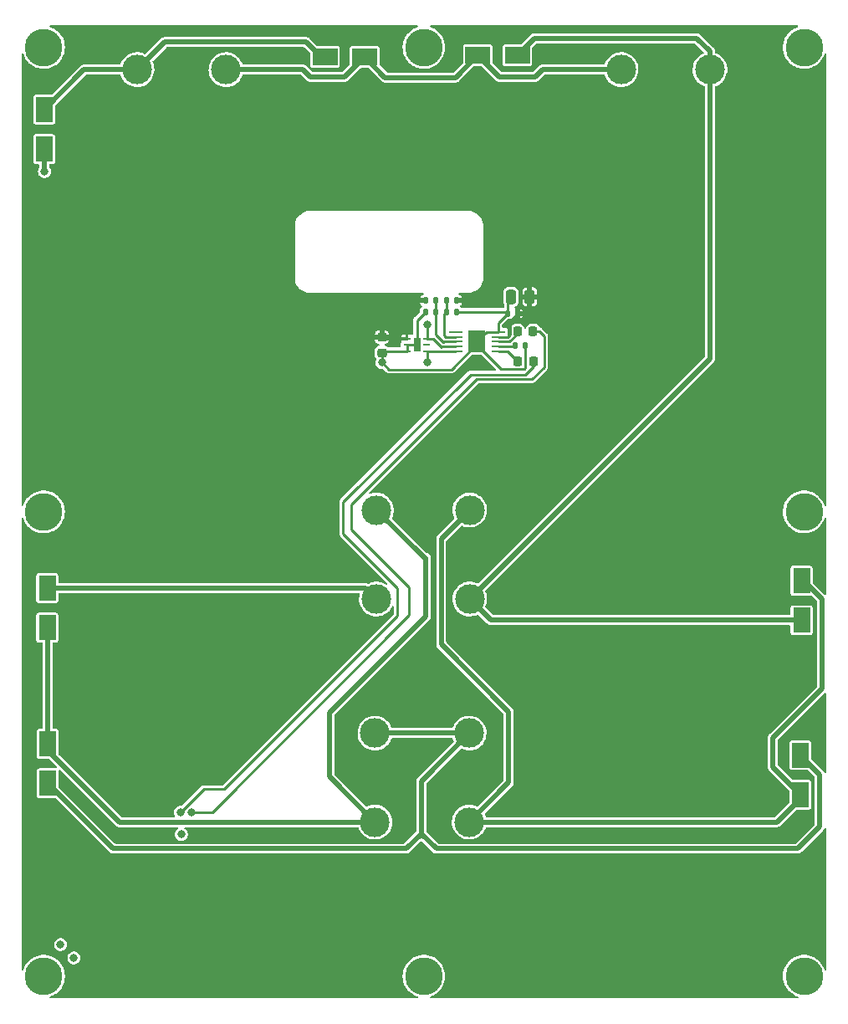
<source format=gtl>
%TF.GenerationSoftware,KiCad,Pcbnew,(6.0.4-0)*%
%TF.CreationDate,2022-05-09T11:38:02-07:00*%
%TF.ProjectId,solar-panel-side-X-minus,736f6c61-722d-4706-916e-656c2d736964,rev?*%
%TF.SameCoordinates,Original*%
%TF.FileFunction,Copper,L1,Top*%
%TF.FilePolarity,Positive*%
%FSLAX46Y46*%
G04 Gerber Fmt 4.6, Leading zero omitted, Abs format (unit mm)*
G04 Created by KiCad (PCBNEW (6.0.4-0)) date 2022-05-09 11:38:02*
%MOMM*%
%LPD*%
G01*
G04 APERTURE LIST*
G04 Aperture macros list*
%AMRoundRect*
0 Rectangle with rounded corners*
0 $1 Rounding radius*
0 $2 $3 $4 $5 $6 $7 $8 $9 X,Y pos of 4 corners*
0 Add a 4 corners polygon primitive as box body*
4,1,4,$2,$3,$4,$5,$6,$7,$8,$9,$2,$3,0*
0 Add four circle primitives for the rounded corners*
1,1,$1+$1,$2,$3*
1,1,$1+$1,$4,$5*
1,1,$1+$1,$6,$7*
1,1,$1+$1,$8,$9*
0 Add four rect primitives between the rounded corners*
20,1,$1+$1,$2,$3,$4,$5,0*
20,1,$1+$1,$4,$5,$6,$7,0*
20,1,$1+$1,$6,$7,$8,$9,0*
20,1,$1+$1,$8,$9,$2,$3,0*%
G04 Aperture macros list end*
%TA.AperFunction,SMDPad,CuDef*%
%ADD10R,2.500000X1.700000*%
%TD*%
%TA.AperFunction,SMDPad,CuDef*%
%ADD11R,1.700000X2.500000*%
%TD*%
%TA.AperFunction,ComponentPad*%
%ADD12C,3.000000*%
%TD*%
%TA.AperFunction,ConnectorPad*%
%ADD13C,3.800000*%
%TD*%
%TA.AperFunction,ComponentPad*%
%ADD14C,2.600000*%
%TD*%
%TA.AperFunction,SMDPad,CuDef*%
%ADD15R,1.411200X0.270000*%
%TD*%
%TA.AperFunction,SMDPad,CuDef*%
%ADD16R,1.720000X2.180000*%
%TD*%
%TA.AperFunction,SMDPad,CuDef*%
%ADD17RoundRect,0.135000X0.135000X0.185000X-0.135000X0.185000X-0.135000X-0.185000X0.135000X-0.185000X0*%
%TD*%
%TA.AperFunction,SMDPad,CuDef*%
%ADD18RoundRect,0.135000X-0.135000X-0.185000X0.135000X-0.185000X0.135000X0.185000X-0.135000X0.185000X0*%
%TD*%
%TA.AperFunction,SMDPad,CuDef*%
%ADD19RoundRect,0.218750X0.218750X0.256250X-0.218750X0.256250X-0.218750X-0.256250X0.218750X-0.256250X0*%
%TD*%
%TA.AperFunction,SMDPad,CuDef*%
%ADD20RoundRect,0.140000X0.140000X0.170000X-0.140000X0.170000X-0.140000X-0.170000X0.140000X-0.170000X0*%
%TD*%
%TA.AperFunction,SMDPad,CuDef*%
%ADD21RoundRect,0.250000X0.250000X0.475000X-0.250000X0.475000X-0.250000X-0.475000X0.250000X-0.475000X0*%
%TD*%
%TA.AperFunction,SMDPad,CuDef*%
%ADD22RoundRect,0.218750X-0.256250X0.218750X-0.256250X-0.218750X0.256250X-0.218750X0.256250X0.218750X0*%
%TD*%
%TA.AperFunction,SMDPad,CuDef*%
%ADD23R,0.740000X0.270000*%
%TD*%
%TA.AperFunction,SMDPad,CuDef*%
%ADD24R,0.650000X1.350000*%
%TD*%
%TA.AperFunction,ViaPad*%
%ADD25C,0.800000*%
%TD*%
%TA.AperFunction,Conductor*%
%ADD26C,0.500000*%
%TD*%
%TA.AperFunction,Conductor*%
%ADD27C,0.250000*%
%TD*%
G04 APERTURE END LIST*
D10*
%TO.P,D1,1,K*%
%TO.N,Net-(D1-Pad1)*%
X141150000Y-47125000D03*
%TO.P,D1,2,A*%
%TO.N,Net-(D1-Pad2)*%
X145150000Y-47125000D03*
%TD*%
%TO.P,D2,1,K*%
%TO.N,Net-(D1-Pad2)*%
X156625000Y-46950000D03*
%TO.P,D2,2,A*%
%TO.N,Net-(D2-Pad2)*%
X160625000Y-46950000D03*
%TD*%
D11*
%TO.P,D3,1,K*%
%TO.N,Net-(D2-Pad2)*%
X189400000Y-104125000D03*
%TO.P,D3,2,A*%
%TO.N,Net-(D3-Pad2)*%
X189400000Y-100125000D03*
%TD*%
%TO.P,D4,1,K*%
%TO.N,Net-(D3-Pad2)*%
X189275000Y-121775000D03*
%TO.P,D4,2,A*%
%TO.N,Net-(D4-Pad2)*%
X189275000Y-117775000D03*
%TD*%
%TO.P,D5,1,K*%
%TO.N,Net-(D4-Pad2)*%
X113075000Y-120625000D03*
%TO.P,D5,2,A*%
%TO.N,Net-(D5-Pad2)*%
X113075000Y-116625000D03*
%TD*%
%TO.P,D6,1,K*%
%TO.N,Net-(D5-Pad2)*%
X113030000Y-104870000D03*
%TO.P,D6,2,A*%
%TO.N,GND*%
X113030000Y-100870000D03*
%TD*%
%TO.P,D9,1,K*%
%TO.N,VSOLAR*%
X112710000Y-56440000D03*
%TO.P,D9,2,A*%
%TO.N,Net-(D1-Pad1)*%
X112710000Y-52440000D03*
%TD*%
D12*
%TO.P,SC1,1,+*%
%TO.N,Net-(D1-Pad1)*%
X122125000Y-48400000D03*
%TO.P,SC1,2,-*%
%TO.N,Net-(D1-Pad2)*%
X131125000Y-48400000D03*
%TD*%
%TO.P,SC2,1,+*%
%TO.N,Net-(D1-Pad2)*%
X171125000Y-48400000D03*
%TO.P,SC2,2,-*%
%TO.N,Net-(D2-Pad2)*%
X180125000Y-48400000D03*
%TD*%
%TO.P,SC3,1,+*%
%TO.N,Net-(D2-Pad2)*%
X155800000Y-101975000D03*
%TO.P,SC3,2,-*%
%TO.N,Net-(D3-Pad2)*%
X155800000Y-92975000D03*
%TD*%
%TO.P,SC4,1,+*%
%TO.N,Net-(D3-Pad2)*%
X155750000Y-124550000D03*
%TO.P,SC4,2,-*%
%TO.N,Net-(D4-Pad2)*%
X155750000Y-115550000D03*
%TD*%
%TO.P,SC5,1,+*%
%TO.N,Net-(D4-Pad2)*%
X146200000Y-115550000D03*
%TO.P,SC5,2,-*%
%TO.N,Net-(D5-Pad2)*%
X146200000Y-124550000D03*
%TD*%
%TO.P,SC6,1,+*%
%TO.N,Net-(D5-Pad2)*%
X146350000Y-92975000D03*
%TO.P,SC6,2,-*%
%TO.N,GND*%
X146350000Y-101975000D03*
%TD*%
D13*
%TO.P,H1,1,1*%
%TO.N,GND*%
X189660000Y-46150000D03*
D14*
X189660000Y-46150000D03*
%TD*%
%TO.P,H2,1,1*%
%TO.N,GND*%
X151160000Y-46150000D03*
D13*
X151160000Y-46150000D03*
%TD*%
D14*
%TO.P,H3,1,1*%
%TO.N,GND*%
X112660000Y-46150000D03*
D13*
X112660000Y-46150000D03*
%TD*%
%TO.P,H4,1,1*%
%TO.N,GND*%
X112660000Y-93150000D03*
D14*
X112660000Y-93150000D03*
%TD*%
%TO.P,H5,1,1*%
%TO.N,GND*%
X112660000Y-140150000D03*
D13*
X112660000Y-140150000D03*
%TD*%
%TO.P,H6,1,1*%
%TO.N,GND*%
X151160000Y-140150000D03*
D14*
X151160000Y-140150000D03*
%TD*%
%TO.P,H7,1,1*%
%TO.N,GND*%
X189660000Y-140150000D03*
D13*
X189660000Y-140150000D03*
%TD*%
D14*
%TO.P,H8,1,1*%
%TO.N,GND*%
X189660000Y-93150000D03*
D13*
X189660000Y-93150000D03*
%TD*%
D15*
%TO.P,U2,1,OUT2*%
%TO.N,Net-(L1-Pad2)*%
X158706999Y-76942001D03*
%TO.P,U2,2,ISENSE*%
%TO.N,Net-(R17-Pad2)*%
X158706999Y-76441999D03*
%TO.P,U2,3,OUT1*%
%TO.N,Net-(L2-Pad2)*%
X158706999Y-75942000D03*
%TO.P,U2,4,VCC*%
%TO.N,+3V3*%
X158706999Y-75442001D03*
%TO.P,U2,5,GND*%
%TO.N,GND*%
X158706999Y-74941999D03*
%TO.P,U2,6,FAULTN*%
%TO.N,unconnected-(U2-Pad6)*%
X154357001Y-74941999D03*
%TO.P,U2,7,A0*%
%TO.N,Net-(R15-Pad1)*%
X154357001Y-75442001D03*
%TO.P,U2,8,A1*%
%TO.N,Net-(R13-Pad1)*%
X154357001Y-75942000D03*
%TO.P,U2,9,SDA*%
%TO.N,SDA*%
X154357001Y-76441999D03*
%TO.P,U2,10,SCL*%
%TO.N,SCL*%
X154357001Y-76942001D03*
D16*
%TO.P,U2,EPAD*%
%TO.N,GND*%
X156532000Y-75942000D03*
%TD*%
D17*
%TO.P,R17,1*%
%TO.N,GND*%
X161385000Y-76350000D03*
%TO.P,R17,2*%
%TO.N,Net-(R17-Pad2)*%
X160365000Y-76350000D03*
%TD*%
D18*
%TO.P,R15,1*%
%TO.N,Net-(R15-Pad1)*%
X153480000Y-71760000D03*
%TO.P,R15,2*%
%TO.N,+3V3*%
X154500000Y-71760000D03*
%TD*%
D19*
%TO.P,L1,1,1*%
%TO.N,/torque-coil*%
X162237500Y-77925000D03*
%TO.P,L1,2,2*%
%TO.N,Net-(L1-Pad2)*%
X160662500Y-77925000D03*
%TD*%
D17*
%TO.P,R16,1*%
%TO.N,GND*%
X154500000Y-72900000D03*
%TO.P,R16,2*%
%TO.N,Net-(R15-Pad1)*%
X153480000Y-72900000D03*
%TD*%
D19*
%TO.P,L2,1,1*%
%TO.N,/torque-coil*%
X162219500Y-74867000D03*
%TO.P,L2,2,2*%
%TO.N,Net-(L2-Pad2)*%
X160644500Y-74867000D03*
%TD*%
D20*
%TO.P,C4,1*%
%TO.N,+3V3*%
X160630000Y-73075000D03*
%TO.P,C4,2*%
%TO.N,GND*%
X159670000Y-73075000D03*
%TD*%
D17*
%TO.P,R13,1*%
%TO.N,Net-(R13-Pad1)*%
X152320000Y-71760000D03*
%TO.P,R13,2*%
%TO.N,+3V3*%
X151300000Y-71760000D03*
%TD*%
D21*
%TO.P,C5,1*%
%TO.N,+3V3*%
X161875000Y-71400000D03*
%TO.P,C5,2*%
%TO.N,GND*%
X159975000Y-71400000D03*
%TD*%
D22*
%TO.P,C1,1*%
%TO.N,+3V3*%
X146900000Y-75475000D03*
%TO.P,C1,2*%
%TO.N,GND*%
X146900000Y-77050000D03*
%TD*%
D23*
%TO.P,U1,1,VDD*%
%TO.N,+3V3*%
X149461000Y-75612500D03*
%TO.P,U1,2,ADDR*%
%TO.N,GND*%
X149461000Y-76262500D03*
%TO.P,U1,3,GND*%
X149461000Y-76912500D03*
%TO.P,U1,4,SCL*%
%TO.N,SCL*%
X151451000Y-76912500D03*
%TO.P,U1,5,INT*%
%TO.N,unconnected-(U1-Pad5)*%
X151451000Y-76262500D03*
%TO.P,U1,6,SDA*%
%TO.N,SDA*%
X151451000Y-75612500D03*
D24*
%TO.P,U1,7,EXP*%
%TO.N,GND*%
X150456000Y-76262500D03*
%TD*%
D18*
%TO.P,R14,1*%
%TO.N,GND*%
X151300000Y-72920000D03*
%TO.P,R14,2*%
%TO.N,Net-(R13-Pad1)*%
X152320000Y-72920000D03*
%TD*%
D25*
%TO.N,GND*%
X146900000Y-78040500D03*
%TO.N,+3V3*%
X137686000Y-85270500D03*
X112770000Y-60300000D03*
X132860000Y-78920500D03*
X137686000Y-74856500D03*
X132860000Y-89334500D03*
%TO.N,VSOLAR*%
X112750000Y-58720000D03*
%TO.N,SCL*%
X151472000Y-78040500D03*
%TO.N,SDA*%
X151472000Y-74230500D03*
%TO.N,/torque-coil*%
X126510000Y-123580000D03*
X115725000Y-138300000D03*
X114375000Y-136950000D03*
X126600000Y-125800000D03*
X127620000Y-123560000D03*
%TD*%
D26*
%TO.N,Net-(D1-Pad2)*%
X156625000Y-46950000D02*
X154375000Y-49200000D01*
X138925000Y-48400000D02*
X139650000Y-49125000D01*
X139650000Y-49125000D02*
X143150000Y-49125000D01*
X163175000Y-48400000D02*
X162450000Y-49125000D01*
X171125000Y-48400000D02*
X163175000Y-48400000D01*
X162450000Y-49125000D02*
X158800000Y-49125000D01*
X158800000Y-49125000D02*
X156625000Y-46950000D01*
X143150000Y-49125000D02*
X145150000Y-47125000D01*
X147225000Y-49200000D02*
X145150000Y-47125000D01*
X154375000Y-49200000D02*
X147225000Y-49200000D01*
X131125000Y-48400000D02*
X138925000Y-48400000D01*
%TO.N,Net-(D1-Pad1)*%
X116750000Y-48400000D02*
X112710000Y-52440000D01*
X139250000Y-45625000D02*
X124900000Y-45625000D01*
X122125000Y-48400000D02*
X116750000Y-48400000D01*
X124900000Y-45625000D02*
X122125000Y-48400000D01*
X140750000Y-47125000D02*
X139250000Y-45625000D01*
X141150000Y-47125000D02*
X140750000Y-47125000D01*
%TO.N,Net-(D2-Pad2)*%
X180125000Y-48400000D02*
X180125000Y-46550000D01*
X180125000Y-77650000D02*
X180125000Y-48400000D01*
X162350000Y-45225000D02*
X160625000Y-46950000D01*
X180125000Y-46550000D02*
X178800000Y-45225000D01*
X189400000Y-104125000D02*
X157950000Y-104125000D01*
X157950000Y-104125000D02*
X155800000Y-101975000D01*
X155800000Y-101975000D02*
X180125000Y-77650000D01*
X178800000Y-45225000D02*
X162350000Y-45225000D01*
%TO.N,Net-(D3-Pad2)*%
X155800000Y-92975000D02*
X152910000Y-95865000D01*
X186500000Y-119000000D02*
X189275000Y-121775000D01*
X159760000Y-113420000D02*
X159760000Y-120540000D01*
X186900000Y-124550000D02*
X155750000Y-124550000D01*
X191480000Y-102010000D02*
X191480000Y-111020000D01*
X189275000Y-122175000D02*
X186900000Y-124550000D01*
X159760000Y-120540000D02*
X155750000Y-124550000D01*
X152910000Y-106570000D02*
X159760000Y-113420000D01*
X189400000Y-100125000D02*
X189595000Y-100125000D01*
X189275000Y-121775000D02*
X189275000Y-122175000D01*
X186500000Y-116000000D02*
X186500000Y-119000000D01*
X191480000Y-111020000D02*
X186500000Y-116000000D01*
X189595000Y-100125000D02*
X191480000Y-102010000D01*
X152910000Y-95865000D02*
X152910000Y-106570000D01*
%TO.N,Net-(D4-Pad2)*%
X150880000Y-125730000D02*
X149360000Y-127250000D01*
X189000000Y-127250000D02*
X191250000Y-125000000D01*
X191250000Y-119750000D02*
X189275000Y-117775000D01*
X149360000Y-127250000D02*
X119700000Y-127250000D01*
X150880000Y-120420000D02*
X155750000Y-115550000D01*
X155750000Y-115550000D02*
X146200000Y-115550000D01*
X150880000Y-125730000D02*
X150880000Y-120420000D01*
X150880000Y-125730000D02*
X152400000Y-127250000D01*
X191250000Y-125000000D02*
X191250000Y-119750000D01*
X119700000Y-127250000D02*
X113075000Y-120625000D01*
X152400000Y-127250000D02*
X189000000Y-127250000D01*
%TO.N,Net-(D5-Pad2)*%
X146200000Y-124550000D02*
X141610000Y-119960000D01*
X113075000Y-104915000D02*
X113030000Y-104870000D01*
X146200000Y-124550000D02*
X120330000Y-124550000D01*
X151215000Y-97840000D02*
X146350000Y-92975000D01*
X113075000Y-117295000D02*
X113075000Y-116625000D01*
X151380000Y-97840000D02*
X151215000Y-97840000D01*
X113075000Y-116625000D02*
X113075000Y-104915000D01*
X120330000Y-124550000D02*
X113075000Y-117295000D01*
X141610000Y-119960000D02*
X141610000Y-113510000D01*
X141610000Y-113510000D02*
X151380000Y-103740000D01*
X151380000Y-103740000D02*
X151380000Y-97840000D01*
D27*
%TO.N,GND*%
X153938989Y-78765011D02*
X147624511Y-78765011D01*
X161385000Y-76350000D02*
X161424520Y-76389520D01*
X159495000Y-72900000D02*
X159670000Y-73075000D01*
X158706999Y-74941999D02*
X158706999Y-74038001D01*
X159670000Y-71705000D02*
X159975000Y-71400000D01*
X151300000Y-72920000D02*
X150456000Y-73764000D01*
X156532000Y-75942000D02*
X156532000Y-76172000D01*
X158988520Y-78724520D02*
X156532000Y-76268000D01*
X161424520Y-78605480D02*
X161305480Y-78724520D01*
X154500000Y-72900000D02*
X159495000Y-72900000D01*
X150456000Y-76262500D02*
X149461000Y-76262500D01*
D26*
X145245000Y-100870000D02*
X146350000Y-101975000D01*
D27*
X159670000Y-73075000D02*
X159670000Y-71705000D01*
X158706999Y-74941999D02*
X157532001Y-74941999D01*
X147037500Y-76912500D02*
X146900000Y-77050000D01*
X156532000Y-76268000D02*
X156532000Y-75942000D01*
X150456000Y-73764000D02*
X150456000Y-76262500D01*
X146900000Y-77050000D02*
X146900000Y-78040500D01*
X147624511Y-78765011D02*
X146900000Y-78040500D01*
X149461000Y-76262500D02*
X149461000Y-76912500D01*
X157532001Y-74941999D02*
X156532000Y-75942000D01*
X161424520Y-76389520D02*
X161424520Y-78605480D01*
X161305480Y-78724520D02*
X158988520Y-78724520D01*
X156532000Y-76172000D02*
X153938989Y-78765011D01*
D26*
X113030000Y-100870000D02*
X145245000Y-100870000D01*
D27*
X158706999Y-74038001D02*
X159670000Y-73075000D01*
X149461000Y-76912500D02*
X147037500Y-76912500D01*
%TO.N,+3V3*%
X158706999Y-75442001D02*
X159662599Y-75442001D01*
X149461000Y-75612500D02*
X147037500Y-75612500D01*
X159662599Y-75442001D02*
X159882480Y-75222120D01*
X159882480Y-75222120D02*
X159882480Y-73837520D01*
X160630000Y-73090000D02*
X160630000Y-73075000D01*
X159882480Y-73837520D02*
X160630000Y-73090000D01*
X147037500Y-75612500D02*
X146900000Y-75475000D01*
D26*
%TO.N,VSOLAR*%
X112710000Y-56440000D02*
X112710000Y-58680000D01*
X112710000Y-58680000D02*
X112750000Y-58720000D01*
D27*
%TO.N,SCL*%
X151472000Y-76933500D02*
X151451000Y-76912500D01*
X151472000Y-78040500D02*
X151472000Y-76933500D01*
X151451000Y-76912500D02*
X154327500Y-76912500D01*
X154327500Y-76912500D02*
X154357001Y-76942001D01*
%TO.N,SDA*%
X151472000Y-74230500D02*
X151472000Y-75591500D01*
X151451000Y-75612500D02*
X152071000Y-75612500D01*
X152921480Y-76462980D02*
X152942461Y-76441999D01*
X152071000Y-75612500D02*
X152921480Y-76462980D01*
X152942461Y-76441999D02*
X154357001Y-76441999D01*
X151472000Y-75591500D02*
X151451000Y-75612500D01*
%TO.N,Net-(L1-Pad2)*%
X159679501Y-76942001D02*
X160662500Y-77925000D01*
X158706999Y-76942001D02*
X159679501Y-76942001D01*
%TO.N,Net-(R17-Pad2)*%
X160273001Y-76441999D02*
X160365000Y-76350000D01*
X158706999Y-76441999D02*
X160273001Y-76441999D01*
%TO.N,Net-(L2-Pad2)*%
X160644500Y-75100641D02*
X160644500Y-74867000D01*
X158706999Y-75942000D02*
X159803141Y-75942000D01*
X159803141Y-75942000D02*
X160644500Y-75100641D01*
%TO.N,Net-(R15-Pad1)*%
X153232000Y-75306620D02*
X153232000Y-73148000D01*
X154357001Y-75442001D02*
X153367381Y-75442001D01*
X153367381Y-75442001D02*
X153232000Y-75306620D01*
X153480000Y-72900000D02*
X153480000Y-71760000D01*
%TO.N,Net-(R13-Pad1)*%
X153181183Y-75992479D02*
X153086697Y-75992479D01*
X152320000Y-75225782D02*
X152320000Y-72920000D01*
X154357001Y-75942000D02*
X153231662Y-75942000D01*
X153086697Y-75992479D02*
X152320000Y-75225782D01*
X153231662Y-75942000D02*
X153181183Y-75992479D01*
X152320000Y-72920000D02*
X152320000Y-71760000D01*
%TO.N,/torque-coil*%
X162237500Y-78428218D02*
X161417718Y-79248000D01*
X162219500Y-74867000D02*
X162837000Y-74867000D01*
X142970000Y-95340000D02*
X148500000Y-100870000D01*
X162837000Y-74867000D02*
X163350000Y-75380000D01*
X162237500Y-77925000D02*
X162237500Y-78428218D01*
X142970000Y-92160000D02*
X142970000Y-95340000D01*
X163350000Y-75380000D02*
X163350000Y-78500000D01*
X156530000Y-79730000D02*
X143810000Y-92450000D01*
X163350000Y-78500000D02*
X162120000Y-79730000D01*
X149670000Y-103600000D02*
X129710000Y-123560000D01*
X129710000Y-123560000D02*
X127620000Y-123560000D01*
X149670000Y-100820000D02*
X149670000Y-103600000D01*
X162120000Y-79730000D02*
X156530000Y-79730000D01*
X161417718Y-79248000D02*
X155882000Y-79248000D01*
X143810000Y-94960000D02*
X149670000Y-100820000D01*
X130970000Y-121210000D02*
X128880000Y-121210000D01*
X148500000Y-100870000D02*
X148500000Y-103680000D01*
X143810000Y-92450000D02*
X143810000Y-94960000D01*
X155882000Y-79248000D02*
X142970000Y-92160000D01*
X148500000Y-103680000D02*
X130970000Y-121210000D01*
X128880000Y-121210000D02*
X126510000Y-123580000D01*
%TD*%
%TA.AperFunction,Conductor*%
%TO.N,+3V3*%
G36*
X150513285Y-43923713D02*
G01*
X150549830Y-43974013D01*
X150549830Y-44036187D01*
X150513285Y-44086487D01*
X150480700Y-44102134D01*
X150449801Y-44110587D01*
X150179592Y-44225841D01*
X149927525Y-44376700D01*
X149924854Y-44378840D01*
X149924851Y-44378842D01*
X149700941Y-44558227D01*
X149700937Y-44558231D01*
X149698263Y-44560373D01*
X149695903Y-44562860D01*
X149533099Y-44734420D01*
X149496050Y-44773461D01*
X149494052Y-44776242D01*
X149494050Y-44776244D01*
X149400775Y-44906051D01*
X149324628Y-45012021D01*
X149323030Y-45015040D01*
X149323027Y-45015044D01*
X149312805Y-45034350D01*
X149187168Y-45271638D01*
X149185995Y-45274844D01*
X149185993Y-45274848D01*
X149127100Y-45435782D01*
X149086213Y-45547509D01*
X149085485Y-45550846D01*
X149085484Y-45550851D01*
X149040108Y-45758965D01*
X149023633Y-45834529D01*
X149023365Y-45837936D01*
X149023364Y-45837942D01*
X149004323Y-46079880D01*
X149000584Y-46127386D01*
X149017495Y-46420661D01*
X149018154Y-46424022D01*
X149018155Y-46424027D01*
X149040286Y-46536829D01*
X149074050Y-46708929D01*
X149169205Y-46986853D01*
X149192251Y-47032674D01*
X149283592Y-47214286D01*
X149301198Y-47249292D01*
X149303141Y-47252119D01*
X149389863Y-47378300D01*
X149467587Y-47491390D01*
X149469888Y-47493919D01*
X149469889Y-47493920D01*
X149602178Y-47639303D01*
X149665293Y-47708666D01*
X149739239Y-47770494D01*
X149881667Y-47889582D01*
X149890658Y-47897100D01*
X149893563Y-47898922D01*
X149893564Y-47898923D01*
X150109261Y-48034229D01*
X150139511Y-48053205D01*
X150142628Y-48054612D01*
X150142631Y-48054614D01*
X150339869Y-48143670D01*
X150407247Y-48174092D01*
X150410523Y-48175062D01*
X150410530Y-48175065D01*
X150659160Y-48248712D01*
X150688912Y-48257525D01*
X150764535Y-48269097D01*
X150975901Y-48301441D01*
X150975906Y-48301441D01*
X150979295Y-48301960D01*
X150982720Y-48302014D01*
X150982722Y-48302014D01*
X151108415Y-48303988D01*
X151273021Y-48306574D01*
X151276425Y-48306162D01*
X151276427Y-48306162D01*
X151373361Y-48294432D01*
X151564656Y-48271283D01*
X151567961Y-48270416D01*
X151567966Y-48270415D01*
X151845491Y-48197607D01*
X151845492Y-48197607D01*
X151848803Y-48196738D01*
X151996354Y-48135621D01*
X152117036Y-48085633D01*
X152117040Y-48085631D01*
X152120205Y-48084320D01*
X152123256Y-48082537D01*
X152370876Y-47937840D01*
X152370878Y-47937839D01*
X152373838Y-47936109D01*
X152376531Y-47933997D01*
X152376536Y-47933994D01*
X152602318Y-47756958D01*
X152602320Y-47756956D01*
X152605010Y-47754847D01*
X152652218Y-47706132D01*
X152807067Y-47546340D01*
X152807068Y-47546339D01*
X152809443Y-47543888D01*
X152983355Y-47307136D01*
X153123526Y-47048973D01*
X153129685Y-47032674D01*
X153226156Y-46777372D01*
X153226158Y-46777366D01*
X153227364Y-46774174D01*
X153228241Y-46770347D01*
X153292184Y-46491159D01*
X153292185Y-46491154D01*
X153292947Y-46487826D01*
X153295984Y-46453797D01*
X153318885Y-46197192D01*
X153318886Y-46197181D01*
X153319060Y-46195226D01*
X153319534Y-46150000D01*
X153299554Y-45856918D01*
X153239982Y-45569259D01*
X153141922Y-45292346D01*
X153053083Y-45120223D01*
X153008761Y-45034350D01*
X153008759Y-45034346D01*
X153007188Y-45031303D01*
X152995761Y-45015044D01*
X152840242Y-44793762D01*
X152840239Y-44793758D01*
X152838273Y-44790961D01*
X152835947Y-44788458D01*
X152835943Y-44788453D01*
X152640636Y-44578278D01*
X152638303Y-44575767D01*
X152635660Y-44573604D01*
X152635655Y-44573599D01*
X152516480Y-44476057D01*
X152410977Y-44389704D01*
X152160504Y-44236213D01*
X152133812Y-44224496D01*
X151894649Y-44119511D01*
X151894645Y-44119510D01*
X151891516Y-44118136D01*
X151888226Y-44117199D01*
X151888221Y-44117197D01*
X151834347Y-44101851D01*
X151782741Y-44067174D01*
X151761375Y-44008786D01*
X151778408Y-43948991D01*
X151827335Y-43910627D01*
X151861907Y-43904500D01*
X188954154Y-43904500D01*
X189013285Y-43923713D01*
X189049830Y-43974013D01*
X189049830Y-44036187D01*
X189013285Y-44086487D01*
X188980700Y-44102134D01*
X188949801Y-44110587D01*
X188679592Y-44225841D01*
X188427525Y-44376700D01*
X188424854Y-44378840D01*
X188424851Y-44378842D01*
X188200941Y-44558227D01*
X188200937Y-44558231D01*
X188198263Y-44560373D01*
X188195903Y-44562860D01*
X188033099Y-44734420D01*
X187996050Y-44773461D01*
X187994052Y-44776242D01*
X187994050Y-44776244D01*
X187900775Y-44906051D01*
X187824628Y-45012021D01*
X187823030Y-45015040D01*
X187823027Y-45015044D01*
X187812805Y-45034350D01*
X187687168Y-45271638D01*
X187685995Y-45274844D01*
X187685993Y-45274848D01*
X187627100Y-45435782D01*
X187586213Y-45547509D01*
X187585485Y-45550846D01*
X187585484Y-45550851D01*
X187540108Y-45758965D01*
X187523633Y-45834529D01*
X187523365Y-45837936D01*
X187523364Y-45837942D01*
X187504323Y-46079880D01*
X187500584Y-46127386D01*
X187517495Y-46420661D01*
X187518154Y-46424022D01*
X187518155Y-46424027D01*
X187540286Y-46536829D01*
X187574050Y-46708929D01*
X187669205Y-46986853D01*
X187692251Y-47032674D01*
X187783592Y-47214286D01*
X187801198Y-47249292D01*
X187803141Y-47252119D01*
X187889863Y-47378300D01*
X187967587Y-47491390D01*
X187969888Y-47493919D01*
X187969889Y-47493920D01*
X188102178Y-47639303D01*
X188165293Y-47708666D01*
X188239239Y-47770494D01*
X188381667Y-47889582D01*
X188390658Y-47897100D01*
X188393563Y-47898922D01*
X188393564Y-47898923D01*
X188609261Y-48034229D01*
X188639511Y-48053205D01*
X188642628Y-48054612D01*
X188642631Y-48054614D01*
X188839869Y-48143670D01*
X188907247Y-48174092D01*
X188910523Y-48175062D01*
X188910530Y-48175065D01*
X189159160Y-48248712D01*
X189188912Y-48257525D01*
X189264535Y-48269097D01*
X189475901Y-48301441D01*
X189475906Y-48301441D01*
X189479295Y-48301960D01*
X189482720Y-48302014D01*
X189482722Y-48302014D01*
X189608415Y-48303988D01*
X189773021Y-48306574D01*
X189776425Y-48306162D01*
X189776427Y-48306162D01*
X189873361Y-48294432D01*
X190064656Y-48271283D01*
X190067961Y-48270416D01*
X190067966Y-48270415D01*
X190345491Y-48197607D01*
X190345492Y-48197607D01*
X190348803Y-48196738D01*
X190496354Y-48135621D01*
X190617036Y-48085633D01*
X190617040Y-48085631D01*
X190620205Y-48084320D01*
X190623256Y-48082537D01*
X190870876Y-47937840D01*
X190870878Y-47937839D01*
X190873838Y-47936109D01*
X190876531Y-47933997D01*
X190876536Y-47933994D01*
X191102318Y-47756958D01*
X191102320Y-47756956D01*
X191105010Y-47754847D01*
X191152218Y-47706132D01*
X191307067Y-47546340D01*
X191307068Y-47546339D01*
X191309443Y-47543888D01*
X191483355Y-47307136D01*
X191623526Y-47048973D01*
X191630488Y-47030550D01*
X191707388Y-46827039D01*
X191710794Y-46818025D01*
X191749668Y-46769503D01*
X191809639Y-46753097D01*
X191867799Y-46775074D01*
X191901934Y-46827039D01*
X191905500Y-46853585D01*
X191905500Y-92451209D01*
X191886287Y-92510340D01*
X191835987Y-92546885D01*
X191773813Y-92546885D01*
X191723513Y-92510340D01*
X191710070Y-92484790D01*
X191643063Y-92295568D01*
X191641922Y-92292346D01*
X191539471Y-92093851D01*
X191508761Y-92034350D01*
X191508759Y-92034346D01*
X191507188Y-92031303D01*
X191495761Y-92015044D01*
X191340242Y-91793762D01*
X191340239Y-91793758D01*
X191338273Y-91790961D01*
X191335947Y-91788458D01*
X191335943Y-91788453D01*
X191170329Y-91610231D01*
X191138303Y-91575767D01*
X191135660Y-91573604D01*
X191135655Y-91573599D01*
X190993661Y-91457380D01*
X190910977Y-91389704D01*
X190660504Y-91236213D01*
X190504322Y-91167654D01*
X190394649Y-91119511D01*
X190394645Y-91119510D01*
X190391516Y-91118136D01*
X190388226Y-91117199D01*
X190388221Y-91117197D01*
X190112292Y-91038597D01*
X190108992Y-91037657D01*
X190105603Y-91037175D01*
X190105595Y-91037173D01*
X189821547Y-90996747D01*
X189821546Y-90996747D01*
X189818160Y-90996265D01*
X189814747Y-90996247D01*
X189814745Y-90996247D01*
X189653788Y-90995404D01*
X189524402Y-90994727D01*
X189521007Y-90995174D01*
X189521006Y-90995174D01*
X189475029Y-91001227D01*
X189233152Y-91033071D01*
X188949801Y-91110587D01*
X188946648Y-91111932D01*
X188694775Y-91219365D01*
X188679592Y-91225841D01*
X188427525Y-91376700D01*
X188424854Y-91378840D01*
X188424851Y-91378842D01*
X188200941Y-91558227D01*
X188200937Y-91558231D01*
X188198263Y-91560373D01*
X188195903Y-91562860D01*
X188012924Y-91755680D01*
X187996050Y-91773461D01*
X187994052Y-91776242D01*
X187994050Y-91776244D01*
X187880732Y-91933943D01*
X187824628Y-92012021D01*
X187823030Y-92015040D01*
X187823027Y-92015044D01*
X187772154Y-92111128D01*
X187687168Y-92271638D01*
X187685995Y-92274844D01*
X187685993Y-92274848D01*
X187651459Y-92369217D01*
X187586213Y-92547509D01*
X187585485Y-92550846D01*
X187585484Y-92550851D01*
X187549707Y-92714941D01*
X187523633Y-92834529D01*
X187523365Y-92837936D01*
X187523364Y-92837942D01*
X187516202Y-92928944D01*
X187500584Y-93127386D01*
X187517495Y-93420661D01*
X187574050Y-93708929D01*
X187669205Y-93986853D01*
X187801198Y-94249292D01*
X187803141Y-94252119D01*
X187903678Y-94398401D01*
X187967587Y-94491390D01*
X187969888Y-94493919D01*
X187969889Y-94493920D01*
X188161054Y-94704007D01*
X188165293Y-94708666D01*
X188390658Y-94897100D01*
X188393563Y-94898922D01*
X188393564Y-94898923D01*
X188576205Y-95013493D01*
X188639511Y-95053205D01*
X188642628Y-95054612D01*
X188642631Y-95054614D01*
X188708423Y-95084320D01*
X188907247Y-95174092D01*
X188910523Y-95175062D01*
X188910530Y-95175065D01*
X189185617Y-95256549D01*
X189188912Y-95257525D01*
X189264535Y-95269097D01*
X189475901Y-95301441D01*
X189475906Y-95301441D01*
X189479295Y-95301960D01*
X189482720Y-95302014D01*
X189482722Y-95302014D01*
X189608415Y-95303988D01*
X189773021Y-95306574D01*
X189776425Y-95306162D01*
X189776427Y-95306162D01*
X189873361Y-95294432D01*
X190064656Y-95271283D01*
X190067961Y-95270416D01*
X190067966Y-95270415D01*
X190345491Y-95197607D01*
X190345492Y-95197607D01*
X190348803Y-95196738D01*
X190504252Y-95132349D01*
X190617036Y-95085633D01*
X190617040Y-95085631D01*
X190620205Y-95084320D01*
X190623164Y-95082591D01*
X190870876Y-94937840D01*
X190870878Y-94937839D01*
X190873838Y-94936109D01*
X190876531Y-94933997D01*
X190876536Y-94933994D01*
X191102318Y-94756958D01*
X191102320Y-94756956D01*
X191105010Y-94754847D01*
X191309443Y-94543888D01*
X191316959Y-94533657D01*
X191418087Y-94395987D01*
X191483355Y-94307136D01*
X191623526Y-94048973D01*
X191629243Y-94033845D01*
X191710794Y-93818025D01*
X191749668Y-93769503D01*
X191809639Y-93753097D01*
X191867799Y-93775074D01*
X191901934Y-93827039D01*
X191905500Y-93853585D01*
X191905500Y-101479159D01*
X191886287Y-101538290D01*
X191835987Y-101574835D01*
X191773813Y-101574835D01*
X191733765Y-101550294D01*
X190533965Y-100350494D01*
X190505739Y-100295096D01*
X190504500Y-100279359D01*
X190504499Y-98854872D01*
X190504499Y-98849934D01*
X190489734Y-98775699D01*
X190484230Y-98767461D01*
X190438988Y-98699753D01*
X190433484Y-98691516D01*
X190349301Y-98635266D01*
X190300761Y-98625611D01*
X190279919Y-98621465D01*
X190279918Y-98621465D01*
X190275067Y-98620500D01*
X190270120Y-98620500D01*
X189399204Y-98620501D01*
X188524934Y-98620501D01*
X188489452Y-98627558D01*
X188460416Y-98633333D01*
X188460414Y-98633334D01*
X188450699Y-98635266D01*
X188366516Y-98691516D01*
X188310266Y-98775699D01*
X188295500Y-98849933D01*
X188295501Y-101400066D01*
X188296465Y-101404911D01*
X188306848Y-101457114D01*
X188310266Y-101474301D01*
X188315769Y-101482536D01*
X188315769Y-101482537D01*
X188361012Y-101550247D01*
X188366516Y-101558484D01*
X188450699Y-101614734D01*
X188499239Y-101624389D01*
X188520081Y-101628535D01*
X188520082Y-101628535D01*
X188524933Y-101629500D01*
X188529880Y-101629500D01*
X189400796Y-101629499D01*
X190275066Y-101629499D01*
X190314885Y-101621579D01*
X190376627Y-101628889D01*
X190405642Y-101649112D01*
X190946035Y-102189505D01*
X190974261Y-102244903D01*
X190975500Y-102260640D01*
X190975500Y-110769359D01*
X190956287Y-110828490D01*
X190946035Y-110840494D01*
X186191197Y-115595332D01*
X186181155Y-115603355D01*
X186181180Y-115603384D01*
X186175724Y-115608028D01*
X186169661Y-115611853D01*
X186164916Y-115617226D01*
X186133815Y-115652441D01*
X186129547Y-115656982D01*
X186117649Y-115668880D01*
X186115505Y-115671741D01*
X186110831Y-115677977D01*
X186105742Y-115684227D01*
X186073999Y-115720170D01*
X186069638Y-115729459D01*
X186059080Y-115747029D01*
X186057231Y-115749496D01*
X186057229Y-115749500D01*
X186052930Y-115755236D01*
X186050414Y-115761947D01*
X186050413Y-115761949D01*
X186036098Y-115800134D01*
X186032963Y-115807573D01*
X186012583Y-115850982D01*
X186011481Y-115858059D01*
X186011480Y-115858063D01*
X186011006Y-115861111D01*
X186005801Y-115880952D01*
X186002202Y-115890552D01*
X186001671Y-115897704D01*
X185998650Y-115938357D01*
X185997729Y-115946382D01*
X185995500Y-115960697D01*
X185995500Y-115977016D01*
X185995223Y-115984470D01*
X185991493Y-116034667D01*
X185992990Y-116041678D01*
X185993283Y-116043052D01*
X185995500Y-116064054D01*
X185995500Y-118932215D01*
X185994073Y-118944989D01*
X185994111Y-118944992D01*
X185993537Y-118952130D01*
X185991954Y-118959124D01*
X185992398Y-118966279D01*
X185995307Y-119013172D01*
X185995500Y-119019401D01*
X185995500Y-119036226D01*
X185996007Y-119039764D01*
X185996008Y-119039781D01*
X185997110Y-119047475D01*
X185997933Y-119055504D01*
X186000902Y-119103359D01*
X186004386Y-119113010D01*
X186009345Y-119132901D01*
X186009783Y-119135962D01*
X186009784Y-119135965D01*
X186010799Y-119143052D01*
X186013763Y-119149572D01*
X186013764Y-119149574D01*
X186030644Y-119186701D01*
X186033688Y-119194178D01*
X186049972Y-119239284D01*
X186054200Y-119245071D01*
X186056021Y-119247564D01*
X186066366Y-119265267D01*
X186070612Y-119274605D01*
X186101920Y-119310939D01*
X186106928Y-119317247D01*
X186113183Y-119325810D01*
X186113187Y-119325814D01*
X186115473Y-119328944D01*
X186127006Y-119340477D01*
X186132082Y-119345944D01*
X186160267Y-119378655D01*
X186160270Y-119378658D01*
X186164944Y-119384082D01*
X186170958Y-119387980D01*
X186170959Y-119387981D01*
X186172142Y-119388748D01*
X186188559Y-119402030D01*
X188141035Y-121354506D01*
X188169261Y-121409904D01*
X188170500Y-121425641D01*
X188170501Y-122524358D01*
X188151288Y-122583489D01*
X188141036Y-122595493D01*
X186720494Y-124016035D01*
X186665096Y-124044261D01*
X186649359Y-124045500D01*
X157505212Y-124045500D01*
X157446081Y-124026287D01*
X157411452Y-123981361D01*
X157339382Y-123796033D01*
X157339379Y-123796027D01*
X157338027Y-123792550D01*
X157333567Y-123784746D01*
X157320908Y-123723874D01*
X157349775Y-123663696D01*
X160068803Y-120944668D01*
X160078845Y-120936645D01*
X160078820Y-120936616D01*
X160084276Y-120931972D01*
X160090339Y-120928147D01*
X160126186Y-120887558D01*
X160130453Y-120883018D01*
X160142351Y-120871120D01*
X160149172Y-120862019D01*
X160154244Y-120855789D01*
X160186001Y-120819830D01*
X160190358Y-120810549D01*
X160200923Y-120792967D01*
X160202773Y-120790498D01*
X160207070Y-120784765D01*
X160223909Y-120739847D01*
X160227035Y-120732430D01*
X160244371Y-120695507D01*
X160244372Y-120695503D01*
X160247417Y-120689018D01*
X160248994Y-120678889D01*
X160254200Y-120659044D01*
X160255284Y-120656154D01*
X160255284Y-120656153D01*
X160257798Y-120649448D01*
X160261352Y-120601633D01*
X160262270Y-120593631D01*
X160264500Y-120579303D01*
X160264500Y-120562984D01*
X160264777Y-120555529D01*
X160267976Y-120512483D01*
X160267976Y-120512481D01*
X160268507Y-120505334D01*
X160266717Y-120496948D01*
X160264500Y-120475947D01*
X160264500Y-113487785D01*
X160265927Y-113475011D01*
X160265889Y-113475008D01*
X160266463Y-113467870D01*
X160268046Y-113460876D01*
X160264693Y-113406829D01*
X160264500Y-113400600D01*
X160264500Y-113383774D01*
X160263993Y-113380234D01*
X160263992Y-113380220D01*
X160262890Y-113372526D01*
X160262067Y-113364497D01*
X160259542Y-113323797D01*
X160259542Y-113323796D01*
X160259098Y-113316642D01*
X160255614Y-113306991D01*
X160250655Y-113287099D01*
X160250217Y-113284040D01*
X160250216Y-113284038D01*
X160249201Y-113276948D01*
X160229354Y-113233297D01*
X160226313Y-113225827D01*
X160212463Y-113187461D01*
X160210028Y-113180716D01*
X160203979Y-113172436D01*
X160193634Y-113154733D01*
X160192355Y-113151920D01*
X160192354Y-113151918D01*
X160189388Y-113145395D01*
X160158080Y-113109061D01*
X160153072Y-113102753D01*
X160146817Y-113094190D01*
X160146813Y-113094186D01*
X160144527Y-113091056D01*
X160132994Y-113079523D01*
X160127918Y-113074056D01*
X160099733Y-113041345D01*
X160099730Y-113041342D01*
X160095056Y-113035918D01*
X160089041Y-113032019D01*
X160087858Y-113031252D01*
X160071441Y-113017970D01*
X153443965Y-106390494D01*
X153415739Y-106335096D01*
X153414500Y-106319359D01*
X153414500Y-101928944D01*
X154041183Y-101928944D01*
X154053694Y-102189419D01*
X154104569Y-102445185D01*
X154105831Y-102448700D01*
X154190626Y-102684871D01*
X154192690Y-102690621D01*
X154316120Y-102920336D01*
X154318350Y-102923322D01*
X154318353Y-102923327D01*
X154402980Y-103036655D01*
X154472149Y-103129283D01*
X154657348Y-103312873D01*
X154730438Y-103366465D01*
X154864641Y-103464868D01*
X154864646Y-103464871D01*
X154867649Y-103467073D01*
X154910008Y-103489359D01*
X155095127Y-103586755D01*
X155095131Y-103586757D01*
X155098433Y-103588494D01*
X155101960Y-103589726D01*
X155101963Y-103589727D01*
X155304868Y-103660584D01*
X155344629Y-103674469D01*
X155600828Y-103723110D01*
X155604557Y-103723256D01*
X155604561Y-103723257D01*
X155770618Y-103729781D01*
X155861403Y-103733348D01*
X155954885Y-103723110D01*
X156116916Y-103705365D01*
X156116921Y-103705364D01*
X156120629Y-103704958D01*
X156241114Y-103673237D01*
X156369204Y-103639514D01*
X156369208Y-103639512D01*
X156372811Y-103638564D01*
X156376240Y-103637091D01*
X156376248Y-103637088D01*
X156574074Y-103552096D01*
X156635987Y-103546407D01*
X156684920Y-103573391D01*
X157545332Y-104433803D01*
X157553355Y-104443845D01*
X157553384Y-104443820D01*
X157558028Y-104449276D01*
X157561853Y-104455339D01*
X157567226Y-104460084D01*
X157602441Y-104491185D01*
X157606982Y-104495453D01*
X157618880Y-104507351D01*
X157621741Y-104509495D01*
X157627977Y-104514169D01*
X157634227Y-104519258D01*
X157670170Y-104551001D01*
X157679459Y-104555362D01*
X157697029Y-104565920D01*
X157699496Y-104567769D01*
X157699500Y-104567771D01*
X157705236Y-104572070D01*
X157711947Y-104574586D01*
X157711949Y-104574587D01*
X157750134Y-104588902D01*
X157757573Y-104592037D01*
X157800982Y-104612417D01*
X157808059Y-104613519D01*
X157808063Y-104613520D01*
X157811111Y-104613994D01*
X157830952Y-104619199D01*
X157840552Y-104622798D01*
X157880299Y-104625751D01*
X157888357Y-104626350D01*
X157896382Y-104627271D01*
X157906856Y-104628902D01*
X157906858Y-104628902D01*
X157910697Y-104629500D01*
X157927016Y-104629500D01*
X157934471Y-104629777D01*
X157977518Y-104632976D01*
X157977520Y-104632976D01*
X157984667Y-104633507D01*
X157993053Y-104631717D01*
X158014054Y-104629500D01*
X188194901Y-104629500D01*
X188254032Y-104648713D01*
X188290577Y-104699013D01*
X188295501Y-104730100D01*
X188295501Y-105400066D01*
X188310266Y-105474301D01*
X188315769Y-105482536D01*
X188315769Y-105482537D01*
X188361012Y-105550247D01*
X188366516Y-105558484D01*
X188450699Y-105614734D01*
X188499239Y-105624389D01*
X188520081Y-105628535D01*
X188520082Y-105628535D01*
X188524933Y-105629500D01*
X188529880Y-105629500D01*
X189400796Y-105629499D01*
X190275066Y-105629499D01*
X190310548Y-105622442D01*
X190339584Y-105616667D01*
X190339586Y-105616666D01*
X190349301Y-105614734D01*
X190433484Y-105558484D01*
X190489734Y-105474301D01*
X190504500Y-105400067D01*
X190504499Y-102849934D01*
X190496778Y-102811114D01*
X190491667Y-102785416D01*
X190491666Y-102785414D01*
X190489734Y-102775699D01*
X190484230Y-102767461D01*
X190438988Y-102699753D01*
X190433484Y-102691516D01*
X190349301Y-102635266D01*
X190300761Y-102625611D01*
X190279919Y-102621465D01*
X190279918Y-102621465D01*
X190275067Y-102620500D01*
X190270120Y-102620500D01*
X189399204Y-102620501D01*
X188524934Y-102620501D01*
X188489452Y-102627558D01*
X188460416Y-102633333D01*
X188460414Y-102633334D01*
X188450699Y-102635266D01*
X188366516Y-102691516D01*
X188310266Y-102775699D01*
X188295500Y-102849933D01*
X188295500Y-103519900D01*
X188276287Y-103579031D01*
X188225987Y-103615576D01*
X188194900Y-103620500D01*
X158200641Y-103620500D01*
X158141510Y-103601287D01*
X158129506Y-103591035D01*
X157397434Y-102858963D01*
X157369208Y-102803565D01*
X157376846Y-102746510D01*
X157451780Y-102580163D01*
X157451781Y-102580160D01*
X157453314Y-102576757D01*
X157491454Y-102441523D01*
X157523086Y-102329365D01*
X157523087Y-102329361D01*
X157524099Y-102325772D01*
X157526234Y-102308988D01*
X157556691Y-102069582D01*
X157556691Y-102069579D01*
X157557009Y-102067081D01*
X157559420Y-101975000D01*
X157540094Y-101714941D01*
X157530648Y-101673193D01*
X157483367Y-101464240D01*
X157483366Y-101464237D01*
X157482542Y-101460595D01*
X157481192Y-101457122D01*
X157481189Y-101457114D01*
X157389382Y-101221033D01*
X157389379Y-101221027D01*
X157388027Y-101217550D01*
X157383567Y-101209746D01*
X157370908Y-101148874D01*
X157399775Y-101088696D01*
X180433803Y-78054668D01*
X180443845Y-78046645D01*
X180443820Y-78046616D01*
X180449276Y-78041972D01*
X180455339Y-78038147D01*
X180491186Y-77997558D01*
X180495453Y-77993018D01*
X180507351Y-77981120D01*
X180514169Y-77972023D01*
X180519258Y-77965773D01*
X180551001Y-77929830D01*
X180555362Y-77920541D01*
X180565920Y-77902971D01*
X180567769Y-77900504D01*
X180567771Y-77900500D01*
X180572070Y-77894764D01*
X180578520Y-77877561D01*
X180588902Y-77849866D01*
X180592037Y-77842427D01*
X180609371Y-77805506D01*
X180612417Y-77799018D01*
X180613519Y-77791941D01*
X180613520Y-77791937D01*
X180613994Y-77788889D01*
X180619200Y-77769044D01*
X180620282Y-77766158D01*
X180622798Y-77759448D01*
X180626350Y-77711643D01*
X180627271Y-77703618D01*
X180628902Y-77693144D01*
X180628902Y-77693142D01*
X180629500Y-77689303D01*
X180629500Y-77672984D01*
X180629777Y-77665529D01*
X180632976Y-77622482D01*
X180632976Y-77622480D01*
X180633507Y-77615333D01*
X180631717Y-77606947D01*
X180629500Y-77585946D01*
X180629500Y-50158550D01*
X180648713Y-50099419D01*
X180696818Y-50063825D01*
X180697811Y-50063564D01*
X180708984Y-50058764D01*
X180933979Y-49962099D01*
X180933978Y-49962099D01*
X180937410Y-49960625D01*
X181159161Y-49823401D01*
X181295507Y-49707976D01*
X181355339Y-49657324D01*
X181358194Y-49654907D01*
X181422321Y-49581784D01*
X181527671Y-49461655D01*
X181527673Y-49461653D01*
X181530135Y-49458845D01*
X181532153Y-49455707D01*
X181532158Y-49455701D01*
X181669183Y-49242672D01*
X181669186Y-49242667D01*
X181671208Y-49239523D01*
X181672743Y-49236116D01*
X181672746Y-49236110D01*
X181776780Y-49005163D01*
X181776781Y-49005160D01*
X181778314Y-49001757D01*
X181849099Y-48750772D01*
X181865672Y-48620500D01*
X181881691Y-48494582D01*
X181881691Y-48494579D01*
X181882009Y-48492081D01*
X181884420Y-48400000D01*
X181865094Y-48139941D01*
X181855648Y-48098193D01*
X181808367Y-47889240D01*
X181808366Y-47889237D01*
X181807542Y-47885595D01*
X181806192Y-47882122D01*
X181806189Y-47882114D01*
X181714381Y-47646032D01*
X181713027Y-47642550D01*
X181583625Y-47416145D01*
X181422180Y-47211353D01*
X181386517Y-47177804D01*
X181234957Y-47035231D01*
X181232239Y-47032674D01*
X181229182Y-47030554D01*
X181229178Y-47030550D01*
X181115977Y-46952020D01*
X181017973Y-46884032D01*
X180784090Y-46768694D01*
X180780535Y-46767556D01*
X180780533Y-46767555D01*
X180726371Y-46750218D01*
X180699430Y-46741595D01*
X180648972Y-46705270D01*
X180629500Y-46645784D01*
X180629500Y-46617785D01*
X180630927Y-46605011D01*
X180630889Y-46605008D01*
X180631463Y-46597870D01*
X180633046Y-46590876D01*
X180629693Y-46536829D01*
X180629500Y-46530600D01*
X180629500Y-46513774D01*
X180628993Y-46510234D01*
X180628992Y-46510220D01*
X180627890Y-46502526D01*
X180627067Y-46494497D01*
X180624542Y-46453797D01*
X180624542Y-46453796D01*
X180624098Y-46446642D01*
X180620614Y-46436991D01*
X180615655Y-46417099D01*
X180615217Y-46414040D01*
X180615216Y-46414038D01*
X180614201Y-46406948D01*
X180594354Y-46363297D01*
X180591313Y-46355827D01*
X180577463Y-46317461D01*
X180575028Y-46310716D01*
X180568979Y-46302436D01*
X180558634Y-46284733D01*
X180557355Y-46281920D01*
X180557354Y-46281918D01*
X180554388Y-46275395D01*
X180523080Y-46239061D01*
X180518072Y-46232753D01*
X180511817Y-46224190D01*
X180511813Y-46224186D01*
X180509527Y-46221056D01*
X180497994Y-46209523D01*
X180492918Y-46204056D01*
X180464733Y-46171345D01*
X180464730Y-46171342D01*
X180460056Y-46165918D01*
X180454041Y-46162019D01*
X180452858Y-46161252D01*
X180436441Y-46147970D01*
X179204668Y-44916197D01*
X179196645Y-44906155D01*
X179196616Y-44906180D01*
X179191972Y-44900724D01*
X179188147Y-44894661D01*
X179147558Y-44858814D01*
X179143018Y-44854547D01*
X179131120Y-44842649D01*
X179122023Y-44835831D01*
X179115773Y-44830742D01*
X179079830Y-44798999D01*
X179070541Y-44794638D01*
X179052971Y-44784080D01*
X179050504Y-44782231D01*
X179050500Y-44782229D01*
X179044764Y-44777930D01*
X179038053Y-44775414D01*
X179038051Y-44775413D01*
X178999866Y-44761098D01*
X178992427Y-44757963D01*
X178955506Y-44740629D01*
X178949018Y-44737583D01*
X178941941Y-44736481D01*
X178941937Y-44736480D01*
X178938889Y-44736006D01*
X178919048Y-44730801D01*
X178909448Y-44727202D01*
X178869701Y-44724249D01*
X178861643Y-44723650D01*
X178853618Y-44722729D01*
X178843144Y-44721098D01*
X178843142Y-44721098D01*
X178839303Y-44720500D01*
X178822984Y-44720500D01*
X178815529Y-44720223D01*
X178772482Y-44717024D01*
X178772480Y-44717024D01*
X178765333Y-44716493D01*
X178756948Y-44718283D01*
X178735946Y-44720500D01*
X162417785Y-44720500D01*
X162405011Y-44719073D01*
X162405008Y-44719111D01*
X162397870Y-44718537D01*
X162390876Y-44716954D01*
X162356107Y-44719111D01*
X162336828Y-44720307D01*
X162330599Y-44720500D01*
X162313774Y-44720500D01*
X162310236Y-44721007D01*
X162310219Y-44721008D01*
X162302525Y-44722110D01*
X162294496Y-44722933D01*
X162253796Y-44725458D01*
X162253795Y-44725458D01*
X162246641Y-44725902D01*
X162236990Y-44729386D01*
X162217099Y-44734345D01*
X162214038Y-44734783D01*
X162214035Y-44734784D01*
X162206948Y-44735799D01*
X162200429Y-44738763D01*
X162163296Y-44755646D01*
X162155818Y-44758690D01*
X162117453Y-44772540D01*
X162117450Y-44772542D01*
X162110715Y-44774973D01*
X162104927Y-44779201D01*
X162104926Y-44779202D01*
X162102437Y-44781020D01*
X162084735Y-44791365D01*
X162081922Y-44792644D01*
X162081919Y-44792646D01*
X162075395Y-44795612D01*
X162039061Y-44826920D01*
X162032753Y-44831928D01*
X162024190Y-44838183D01*
X162024186Y-44838187D01*
X162021056Y-44840473D01*
X162009523Y-44852006D01*
X162004056Y-44857082D01*
X161971345Y-44885267D01*
X161971342Y-44885270D01*
X161965918Y-44889944D01*
X161962020Y-44895958D01*
X161962019Y-44895959D01*
X161961252Y-44897142D01*
X161947970Y-44913559D01*
X161045494Y-45816035D01*
X160990096Y-45844261D01*
X160974359Y-45845500D01*
X159526453Y-45845501D01*
X159349934Y-45845501D01*
X159314452Y-45852558D01*
X159285416Y-45858333D01*
X159285414Y-45858334D01*
X159275699Y-45860266D01*
X159191516Y-45916516D01*
X159135266Y-46000699D01*
X159120500Y-46074933D01*
X159120501Y-47825066D01*
X159121753Y-47831361D01*
X159131848Y-47882114D01*
X159135266Y-47899301D01*
X159140769Y-47907536D01*
X159140769Y-47907537D01*
X159182266Y-47969641D01*
X159191516Y-47983484D01*
X159275699Y-48039734D01*
X159324239Y-48049389D01*
X159345081Y-48053535D01*
X159345082Y-48053535D01*
X159349933Y-48054500D01*
X159354880Y-48054500D01*
X160626160Y-48054499D01*
X161900066Y-48054499D01*
X161935548Y-48047442D01*
X161964584Y-48041667D01*
X161964586Y-48041666D01*
X161974301Y-48039734D01*
X161983160Y-48033815D01*
X162050247Y-47988988D01*
X162058484Y-47983484D01*
X162114734Y-47899301D01*
X162129500Y-47825067D01*
X162129499Y-46200642D01*
X162148712Y-46141511D01*
X162158964Y-46129507D01*
X162529506Y-45758965D01*
X162584904Y-45730739D01*
X162600641Y-45729500D01*
X178549359Y-45729500D01*
X178608490Y-45748713D01*
X178620494Y-45758965D01*
X179478431Y-46616902D01*
X179506657Y-46672300D01*
X179496931Y-46733708D01*
X179449414Y-46779395D01*
X179272016Y-46861177D01*
X179268895Y-46863223D01*
X179268890Y-46863226D01*
X179113459Y-46965131D01*
X179053933Y-47004158D01*
X178859379Y-47177804D01*
X178856987Y-47180680D01*
X178695016Y-47375429D01*
X178695011Y-47375436D01*
X178692629Y-47378300D01*
X178557345Y-47601240D01*
X178456500Y-47841728D01*
X178437630Y-47916029D01*
X178393814Y-48088559D01*
X178392310Y-48094480D01*
X178391936Y-48098191D01*
X178391936Y-48098193D01*
X178371418Y-48301960D01*
X178366183Y-48353944D01*
X178378694Y-48614419D01*
X178429569Y-48870185D01*
X178517690Y-49115621D01*
X178641120Y-49345336D01*
X178643350Y-49348322D01*
X178643353Y-49348327D01*
X178791157Y-49546259D01*
X178797149Y-49554283D01*
X178982348Y-49737873D01*
X179095701Y-49820987D01*
X179189641Y-49889868D01*
X179189646Y-49889871D01*
X179192649Y-49892073D01*
X179195947Y-49893808D01*
X179420127Y-50011755D01*
X179420131Y-50011757D01*
X179423433Y-50013494D01*
X179426960Y-50014726D01*
X179426963Y-50014727D01*
X179553067Y-50058764D01*
X179602558Y-50096397D01*
X179620500Y-50153739D01*
X179620500Y-77399359D01*
X179601287Y-77458490D01*
X179591035Y-77470494D01*
X156683354Y-100378175D01*
X156627956Y-100406401D01*
X156567725Y-100397266D01*
X156509088Y-100368350D01*
X156459090Y-100343694D01*
X156455540Y-100342558D01*
X156455536Y-100342556D01*
X156341214Y-100305962D01*
X156210728Y-100264193D01*
X155953344Y-100222275D01*
X155949602Y-100222226D01*
X155920905Y-100221850D01*
X155692590Y-100218862D01*
X155582620Y-100233828D01*
X155437898Y-100253524D01*
X155437896Y-100253524D01*
X155434196Y-100254028D01*
X155430613Y-100255072D01*
X155430610Y-100255073D01*
X155399321Y-100264193D01*
X155183838Y-100327000D01*
X155180456Y-100328559D01*
X155180451Y-100328561D01*
X155031420Y-100397266D01*
X154947016Y-100436177D01*
X154943895Y-100438223D01*
X154943890Y-100438226D01*
X154818548Y-100520404D01*
X154728933Y-100579158D01*
X154534379Y-100752804D01*
X154531987Y-100755680D01*
X154370016Y-100950429D01*
X154370011Y-100950436D01*
X154367629Y-100953300D01*
X154232345Y-101176240D01*
X154131500Y-101416728D01*
X154116879Y-101474301D01*
X154072483Y-101649112D01*
X154067310Y-101669480D01*
X154066936Y-101673191D01*
X154066936Y-101673193D01*
X154063100Y-101711293D01*
X154041183Y-101928944D01*
X153414500Y-101928944D01*
X153414500Y-96115641D01*
X153433713Y-96056510D01*
X153443965Y-96044506D01*
X154915996Y-94572475D01*
X154971394Y-94544249D01*
X155033971Y-94554580D01*
X155095121Y-94586752D01*
X155095127Y-94586755D01*
X155098433Y-94588494D01*
X155101960Y-94589726D01*
X155101963Y-94589727D01*
X155341101Y-94673237D01*
X155344629Y-94674469D01*
X155600828Y-94723110D01*
X155604557Y-94723256D01*
X155604561Y-94723257D01*
X155770618Y-94729781D01*
X155861403Y-94733348D01*
X155954885Y-94723110D01*
X156116916Y-94705365D01*
X156116921Y-94705364D01*
X156120629Y-94704958D01*
X156241114Y-94673237D01*
X156369204Y-94639514D01*
X156369208Y-94639512D01*
X156372811Y-94638564D01*
X156612410Y-94535625D01*
X156834161Y-94398401D01*
X156941968Y-94307136D01*
X157030339Y-94232324D01*
X157033194Y-94229907D01*
X157119138Y-94131906D01*
X157202671Y-94036655D01*
X157202673Y-94036653D01*
X157205135Y-94033845D01*
X157207153Y-94030707D01*
X157207158Y-94030701D01*
X157344183Y-93817672D01*
X157344186Y-93817667D01*
X157346208Y-93814523D01*
X157347743Y-93811116D01*
X157347746Y-93811110D01*
X157451780Y-93580163D01*
X157451781Y-93580160D01*
X157453314Y-93576757D01*
X157524099Y-93325772D01*
X157540980Y-93193077D01*
X157556691Y-93069582D01*
X157556691Y-93069579D01*
X157557009Y-93067081D01*
X157559420Y-92975000D01*
X157540094Y-92714941D01*
X157530648Y-92673193D01*
X157483367Y-92464240D01*
X157483366Y-92464237D01*
X157482542Y-92460595D01*
X157481192Y-92457122D01*
X157481189Y-92457114D01*
X157393239Y-92230953D01*
X157388027Y-92217550D01*
X157258625Y-91991145D01*
X157097180Y-91786353D01*
X157083476Y-91773461D01*
X156909957Y-91610231D01*
X156907239Y-91607674D01*
X156904182Y-91605554D01*
X156904178Y-91605550D01*
X156790977Y-91527020D01*
X156692973Y-91459032D01*
X156459090Y-91343694D01*
X156455538Y-91342557D01*
X156455533Y-91342555D01*
X156334909Y-91303944D01*
X156210728Y-91264193D01*
X155953344Y-91222275D01*
X155949602Y-91222226D01*
X155920905Y-91221850D01*
X155692590Y-91218862D01*
X155628363Y-91227603D01*
X155437898Y-91253524D01*
X155437896Y-91253524D01*
X155434196Y-91254028D01*
X155430613Y-91255072D01*
X155430610Y-91255073D01*
X155399321Y-91264193D01*
X155183838Y-91327000D01*
X155180456Y-91328559D01*
X155180451Y-91328561D01*
X155051697Y-91387918D01*
X154947016Y-91436177D01*
X154943895Y-91438223D01*
X154943890Y-91438226D01*
X154788459Y-91540131D01*
X154728933Y-91579158D01*
X154534379Y-91752804D01*
X154531987Y-91755680D01*
X154370016Y-91950429D01*
X154370011Y-91950436D01*
X154367629Y-91953300D01*
X154232345Y-92176240D01*
X154131500Y-92416728D01*
X154119434Y-92464240D01*
X154072546Y-92648864D01*
X154067310Y-92669480D01*
X154066936Y-92673191D01*
X154066936Y-92673193D01*
X154048436Y-92856918D01*
X154041183Y-92928944D01*
X154053694Y-93189419D01*
X154104569Y-93445185D01*
X154192690Y-93690621D01*
X154194456Y-93693907D01*
X154194459Y-93693914D01*
X154219585Y-93740677D01*
X154230648Y-93801859D01*
X154202102Y-93859427D01*
X152601197Y-95460332D01*
X152591155Y-95468355D01*
X152591180Y-95468384D01*
X152585724Y-95473028D01*
X152579661Y-95476853D01*
X152574916Y-95482226D01*
X152543815Y-95517441D01*
X152539547Y-95521982D01*
X152527649Y-95533880D01*
X152525505Y-95536741D01*
X152520831Y-95542977D01*
X152515742Y-95549227D01*
X152483999Y-95585170D01*
X152479638Y-95594459D01*
X152469080Y-95612029D01*
X152467231Y-95614496D01*
X152467229Y-95614500D01*
X152462930Y-95620236D01*
X152460414Y-95626947D01*
X152460413Y-95626949D01*
X152446098Y-95665134D01*
X152442963Y-95672573D01*
X152422583Y-95715982D01*
X152421481Y-95723059D01*
X152421480Y-95723063D01*
X152421006Y-95726111D01*
X152415801Y-95745952D01*
X152412202Y-95755552D01*
X152411671Y-95762704D01*
X152408650Y-95803357D01*
X152407729Y-95811382D01*
X152405500Y-95825697D01*
X152405500Y-95842016D01*
X152405223Y-95849470D01*
X152401493Y-95899667D01*
X152402990Y-95906678D01*
X152403283Y-95908052D01*
X152405500Y-95929054D01*
X152405500Y-106502215D01*
X152404073Y-106514989D01*
X152404111Y-106514992D01*
X152403537Y-106522130D01*
X152401954Y-106529124D01*
X152402398Y-106536279D01*
X152405307Y-106583172D01*
X152405500Y-106589401D01*
X152405500Y-106606226D01*
X152406007Y-106609764D01*
X152406008Y-106609781D01*
X152407110Y-106617475D01*
X152407933Y-106625504D01*
X152410902Y-106673359D01*
X152414386Y-106683010D01*
X152419345Y-106702901D01*
X152419783Y-106705962D01*
X152419784Y-106705965D01*
X152420799Y-106713052D01*
X152423763Y-106719572D01*
X152423764Y-106719574D01*
X152440644Y-106756701D01*
X152443688Y-106764178D01*
X152459972Y-106809284D01*
X152464200Y-106815071D01*
X152466021Y-106817564D01*
X152476366Y-106835267D01*
X152480612Y-106844605D01*
X152511920Y-106880939D01*
X152516928Y-106887247D01*
X152523183Y-106895810D01*
X152523187Y-106895814D01*
X152525473Y-106898944D01*
X152537006Y-106910477D01*
X152542082Y-106915944D01*
X152570267Y-106948655D01*
X152570270Y-106948658D01*
X152574944Y-106954082D01*
X152580958Y-106957980D01*
X152580959Y-106957981D01*
X152582142Y-106958748D01*
X152598559Y-106972030D01*
X159226035Y-113599506D01*
X159254261Y-113654904D01*
X159255500Y-113670641D01*
X159255500Y-120289359D01*
X159236287Y-120348490D01*
X159226035Y-120360494D01*
X156633354Y-122953175D01*
X156577956Y-122981401D01*
X156517725Y-122972266D01*
X156437846Y-122932875D01*
X156409090Y-122918694D01*
X156405540Y-122917558D01*
X156405536Y-122917556D01*
X156291214Y-122880962D01*
X156160728Y-122839193D01*
X155903344Y-122797275D01*
X155899602Y-122797226D01*
X155870905Y-122796850D01*
X155642590Y-122793862D01*
X155532620Y-122808828D01*
X155387898Y-122828524D01*
X155387896Y-122828524D01*
X155384196Y-122829028D01*
X155380613Y-122830072D01*
X155380610Y-122830073D01*
X155246351Y-122869206D01*
X155133838Y-122902000D01*
X155130456Y-122903559D01*
X155130451Y-122903561D01*
X155023471Y-122952880D01*
X154897016Y-123011177D01*
X154893895Y-123013223D01*
X154893890Y-123013226D01*
X154830298Y-123054919D01*
X154678933Y-123154158D01*
X154484379Y-123327804D01*
X154481987Y-123330680D01*
X154320016Y-123525429D01*
X154320011Y-123525436D01*
X154317629Y-123528300D01*
X154182345Y-123751240D01*
X154081500Y-123991728D01*
X154017310Y-124244480D01*
X154016936Y-124248191D01*
X154016936Y-124248193D01*
X154013100Y-124286293D01*
X153991183Y-124503944D01*
X154003694Y-124764419D01*
X154054569Y-125020185D01*
X154055831Y-125023700D01*
X154138147Y-125252967D01*
X154142690Y-125265621D01*
X154266120Y-125495336D01*
X154268350Y-125498322D01*
X154268353Y-125498327D01*
X154376187Y-125642733D01*
X154422149Y-125704283D01*
X154607348Y-125887873D01*
X154700598Y-125956247D01*
X154814641Y-126039868D01*
X154814646Y-126039871D01*
X154817649Y-126042073D01*
X154820947Y-126043808D01*
X155045127Y-126161755D01*
X155045131Y-126161757D01*
X155048433Y-126163494D01*
X155051960Y-126164726D01*
X155051963Y-126164727D01*
X155291101Y-126248237D01*
X155294629Y-126249469D01*
X155550828Y-126298110D01*
X155554557Y-126298256D01*
X155554561Y-126298257D01*
X155720618Y-126304781D01*
X155811403Y-126308348D01*
X155904885Y-126298110D01*
X156066916Y-126280365D01*
X156066921Y-126280364D01*
X156070629Y-126279958D01*
X156198589Y-126246269D01*
X156319204Y-126214514D01*
X156319208Y-126214512D01*
X156322811Y-126213564D01*
X156562410Y-126110625D01*
X156784161Y-125973401D01*
X156787422Y-125970641D01*
X156980339Y-125807324D01*
X156983194Y-125804907D01*
X157069138Y-125706906D01*
X157152671Y-125611655D01*
X157152673Y-125611653D01*
X157155135Y-125608845D01*
X157157153Y-125605707D01*
X157157158Y-125605701D01*
X157294183Y-125392672D01*
X157294186Y-125392667D01*
X157296208Y-125389523D01*
X157297743Y-125386116D01*
X157297746Y-125386110D01*
X157401780Y-125155163D01*
X157401781Y-125155160D01*
X157403314Y-125151757D01*
X157410073Y-125127793D01*
X157444612Y-125076098D01*
X157506895Y-125054500D01*
X186832215Y-125054500D01*
X186844989Y-125055927D01*
X186844992Y-125055889D01*
X186852130Y-125056463D01*
X186859124Y-125058046D01*
X186913172Y-125054693D01*
X186919401Y-125054500D01*
X186936226Y-125054500D01*
X186939764Y-125053993D01*
X186939781Y-125053992D01*
X186947475Y-125052890D01*
X186955504Y-125052067D01*
X186996204Y-125049542D01*
X186996205Y-125049542D01*
X187003359Y-125049098D01*
X187013010Y-125045614D01*
X187032901Y-125040655D01*
X187035962Y-125040217D01*
X187035965Y-125040216D01*
X187043052Y-125039201D01*
X187049572Y-125036237D01*
X187049574Y-125036236D01*
X187086701Y-125019356D01*
X187094178Y-125016312D01*
X187112754Y-125009606D01*
X187139284Y-125000028D01*
X187147564Y-124993979D01*
X187165267Y-124983634D01*
X187168080Y-124982355D01*
X187168082Y-124982354D01*
X187174605Y-124979388D01*
X187210939Y-124948080D01*
X187217247Y-124943072D01*
X187225810Y-124936817D01*
X187225814Y-124936813D01*
X187228944Y-124934527D01*
X187240477Y-124922994D01*
X187245944Y-124917918D01*
X187278655Y-124889733D01*
X187278658Y-124889730D01*
X187284082Y-124885056D01*
X187287981Y-124879041D01*
X187288748Y-124877858D01*
X187302030Y-124861441D01*
X188854506Y-123308965D01*
X188909904Y-123280739D01*
X188925641Y-123279500D01*
X190015926Y-123279499D01*
X190150066Y-123279499D01*
X190185548Y-123272442D01*
X190214584Y-123266667D01*
X190214586Y-123266666D01*
X190224301Y-123264734D01*
X190308484Y-123208484D01*
X190364734Y-123124301D01*
X190379500Y-123050067D01*
X190379499Y-120499934D01*
X190364734Y-120425699D01*
X190345569Y-120397016D01*
X190313988Y-120349753D01*
X190308484Y-120341516D01*
X190224301Y-120285266D01*
X190175761Y-120275611D01*
X190154919Y-120271465D01*
X190154918Y-120271465D01*
X190150067Y-120270500D01*
X189973261Y-120270500D01*
X188525642Y-120270501D01*
X188466511Y-120251288D01*
X188454507Y-120241036D01*
X187033965Y-118820494D01*
X187005739Y-118765096D01*
X187004500Y-118749359D01*
X187004500Y-116250641D01*
X187023713Y-116191510D01*
X187033965Y-116179506D01*
X189383398Y-113830073D01*
X191733765Y-111479705D01*
X191789163Y-111451479D01*
X191850571Y-111461205D01*
X191894535Y-111505169D01*
X191905500Y-111550840D01*
X191905500Y-119504948D01*
X191886287Y-119564079D01*
X191835987Y-119600624D01*
X191773813Y-119600624D01*
X191723513Y-119564079D01*
X191710277Y-119539106D01*
X191702464Y-119517463D01*
X191702463Y-119517461D01*
X191700028Y-119510716D01*
X191693979Y-119502436D01*
X191683634Y-119484733D01*
X191682355Y-119481920D01*
X191682354Y-119481918D01*
X191679388Y-119475395D01*
X191648080Y-119439061D01*
X191643072Y-119432753D01*
X191636817Y-119424190D01*
X191636813Y-119424186D01*
X191634527Y-119421056D01*
X191622994Y-119409523D01*
X191617918Y-119404056D01*
X191589733Y-119371345D01*
X191589730Y-119371342D01*
X191585056Y-119365918D01*
X191579041Y-119362019D01*
X191577858Y-119361252D01*
X191561441Y-119347970D01*
X190408965Y-118195494D01*
X190380739Y-118140096D01*
X190379500Y-118124359D01*
X190379499Y-116504872D01*
X190379499Y-116499934D01*
X190364734Y-116425699D01*
X190359230Y-116417461D01*
X190313988Y-116349753D01*
X190308484Y-116341516D01*
X190224301Y-116285266D01*
X190175761Y-116275611D01*
X190154919Y-116271465D01*
X190154918Y-116271465D01*
X190150067Y-116270500D01*
X190145120Y-116270500D01*
X189274204Y-116270501D01*
X188399934Y-116270501D01*
X188364452Y-116277558D01*
X188335416Y-116283333D01*
X188335414Y-116283334D01*
X188325699Y-116285266D01*
X188241516Y-116341516D01*
X188185266Y-116425699D01*
X188170500Y-116499933D01*
X188170501Y-119050066D01*
X188171465Y-119054911D01*
X188183019Y-119113002D01*
X188185266Y-119124301D01*
X188190769Y-119132536D01*
X188190769Y-119132537D01*
X188193058Y-119135962D01*
X188241516Y-119208484D01*
X188325699Y-119264734D01*
X188342521Y-119268080D01*
X188395081Y-119278535D01*
X188395082Y-119278535D01*
X188399933Y-119279500D01*
X188576739Y-119279500D01*
X190024358Y-119279499D01*
X190083489Y-119298712D01*
X190095493Y-119308964D01*
X190716035Y-119929506D01*
X190744261Y-119984904D01*
X190745500Y-120000641D01*
X190745500Y-124749359D01*
X190726287Y-124808490D01*
X190716035Y-124820494D01*
X188820494Y-126716035D01*
X188765096Y-126744261D01*
X188749359Y-126745500D01*
X152650641Y-126745500D01*
X152591510Y-126726287D01*
X152579506Y-126716035D01*
X151413965Y-125550494D01*
X151385739Y-125495096D01*
X151384500Y-125479359D01*
X151384500Y-120670641D01*
X151403713Y-120611510D01*
X151413965Y-120599506D01*
X154865996Y-117147475D01*
X154921394Y-117119249D01*
X154983971Y-117129580D01*
X155045121Y-117161752D01*
X155045127Y-117161755D01*
X155048433Y-117163494D01*
X155051960Y-117164726D01*
X155051963Y-117164727D01*
X155291101Y-117248237D01*
X155294629Y-117249469D01*
X155550828Y-117298110D01*
X155554557Y-117298256D01*
X155554561Y-117298257D01*
X155720618Y-117304781D01*
X155811403Y-117308348D01*
X155904885Y-117298110D01*
X156066916Y-117280365D01*
X156066921Y-117280364D01*
X156070629Y-117279958D01*
X156191114Y-117248237D01*
X156319204Y-117214514D01*
X156319208Y-117214512D01*
X156322811Y-117213564D01*
X156562410Y-117110625D01*
X156784161Y-116973401D01*
X156983194Y-116804907D01*
X157069138Y-116706906D01*
X157152671Y-116611655D01*
X157152673Y-116611653D01*
X157155135Y-116608845D01*
X157157153Y-116605707D01*
X157157158Y-116605701D01*
X157294183Y-116392672D01*
X157294186Y-116392667D01*
X157296208Y-116389523D01*
X157297743Y-116386116D01*
X157297746Y-116386110D01*
X157401780Y-116155163D01*
X157401781Y-116155160D01*
X157403314Y-116151757D01*
X157441454Y-116016523D01*
X157473086Y-115904365D01*
X157473087Y-115904361D01*
X157474099Y-115900772D01*
X157476620Y-115880956D01*
X157506691Y-115644582D01*
X157506691Y-115644579D01*
X157507009Y-115642081D01*
X157507801Y-115611853D01*
X157509354Y-115552522D01*
X157509354Y-115552521D01*
X157509420Y-115550000D01*
X157490094Y-115289941D01*
X157489071Y-115285416D01*
X157433367Y-115039240D01*
X157433366Y-115039237D01*
X157432542Y-115035595D01*
X157431192Y-115032122D01*
X157431189Y-115032114D01*
X157339381Y-114796032D01*
X157338027Y-114792550D01*
X157208625Y-114566145D01*
X157047180Y-114361353D01*
X157011517Y-114327804D01*
X156859957Y-114185231D01*
X156857239Y-114182674D01*
X156854182Y-114180554D01*
X156854178Y-114180550D01*
X156740977Y-114102020D01*
X156642973Y-114034032D01*
X156409090Y-113918694D01*
X156405538Y-113917557D01*
X156405533Y-113917555D01*
X156284909Y-113878943D01*
X156160728Y-113839193D01*
X155903344Y-113797275D01*
X155899602Y-113797226D01*
X155870905Y-113796850D01*
X155642590Y-113793862D01*
X155532620Y-113808828D01*
X155387898Y-113828524D01*
X155387896Y-113828524D01*
X155384196Y-113829028D01*
X155380613Y-113830072D01*
X155380610Y-113830073D01*
X155349321Y-113839193D01*
X155133838Y-113902000D01*
X155130456Y-113903559D01*
X155130451Y-113903561D01*
X155094040Y-113920347D01*
X154897016Y-114011177D01*
X154893895Y-114013223D01*
X154893890Y-114013226D01*
X154738459Y-114115131D01*
X154678933Y-114154158D01*
X154484379Y-114327804D01*
X154481987Y-114330680D01*
X154320016Y-114525429D01*
X154320011Y-114525436D01*
X154317629Y-114528300D01*
X154182345Y-114751240D01*
X154180900Y-114754686D01*
X154084823Y-114983803D01*
X154044239Y-115030904D01*
X153992050Y-115045500D01*
X147955212Y-115045500D01*
X147896081Y-115026287D01*
X147861452Y-114981361D01*
X147789381Y-114796032D01*
X147788027Y-114792550D01*
X147658625Y-114566145D01*
X147497180Y-114361353D01*
X147461517Y-114327804D01*
X147309957Y-114185231D01*
X147307239Y-114182674D01*
X147304182Y-114180554D01*
X147304178Y-114180550D01*
X147190977Y-114102020D01*
X147092973Y-114034032D01*
X146859090Y-113918694D01*
X146855538Y-113917557D01*
X146855533Y-113917555D01*
X146734909Y-113878943D01*
X146610728Y-113839193D01*
X146353344Y-113797275D01*
X146349602Y-113797226D01*
X146320905Y-113796850D01*
X146092590Y-113793862D01*
X145982620Y-113808828D01*
X145837898Y-113828524D01*
X145837896Y-113828524D01*
X145834196Y-113829028D01*
X145830613Y-113830072D01*
X145830610Y-113830073D01*
X145799321Y-113839193D01*
X145583838Y-113902000D01*
X145580456Y-113903559D01*
X145580451Y-113903561D01*
X145544040Y-113920347D01*
X145347016Y-114011177D01*
X145343895Y-114013223D01*
X145343890Y-114013226D01*
X145188459Y-114115131D01*
X145128933Y-114154158D01*
X144934379Y-114327804D01*
X144931987Y-114330680D01*
X144770016Y-114525429D01*
X144770011Y-114525436D01*
X144767629Y-114528300D01*
X144632345Y-114751240D01*
X144531500Y-114991728D01*
X144467310Y-115244480D01*
X144466936Y-115248191D01*
X144466936Y-115248193D01*
X144463100Y-115286293D01*
X144441183Y-115503944D01*
X144441362Y-115507674D01*
X144441362Y-115507679D01*
X144449542Y-115677977D01*
X144453694Y-115764419D01*
X144504569Y-116020185D01*
X144505831Y-116023700D01*
X144587312Y-116250641D01*
X144592690Y-116265621D01*
X144716120Y-116495336D01*
X144718350Y-116498322D01*
X144718353Y-116498327D01*
X144802980Y-116611655D01*
X144872149Y-116704283D01*
X145057348Y-116887873D01*
X145170701Y-116970987D01*
X145264641Y-117039868D01*
X145264646Y-117039871D01*
X145267649Y-117042073D01*
X145270947Y-117043808D01*
X145495127Y-117161755D01*
X145495131Y-117161757D01*
X145498433Y-117163494D01*
X145501960Y-117164726D01*
X145501963Y-117164727D01*
X145741101Y-117248237D01*
X145744629Y-117249469D01*
X146000828Y-117298110D01*
X146004557Y-117298256D01*
X146004561Y-117298257D01*
X146170618Y-117304781D01*
X146261403Y-117308348D01*
X146354885Y-117298110D01*
X146516916Y-117280365D01*
X146516921Y-117280364D01*
X146520629Y-117279958D01*
X146641114Y-117248237D01*
X146769204Y-117214514D01*
X146769208Y-117214512D01*
X146772811Y-117213564D01*
X147012410Y-117110625D01*
X147234161Y-116973401D01*
X147433194Y-116804907D01*
X147519138Y-116706906D01*
X147602671Y-116611655D01*
X147602673Y-116611653D01*
X147605135Y-116608845D01*
X147607153Y-116605707D01*
X147607158Y-116605701D01*
X147744183Y-116392672D01*
X147744186Y-116392667D01*
X147746208Y-116389523D01*
X147747743Y-116386116D01*
X147747746Y-116386110D01*
X147851780Y-116155163D01*
X147851781Y-116155160D01*
X147853314Y-116151757D01*
X147860073Y-116127793D01*
X147894612Y-116076098D01*
X147956895Y-116054500D01*
X153996121Y-116054500D01*
X154055252Y-116073713D01*
X154090803Y-116121105D01*
X154137312Y-116250641D01*
X154142690Y-116265621D01*
X154144456Y-116268907D01*
X154144459Y-116268914D01*
X154169585Y-116315677D01*
X154180648Y-116376859D01*
X154152102Y-116434427D01*
X150571197Y-120015332D01*
X150561155Y-120023355D01*
X150561180Y-120023384D01*
X150555724Y-120028028D01*
X150549661Y-120031853D01*
X150544916Y-120037226D01*
X150513815Y-120072441D01*
X150509547Y-120076982D01*
X150497649Y-120088880D01*
X150493455Y-120094476D01*
X150490831Y-120097977D01*
X150485742Y-120104227D01*
X150453999Y-120140170D01*
X150449638Y-120149459D01*
X150439080Y-120167029D01*
X150437231Y-120169496D01*
X150437229Y-120169500D01*
X150432930Y-120175236D01*
X150430414Y-120181947D01*
X150430413Y-120181949D01*
X150416098Y-120220134D01*
X150412963Y-120227573D01*
X150392583Y-120270982D01*
X150391481Y-120278059D01*
X150391480Y-120278063D01*
X150391006Y-120281111D01*
X150385801Y-120300952D01*
X150382202Y-120310552D01*
X150381671Y-120317704D01*
X150378650Y-120358357D01*
X150377729Y-120366382D01*
X150375500Y-120380697D01*
X150375500Y-120397016D01*
X150375223Y-120404471D01*
X150372924Y-120435416D01*
X150371493Y-120454667D01*
X150372990Y-120461678D01*
X150373283Y-120463052D01*
X150375500Y-120484054D01*
X150375500Y-125479359D01*
X150356287Y-125538490D01*
X150346035Y-125550494D01*
X149180494Y-126716035D01*
X149125096Y-126744261D01*
X149109359Y-126745500D01*
X119950641Y-126745500D01*
X119891510Y-126726287D01*
X119879506Y-126716035D01*
X114208965Y-121045494D01*
X114180739Y-120990096D01*
X114179500Y-120974359D01*
X114179499Y-119355840D01*
X114198712Y-119296709D01*
X114249012Y-119260164D01*
X114311186Y-119260164D01*
X114351234Y-119284705D01*
X119925332Y-124858803D01*
X119933355Y-124868845D01*
X119933384Y-124868820D01*
X119938028Y-124874276D01*
X119941853Y-124880339D01*
X119964989Y-124900772D01*
X119982441Y-124916185D01*
X119986982Y-124920453D01*
X119998880Y-124932351D01*
X120007981Y-124939172D01*
X120014211Y-124944244D01*
X120050170Y-124976001D01*
X120059451Y-124980358D01*
X120077033Y-124990923D01*
X120085235Y-124997070D01*
X120130153Y-125013909D01*
X120137570Y-125017035D01*
X120174493Y-125034371D01*
X120174497Y-125034372D01*
X120180982Y-125037417D01*
X120190523Y-125038902D01*
X120191111Y-125038994D01*
X120210952Y-125044199D01*
X120220552Y-125047798D01*
X120268367Y-125051352D01*
X120276369Y-125052270D01*
X120290697Y-125054500D01*
X120307016Y-125054500D01*
X120314471Y-125054777D01*
X120357517Y-125057976D01*
X120357519Y-125057976D01*
X120364666Y-125058507D01*
X120373052Y-125056717D01*
X120394053Y-125054500D01*
X126203046Y-125054500D01*
X126262177Y-125073713D01*
X126298722Y-125124013D01*
X126298722Y-125186187D01*
X126262177Y-125236487D01*
X126249187Y-125244494D01*
X126229414Y-125254700D01*
X126200607Y-125279830D01*
X126138915Y-125333648D01*
X126110039Y-125358838D01*
X126018950Y-125488444D01*
X125961406Y-125636037D01*
X125940729Y-125793096D01*
X125941394Y-125799120D01*
X125941394Y-125799124D01*
X125943376Y-125817071D01*
X125958113Y-125950553D01*
X126012553Y-126099319D01*
X126015939Y-126104358D01*
X126089323Y-126213564D01*
X126100908Y-126230805D01*
X126218076Y-126337419D01*
X126223403Y-126340311D01*
X126223404Y-126340312D01*
X126244704Y-126351877D01*
X126357293Y-126413008D01*
X126363163Y-126414548D01*
X126504655Y-126451668D01*
X126504656Y-126451668D01*
X126510522Y-126453207D01*
X126582716Y-126454341D01*
X126662852Y-126455600D01*
X126662854Y-126455600D01*
X126668916Y-126455695D01*
X126674827Y-126454341D01*
X126674829Y-126454341D01*
X126817422Y-126421683D01*
X126817425Y-126421682D01*
X126823332Y-126420329D01*
X126964855Y-126349151D01*
X127045393Y-126280365D01*
X127080705Y-126250206D01*
X127080707Y-126250204D01*
X127085314Y-126246269D01*
X127146044Y-126161755D01*
X127174218Y-126122547D01*
X127174220Y-126122544D01*
X127177755Y-126117624D01*
X127236842Y-125970641D01*
X127259162Y-125813807D01*
X127259307Y-125800000D01*
X127240276Y-125642733D01*
X127228533Y-125611655D01*
X127186425Y-125500222D01*
X127186424Y-125500221D01*
X127184280Y-125494546D01*
X127094553Y-125363992D01*
X126992801Y-125273335D01*
X126980804Y-125262646D01*
X126980803Y-125262645D01*
X126976275Y-125258611D01*
X126948693Y-125244007D01*
X126905425Y-125199358D01*
X126896665Y-125137804D01*
X126925758Y-125082856D01*
X126981593Y-125055504D01*
X126995767Y-125054500D01*
X144446121Y-125054500D01*
X144505252Y-125073713D01*
X144540803Y-125121105D01*
X144588147Y-125252967D01*
X144592690Y-125265621D01*
X144716120Y-125495336D01*
X144718350Y-125498322D01*
X144718353Y-125498327D01*
X144826187Y-125642733D01*
X144872149Y-125704283D01*
X145057348Y-125887873D01*
X145150598Y-125956247D01*
X145264641Y-126039868D01*
X145264646Y-126039871D01*
X145267649Y-126042073D01*
X145270947Y-126043808D01*
X145495127Y-126161755D01*
X145495131Y-126161757D01*
X145498433Y-126163494D01*
X145501960Y-126164726D01*
X145501963Y-126164727D01*
X145741101Y-126248237D01*
X145744629Y-126249469D01*
X146000828Y-126298110D01*
X146004557Y-126298256D01*
X146004561Y-126298257D01*
X146170618Y-126304781D01*
X146261403Y-126308348D01*
X146354885Y-126298110D01*
X146516916Y-126280365D01*
X146516921Y-126280364D01*
X146520629Y-126279958D01*
X146648589Y-126246269D01*
X146769204Y-126214514D01*
X146769208Y-126214512D01*
X146772811Y-126213564D01*
X147012410Y-126110625D01*
X147234161Y-125973401D01*
X147237422Y-125970641D01*
X147430339Y-125807324D01*
X147433194Y-125804907D01*
X147519138Y-125706906D01*
X147602671Y-125611655D01*
X147602673Y-125611653D01*
X147605135Y-125608845D01*
X147607153Y-125605707D01*
X147607158Y-125605701D01*
X147744183Y-125392672D01*
X147744186Y-125392667D01*
X147746208Y-125389523D01*
X147747743Y-125386116D01*
X147747746Y-125386110D01*
X147851780Y-125155163D01*
X147851781Y-125155160D01*
X147853314Y-125151757D01*
X147891126Y-125017684D01*
X147923086Y-124904365D01*
X147923087Y-124904361D01*
X147924099Y-124900772D01*
X147924570Y-124897071D01*
X147956691Y-124644582D01*
X147956691Y-124644579D01*
X147957009Y-124642081D01*
X147959420Y-124550000D01*
X147940094Y-124289941D01*
X147930648Y-124248193D01*
X147883367Y-124039240D01*
X147883366Y-124039237D01*
X147882542Y-124035595D01*
X147881192Y-124032122D01*
X147881189Y-124032114D01*
X147789381Y-123796032D01*
X147788027Y-123792550D01*
X147658625Y-123566145D01*
X147497180Y-123361353D01*
X147461517Y-123327804D01*
X147309957Y-123185231D01*
X147307239Y-123182674D01*
X147304182Y-123180554D01*
X147304178Y-123180550D01*
X147099683Y-123038687D01*
X147092973Y-123034032D01*
X146859090Y-122918694D01*
X146855535Y-122917556D01*
X146855533Y-122917555D01*
X146734909Y-122878943D01*
X146610728Y-122839193D01*
X146353344Y-122797275D01*
X146349602Y-122797226D01*
X146320905Y-122796850D01*
X146092590Y-122793862D01*
X145982620Y-122808828D01*
X145837898Y-122828524D01*
X145837896Y-122828524D01*
X145834196Y-122829028D01*
X145830613Y-122830072D01*
X145830610Y-122830073D01*
X145696351Y-122869206D01*
X145583838Y-122902000D01*
X145580458Y-122903558D01*
X145580456Y-122903559D01*
X145557712Y-122914044D01*
X145429602Y-122973104D01*
X145367860Y-122980412D01*
X145316351Y-122952880D01*
X142143965Y-119780494D01*
X142115739Y-119725096D01*
X142114500Y-119709359D01*
X142114500Y-113760641D01*
X142133713Y-113701510D01*
X142143965Y-113689506D01*
X151688800Y-104144670D01*
X151698844Y-104136644D01*
X151698820Y-104136616D01*
X151704276Y-104131973D01*
X151710339Y-104128147D01*
X151746193Y-104087550D01*
X151750460Y-104083010D01*
X151762351Y-104071119D01*
X151764493Y-104068261D01*
X151764499Y-104068254D01*
X151769157Y-104062038D01*
X151774256Y-104055774D01*
X151801255Y-104025204D01*
X151801255Y-104025203D01*
X151806001Y-104019830D01*
X151809046Y-104013344D01*
X151809052Y-104013335D01*
X151810362Y-104010544D01*
X151820923Y-103992967D01*
X151822773Y-103990499D01*
X151822774Y-103990498D01*
X151827071Y-103984764D01*
X151843905Y-103939859D01*
X151847040Y-103932420D01*
X151850028Y-103926056D01*
X151867417Y-103889018D01*
X151868995Y-103878887D01*
X151874197Y-103859059D01*
X151875283Y-103856162D01*
X151875284Y-103856156D01*
X151877799Y-103849448D01*
X151881352Y-103801628D01*
X151882273Y-103793604D01*
X151883902Y-103783143D01*
X151884500Y-103779303D01*
X151884500Y-103762997D01*
X151884777Y-103755542D01*
X151887977Y-103712483D01*
X151887977Y-103712481D01*
X151888508Y-103705333D01*
X151886717Y-103696942D01*
X151884500Y-103675942D01*
X151884500Y-97848447D01*
X151884502Y-97847833D01*
X151884928Y-97777993D01*
X151884972Y-97770827D01*
X151883004Y-97763940D01*
X151883003Y-97763935D01*
X151876453Y-97741018D01*
X151873596Y-97727636D01*
X151870217Y-97704042D01*
X151869201Y-97696948D01*
X151857906Y-97672107D01*
X151852759Y-97658116D01*
X151847230Y-97638770D01*
X151845261Y-97631879D01*
X151828716Y-97605657D01*
X151822219Y-97593614D01*
X151812355Y-97571920D01*
X151812354Y-97571918D01*
X151809388Y-97565395D01*
X151791574Y-97544721D01*
X151782706Y-97532736D01*
X151771973Y-97515724D01*
X151771971Y-97515722D01*
X151768147Y-97509661D01*
X151762771Y-97504913D01*
X151744907Y-97489136D01*
X151735297Y-97479409D01*
X151715056Y-97455918D01*
X151692154Y-97441074D01*
X151680282Y-97432062D01*
X151665199Y-97418741D01*
X151659830Y-97413999D01*
X151653346Y-97410955D01*
X151653345Y-97410954D01*
X151631765Y-97400822D01*
X151619802Y-97394177D01*
X151593790Y-97377317D01*
X151567639Y-97369496D01*
X151553715Y-97364178D01*
X151535505Y-97355628D01*
X151535501Y-97355627D01*
X151529018Y-97352583D01*
X151521938Y-97351481D01*
X151521936Y-97351480D01*
X151498395Y-97347815D01*
X151485045Y-97344795D01*
X151462201Y-97337963D01*
X151462202Y-97337963D01*
X151455337Y-97335910D01*
X151451581Y-97335887D01*
X151396693Y-97308222D01*
X147947434Y-93858963D01*
X147919208Y-93803565D01*
X147926846Y-93746510D01*
X148001780Y-93580163D01*
X148001781Y-93580160D01*
X148003314Y-93576757D01*
X148074099Y-93325772D01*
X148090980Y-93193077D01*
X148106691Y-93069582D01*
X148106691Y-93069579D01*
X148107009Y-93067081D01*
X148109420Y-92975000D01*
X148090094Y-92714941D01*
X148080648Y-92673193D01*
X148033367Y-92464240D01*
X148033366Y-92464237D01*
X148032542Y-92460595D01*
X148031192Y-92457122D01*
X148031189Y-92457114D01*
X147943239Y-92230953D01*
X147938027Y-92217550D01*
X147808625Y-91991145D01*
X147647180Y-91786353D01*
X147633476Y-91773461D01*
X147459957Y-91610231D01*
X147457239Y-91607674D01*
X147454182Y-91605554D01*
X147454178Y-91605550D01*
X147340977Y-91527020D01*
X147242973Y-91459032D01*
X147009090Y-91343694D01*
X147005538Y-91342557D01*
X147005533Y-91342555D01*
X146884909Y-91303944D01*
X146760728Y-91264193D01*
X146503344Y-91222275D01*
X146499602Y-91222226D01*
X146470905Y-91221850D01*
X146242590Y-91218862D01*
X146178363Y-91227603D01*
X145987898Y-91253524D01*
X145987896Y-91253524D01*
X145984196Y-91254028D01*
X145980611Y-91255073D01*
X145980606Y-91255074D01*
X145737871Y-91325824D01*
X145675726Y-91323925D01*
X145626566Y-91285861D01*
X145609168Y-91226170D01*
X145630178Y-91167654D01*
X145638586Y-91158108D01*
X156657729Y-80138965D01*
X156713127Y-80110739D01*
X156728864Y-80109500D01*
X162068784Y-80109500D01*
X162089958Y-80111754D01*
X162093747Y-80112570D01*
X162093748Y-80112570D01*
X162101876Y-80114320D01*
X162110131Y-80113343D01*
X162136710Y-80110197D01*
X162144499Y-80109738D01*
X162147378Y-80109500D01*
X162151524Y-80109500D01*
X162155614Y-80108819D01*
X162155616Y-80108819D01*
X162171160Y-80106232D01*
X162175853Y-80105564D01*
X162219082Y-80100448D01*
X162219085Y-80100447D01*
X162227341Y-80099470D01*
X162234354Y-80096102D01*
X162236949Y-80095281D01*
X162244626Y-80094004D01*
X162290252Y-80069385D01*
X162294474Y-80067234D01*
X162335520Y-80047524D01*
X162335521Y-80047523D01*
X162341232Y-80044781D01*
X162345508Y-80041186D01*
X162347053Y-80039641D01*
X162347981Y-80038790D01*
X162349801Y-80037255D01*
X162355814Y-80034010D01*
X162392734Y-79994070D01*
X162395472Y-79991222D01*
X163582129Y-78804565D01*
X163598695Y-78791186D01*
X163608940Y-78784571D01*
X163630652Y-78757029D01*
X163635830Y-78751201D01*
X163637702Y-78748992D01*
X163640638Y-78746056D01*
X163652222Y-78729846D01*
X163655068Y-78726057D01*
X163682008Y-78691884D01*
X163682009Y-78691882D01*
X163687156Y-78685353D01*
X163689732Y-78678018D01*
X163690988Y-78675600D01*
X163695514Y-78669266D01*
X163697895Y-78661303D01*
X163697897Y-78661300D01*
X163710379Y-78619561D01*
X163711834Y-78615082D01*
X163729018Y-78566149D01*
X163729500Y-78560584D01*
X163729500Y-78558418D01*
X163729555Y-78557143D01*
X163729756Y-78554766D01*
X163731713Y-78548222D01*
X163729578Y-78493881D01*
X163729500Y-78489932D01*
X163729500Y-75431221D01*
X163731754Y-75410045D01*
X163732571Y-75406251D01*
X163734321Y-75398124D01*
X163730197Y-75363283D01*
X163729740Y-75355523D01*
X163729500Y-75352620D01*
X163729500Y-75348476D01*
X163727899Y-75338855D01*
X163726236Y-75328862D01*
X163725569Y-75324173D01*
X163720449Y-75280924D01*
X163720448Y-75280920D01*
X163719470Y-75272659D01*
X163716102Y-75265647D01*
X163715281Y-75263049D01*
X163714004Y-75255374D01*
X163689367Y-75209713D01*
X163687228Y-75205515D01*
X163671930Y-75173657D01*
X163664781Y-75158769D01*
X163661187Y-75154493D01*
X163659654Y-75152960D01*
X163658790Y-75152018D01*
X163657254Y-75150198D01*
X163654010Y-75144186D01*
X163614070Y-75107266D01*
X163611222Y-75104528D01*
X163141565Y-74634871D01*
X163128186Y-74618305D01*
X163127840Y-74617769D01*
X163121571Y-74608060D01*
X163115041Y-74602913D01*
X163115040Y-74602911D01*
X163094029Y-74586348D01*
X163088201Y-74581170D01*
X163085992Y-74579298D01*
X163083056Y-74576362D01*
X163072290Y-74568668D01*
X163066846Y-74564778D01*
X163063057Y-74561932D01*
X163028884Y-74534992D01*
X163028882Y-74534991D01*
X163022353Y-74529844D01*
X163015018Y-74527268D01*
X163012600Y-74526012D01*
X163006266Y-74521486D01*
X162998303Y-74519105D01*
X162998300Y-74519103D01*
X162956561Y-74506621D01*
X162952093Y-74505170D01*
X162941205Y-74501346D01*
X162891783Y-74463625D01*
X162880345Y-74441745D01*
X162863111Y-74395774D01*
X162857628Y-74381147D01*
X162776330Y-74272670D01*
X162667853Y-74191372D01*
X162661142Y-74188856D01*
X162661140Y-74188855D01*
X162546825Y-74146000D01*
X162546824Y-74146000D01*
X162540919Y-74143786D01*
X162483053Y-74137500D01*
X162219597Y-74137500D01*
X161955948Y-74137501D01*
X161934542Y-74139826D01*
X161904348Y-74143105D01*
X161904345Y-74143106D01*
X161898081Y-74143786D01*
X161892179Y-74145998D01*
X161892177Y-74145999D01*
X161777860Y-74188855D01*
X161777858Y-74188856D01*
X161771147Y-74191372D01*
X161662670Y-74272670D01*
X161581372Y-74381147D01*
X161578856Y-74387858D01*
X161578855Y-74387860D01*
X161541321Y-74487982D01*
X161533786Y-74508081D01*
X161533105Y-74514348D01*
X161533105Y-74514350D01*
X161532012Y-74524413D01*
X161506526Y-74581124D01*
X161452574Y-74612024D01*
X161390764Y-74605310D01*
X161344704Y-74563547D01*
X161331988Y-74524414D01*
X161330895Y-74514348D01*
X161330894Y-74514345D01*
X161330214Y-74508081D01*
X161322679Y-74487982D01*
X161285145Y-74387860D01*
X161285144Y-74387858D01*
X161282628Y-74381147D01*
X161201330Y-74272670D01*
X161092853Y-74191372D01*
X161086142Y-74188856D01*
X161086140Y-74188855D01*
X160971825Y-74146000D01*
X160971824Y-74146000D01*
X160965919Y-74143786D01*
X160908053Y-74137500D01*
X160644597Y-74137500D01*
X160380948Y-74137501D01*
X160359542Y-74139826D01*
X160329348Y-74143105D01*
X160329345Y-74143106D01*
X160323081Y-74143786D01*
X160317179Y-74145998D01*
X160317177Y-74145999D01*
X160202860Y-74188855D01*
X160202858Y-74188856D01*
X160196147Y-74191372D01*
X160087670Y-74272670D01*
X160006372Y-74381147D01*
X160003856Y-74387858D01*
X160003855Y-74387860D01*
X159966321Y-74487982D01*
X159958786Y-74508081D01*
X159952500Y-74565947D01*
X159952501Y-75168052D01*
X159955908Y-75199418D01*
X159943192Y-75260278D01*
X159927031Y-75281416D01*
X159838333Y-75370114D01*
X159782935Y-75398340D01*
X159721527Y-75388614D01*
X159677563Y-75344650D01*
X159666598Y-75298979D01*
X159666598Y-75286923D01*
X159665634Y-75277140D01*
X159652859Y-75212907D01*
X159652859Y-75173657D01*
X159666134Y-75106918D01*
X159666134Y-75106917D01*
X159667099Y-75102066D01*
X159667098Y-74781933D01*
X159652333Y-74707698D01*
X159641263Y-74691130D01*
X159601587Y-74631752D01*
X159601586Y-74631751D01*
X159596083Y-74623515D01*
X159583409Y-74615046D01*
X159565247Y-74602911D01*
X159511900Y-74567265D01*
X159452507Y-74555451D01*
X159442518Y-74553464D01*
X159442517Y-74553464D01*
X159437666Y-74552499D01*
X159187099Y-74552499D01*
X159127968Y-74533286D01*
X159091423Y-74482986D01*
X159086499Y-74451899D01*
X159086499Y-74236865D01*
X159105712Y-74177734D01*
X159115964Y-74165730D01*
X159612729Y-73668965D01*
X159668127Y-73640739D01*
X159683863Y-73639500D01*
X159823826Y-73639499D01*
X159841044Y-73639499D01*
X159933427Y-73624868D01*
X159940481Y-73621274D01*
X160037718Y-73571729D01*
X160037719Y-73571728D01*
X160044771Y-73568135D01*
X160079218Y-73533688D01*
X160134616Y-73505462D01*
X160196024Y-73515188D01*
X160221488Y-73533688D01*
X160249927Y-73562127D01*
X160262582Y-73571321D01*
X160359674Y-73620792D01*
X160365187Y-73622583D01*
X160373649Y-73621242D01*
X160374439Y-73620452D01*
X160376000Y-73613951D01*
X160376000Y-73609922D01*
X160884000Y-73609922D01*
X160888188Y-73622812D01*
X160889091Y-73623468D01*
X160891506Y-73623658D01*
X160900326Y-73620792D01*
X160997418Y-73571321D01*
X161010073Y-73562127D01*
X161087127Y-73485073D01*
X161096321Y-73472418D01*
X161145792Y-73375326D01*
X161150626Y-73360448D01*
X161153114Y-73344738D01*
X161150994Y-73331350D01*
X161150206Y-73330562D01*
X161143701Y-73329000D01*
X160899933Y-73329000D01*
X160887043Y-73333188D01*
X160884000Y-73337377D01*
X160884000Y-73609922D01*
X160376000Y-73609922D01*
X160376000Y-72805067D01*
X160884000Y-72805067D01*
X160888188Y-72817957D01*
X160892377Y-72821000D01*
X161139673Y-72821000D01*
X161152563Y-72816812D01*
X161153219Y-72815909D01*
X161153744Y-72809240D01*
X161150625Y-72789551D01*
X161145792Y-72774674D01*
X161096321Y-72677582D01*
X161087127Y-72664927D01*
X161010073Y-72587873D01*
X160997418Y-72578679D01*
X160900326Y-72529208D01*
X160894813Y-72527417D01*
X160886351Y-72528758D01*
X160885561Y-72529548D01*
X160884000Y-72536049D01*
X160884000Y-72805067D01*
X160376000Y-72805067D01*
X160376000Y-72540078D01*
X160371813Y-72527190D01*
X160370231Y-72526041D01*
X160333686Y-72475741D01*
X160333685Y-72413567D01*
X160370230Y-72363266D01*
X160394049Y-72350455D01*
X160460614Y-72325501D01*
X160469764Y-72322071D01*
X160585404Y-72235404D01*
X160589971Y-72229311D01*
X160629328Y-72176796D01*
X160672071Y-72119764D01*
X160722798Y-71984448D01*
X160729500Y-71922756D01*
X160729500Y-71919989D01*
X161121001Y-71919989D01*
X161121295Y-71925413D01*
X161127014Y-71978070D01*
X161129910Y-71990249D01*
X161175855Y-72112807D01*
X161182672Y-72125259D01*
X161260654Y-72229311D01*
X161270689Y-72239346D01*
X161374741Y-72317328D01*
X161387193Y-72324145D01*
X161509749Y-72370089D01*
X161521932Y-72372986D01*
X161574589Y-72378707D01*
X161580009Y-72379000D01*
X161605067Y-72379000D01*
X161617957Y-72374812D01*
X161621000Y-72370623D01*
X161621000Y-72363066D01*
X162129000Y-72363066D01*
X162133188Y-72375956D01*
X162137377Y-72378999D01*
X162169989Y-72378999D01*
X162175413Y-72378705D01*
X162228070Y-72372986D01*
X162240249Y-72370090D01*
X162362807Y-72324145D01*
X162375259Y-72317328D01*
X162479311Y-72239346D01*
X162489346Y-72229311D01*
X162567328Y-72125259D01*
X162574145Y-72112807D01*
X162620089Y-71990251D01*
X162622986Y-71978068D01*
X162628707Y-71925411D01*
X162629000Y-71919991D01*
X162629000Y-71669933D01*
X162624812Y-71657043D01*
X162620623Y-71654000D01*
X162144933Y-71654000D01*
X162132043Y-71658188D01*
X162129000Y-71662377D01*
X162129000Y-72363066D01*
X161621000Y-72363066D01*
X161621000Y-71669933D01*
X161616812Y-71657043D01*
X161612623Y-71654000D01*
X161136934Y-71654000D01*
X161124044Y-71658188D01*
X161121001Y-71662377D01*
X161121001Y-71919989D01*
X160729500Y-71919989D01*
X160729500Y-71130067D01*
X161121000Y-71130067D01*
X161125188Y-71142957D01*
X161129377Y-71146000D01*
X161605067Y-71146000D01*
X161617957Y-71141812D01*
X161621000Y-71137623D01*
X161621000Y-71130067D01*
X162129000Y-71130067D01*
X162133188Y-71142957D01*
X162137377Y-71146000D01*
X162613066Y-71146000D01*
X162625956Y-71141812D01*
X162628999Y-71137623D01*
X162628999Y-70880011D01*
X162628705Y-70874587D01*
X162622986Y-70821930D01*
X162620090Y-70809751D01*
X162574145Y-70687193D01*
X162567328Y-70674741D01*
X162489346Y-70570689D01*
X162479311Y-70560654D01*
X162375259Y-70482672D01*
X162362807Y-70475855D01*
X162240251Y-70429911D01*
X162228068Y-70427014D01*
X162175411Y-70421293D01*
X162169991Y-70421000D01*
X162144933Y-70421000D01*
X162132043Y-70425188D01*
X162129000Y-70429377D01*
X162129000Y-71130067D01*
X161621000Y-71130067D01*
X161621000Y-70436934D01*
X161616812Y-70424044D01*
X161612623Y-70421001D01*
X161580011Y-70421001D01*
X161574587Y-70421295D01*
X161521930Y-70427014D01*
X161509751Y-70429910D01*
X161387193Y-70475855D01*
X161374741Y-70482672D01*
X161270689Y-70560654D01*
X161260654Y-70570689D01*
X161182672Y-70674741D01*
X161175855Y-70687193D01*
X161129911Y-70809749D01*
X161127014Y-70821932D01*
X161121293Y-70874589D01*
X161121000Y-70880009D01*
X161121000Y-71130067D01*
X160729500Y-71130067D01*
X160729500Y-70877244D01*
X160722798Y-70815552D01*
X160672071Y-70680236D01*
X160609194Y-70596339D01*
X160589703Y-70570332D01*
X160585404Y-70564596D01*
X160469764Y-70477929D01*
X160334448Y-70427202D01*
X160299918Y-70423451D01*
X160275456Y-70420793D01*
X160275450Y-70420793D01*
X160272756Y-70420500D01*
X159677244Y-70420500D01*
X159674550Y-70420793D01*
X159674544Y-70420793D01*
X159650082Y-70423451D01*
X159615552Y-70427202D01*
X159480236Y-70477929D01*
X159364596Y-70564596D01*
X159360297Y-70570332D01*
X159340806Y-70596339D01*
X159277929Y-70680236D01*
X159227202Y-70815552D01*
X159220500Y-70877244D01*
X159220500Y-71922756D01*
X159227202Y-71984448D01*
X159277929Y-72119764D01*
X159278924Y-72121091D01*
X159290500Y-72166346D01*
X159290500Y-72419900D01*
X159271287Y-72479031D01*
X159220987Y-72515576D01*
X159189900Y-72520500D01*
X155030865Y-72520500D01*
X154971734Y-72501287D01*
X154954445Y-72483999D01*
X154954040Y-72483204D01*
X154871618Y-72400782D01*
X154843392Y-72345384D01*
X154853118Y-72283976D01*
X154871618Y-72258512D01*
X154948032Y-72182098D01*
X154957226Y-72169443D01*
X155005978Y-72073763D01*
X155010812Y-72058884D01*
X155015428Y-72029738D01*
X155013307Y-72016350D01*
X155012519Y-72015561D01*
X155006015Y-72014000D01*
X154346600Y-72014000D01*
X154287469Y-71994787D01*
X154250924Y-71944487D01*
X154246000Y-71913400D01*
X154246000Y-71606600D01*
X154265213Y-71547469D01*
X154315513Y-71510924D01*
X154346600Y-71506000D01*
X155001988Y-71506000D01*
X155014878Y-71501812D01*
X155015533Y-71500910D01*
X155016058Y-71494238D01*
X155010812Y-71461116D01*
X155005978Y-71446237D01*
X154957226Y-71350557D01*
X154948032Y-71337902D01*
X154872098Y-71261968D01*
X154859443Y-71252774D01*
X154763761Y-71204022D01*
X154748885Y-71199188D01*
X154719038Y-71194461D01*
X154663640Y-71166235D01*
X154635414Y-71110837D01*
X154645140Y-71049429D01*
X154689103Y-71005465D01*
X154734775Y-70994500D01*
X155605025Y-70994500D01*
X155624650Y-70996433D01*
X155630281Y-70997553D01*
X155630282Y-70997553D01*
X155640000Y-70999486D01*
X155648572Y-70997781D01*
X155651760Y-70997553D01*
X155653204Y-70997553D01*
X155654838Y-70997333D01*
X155857513Y-70982837D01*
X155861023Y-70982073D01*
X155861026Y-70982073D01*
X155928855Y-70967317D01*
X156070598Y-70936483D01*
X156073965Y-70935227D01*
X156073969Y-70935226D01*
X156271554Y-70861531D01*
X156271558Y-70861529D01*
X156274918Y-70860276D01*
X156278062Y-70858559D01*
X156278067Y-70858557D01*
X156463160Y-70757488D01*
X156466312Y-70755767D01*
X156557916Y-70687193D01*
X156638004Y-70627240D01*
X156638007Y-70627238D01*
X156640885Y-70625083D01*
X156795083Y-70470885D01*
X156820499Y-70436934D01*
X156923612Y-70299191D01*
X156923613Y-70299189D01*
X156925767Y-70296312D01*
X156952192Y-70247918D01*
X157028557Y-70108067D01*
X157028559Y-70108062D01*
X157030276Y-70104918D01*
X157106483Y-69900598D01*
X157152837Y-69687513D01*
X157167333Y-69484838D01*
X157167553Y-69483204D01*
X157167553Y-69481760D01*
X157167781Y-69478572D01*
X157169486Y-69470000D01*
X157166433Y-69454650D01*
X157164500Y-69435025D01*
X157164500Y-64264975D01*
X157166433Y-64245350D01*
X157167553Y-64239719D01*
X157167553Y-64239718D01*
X157169486Y-64230000D01*
X157167781Y-64221428D01*
X157167553Y-64218240D01*
X157167553Y-64216796D01*
X157167332Y-64215156D01*
X157155782Y-64053660D01*
X157152837Y-64012487D01*
X157106483Y-63799402D01*
X157030276Y-63595082D01*
X157020539Y-63577249D01*
X156927488Y-63406840D01*
X156925767Y-63403688D01*
X156795083Y-63229115D01*
X156640885Y-63074917D01*
X156466312Y-62944233D01*
X156425943Y-62922190D01*
X156278067Y-62841443D01*
X156278062Y-62841441D01*
X156274918Y-62839724D01*
X156271558Y-62838471D01*
X156271554Y-62838469D01*
X156073969Y-62764774D01*
X156073965Y-62764773D01*
X156070598Y-62763517D01*
X155928855Y-62732683D01*
X155861026Y-62717927D01*
X155861023Y-62717927D01*
X155857513Y-62717163D01*
X155654838Y-62702667D01*
X155653204Y-62702447D01*
X155651760Y-62702447D01*
X155648572Y-62702219D01*
X155640000Y-62700514D01*
X155630282Y-62702447D01*
X155630281Y-62702447D01*
X155624650Y-62703567D01*
X155605025Y-62705500D01*
X139654975Y-62705500D01*
X139635350Y-62703567D01*
X139629719Y-62702447D01*
X139629718Y-62702447D01*
X139620000Y-62700514D01*
X139611428Y-62702219D01*
X139608240Y-62702447D01*
X139606796Y-62702447D01*
X139605162Y-62702667D01*
X139402487Y-62717163D01*
X139398977Y-62717927D01*
X139398974Y-62717927D01*
X139331145Y-62732683D01*
X139189402Y-62763517D01*
X139186035Y-62764773D01*
X139186031Y-62764774D01*
X138988446Y-62838469D01*
X138988442Y-62838471D01*
X138985082Y-62839724D01*
X138981938Y-62841441D01*
X138981933Y-62841443D01*
X138834057Y-62922190D01*
X138793688Y-62944233D01*
X138619115Y-63074917D01*
X138464917Y-63229115D01*
X138334233Y-63403688D01*
X138332512Y-63406840D01*
X138239462Y-63577249D01*
X138229724Y-63595082D01*
X138153517Y-63799402D01*
X138107163Y-64012487D01*
X138104219Y-64053660D01*
X138092668Y-64215156D01*
X138092447Y-64216796D01*
X138092447Y-64218240D01*
X138092219Y-64221428D01*
X138090514Y-64230000D01*
X138092447Y-64239718D01*
X138092447Y-64239719D01*
X138093567Y-64245350D01*
X138095500Y-64264975D01*
X138095500Y-69435025D01*
X138093567Y-69454650D01*
X138090514Y-69470000D01*
X138092219Y-69478572D01*
X138092447Y-69481760D01*
X138092447Y-69483204D01*
X138092667Y-69484838D01*
X138107163Y-69687513D01*
X138153517Y-69900598D01*
X138229724Y-70104918D01*
X138231441Y-70108062D01*
X138231443Y-70108067D01*
X138307808Y-70247918D01*
X138334233Y-70296312D01*
X138336387Y-70299189D01*
X138336388Y-70299191D01*
X138439502Y-70436934D01*
X138464917Y-70470885D01*
X138619115Y-70625083D01*
X138621993Y-70627238D01*
X138621996Y-70627240D01*
X138702084Y-70687193D01*
X138793688Y-70755767D01*
X138796840Y-70757488D01*
X138981933Y-70858557D01*
X138981938Y-70858559D01*
X138985082Y-70860276D01*
X138988442Y-70861529D01*
X138988446Y-70861531D01*
X139186031Y-70935226D01*
X139186035Y-70935227D01*
X139189402Y-70936483D01*
X139331145Y-70967317D01*
X139398974Y-70982073D01*
X139398977Y-70982073D01*
X139402487Y-70982837D01*
X139605162Y-70997333D01*
X139606796Y-70997553D01*
X139608240Y-70997553D01*
X139611428Y-70997781D01*
X139620000Y-70999486D01*
X139629718Y-70997553D01*
X139629719Y-70997553D01*
X139635350Y-70996433D01*
X139654975Y-70994500D01*
X151065225Y-70994500D01*
X151124356Y-71013713D01*
X151160901Y-71064013D01*
X151160901Y-71126187D01*
X151124356Y-71176487D01*
X151080962Y-71194461D01*
X151051115Y-71199188D01*
X151036239Y-71204022D01*
X150940557Y-71252774D01*
X150927902Y-71261968D01*
X150851968Y-71337902D01*
X150842774Y-71350557D01*
X150794022Y-71446237D01*
X150789188Y-71461116D01*
X150784572Y-71490260D01*
X150786693Y-71503650D01*
X150787481Y-71504439D01*
X150793985Y-71506000D01*
X151453400Y-71506000D01*
X151512531Y-71525213D01*
X151549076Y-71575513D01*
X151554000Y-71606600D01*
X151554000Y-71913400D01*
X151534787Y-71972531D01*
X151484487Y-72009076D01*
X151453400Y-72014000D01*
X150798012Y-72014000D01*
X150785122Y-72018188D01*
X150784467Y-72019090D01*
X150783942Y-72025762D01*
X150789188Y-72058884D01*
X150794022Y-72073763D01*
X150842774Y-72169443D01*
X150851968Y-72182098D01*
X150927905Y-72258035D01*
X150928274Y-72258303D01*
X150928542Y-72258672D01*
X150933501Y-72263631D01*
X150932715Y-72264417D01*
X150964817Y-72308605D01*
X150964815Y-72370779D01*
X150932499Y-72415255D01*
X150933204Y-72415960D01*
X150845960Y-72503204D01*
X150789946Y-72613138D01*
X150775500Y-72704347D01*
X150775500Y-72866136D01*
X150756287Y-72925267D01*
X150746035Y-72937271D01*
X150223871Y-73459435D01*
X150207305Y-73472814D01*
X150197060Y-73479429D01*
X150191913Y-73485959D01*
X150191911Y-73485960D01*
X150175348Y-73506971D01*
X150170170Y-73512799D01*
X150168298Y-73515008D01*
X150165362Y-73517944D01*
X150162951Y-73521318D01*
X150162950Y-73521319D01*
X150153778Y-73534154D01*
X150150932Y-73537943D01*
X150123992Y-73572116D01*
X150123991Y-73572118D01*
X150118844Y-73578647D01*
X150116268Y-73585982D01*
X150115012Y-73588400D01*
X150110486Y-73594734D01*
X150108105Y-73602697D01*
X150108103Y-73602700D01*
X150095621Y-73644439D01*
X150094166Y-73648918D01*
X150076982Y-73697851D01*
X150076500Y-73703416D01*
X150076500Y-73705582D01*
X150076445Y-73706857D01*
X150076244Y-73709234D01*
X150074287Y-73715778D01*
X150075589Y-73748920D01*
X150076422Y-73770119D01*
X150076500Y-73774068D01*
X150076500Y-75150409D01*
X150057287Y-75209540D01*
X150006987Y-75246085D01*
X149944813Y-75246085D01*
X149937402Y-75243351D01*
X149920390Y-75236304D01*
X149860869Y-75224465D01*
X149851070Y-75223500D01*
X149611933Y-75223500D01*
X149599043Y-75227688D01*
X149596000Y-75231877D01*
X149596000Y-75646900D01*
X149576787Y-75706031D01*
X149526487Y-75742576D01*
X149495400Y-75747500D01*
X148852934Y-75747500D01*
X148840044Y-75751688D01*
X148837001Y-75755877D01*
X148837001Y-75767578D01*
X148837965Y-75777361D01*
X148849804Y-75836886D01*
X148857242Y-75854845D01*
X148874825Y-75881160D01*
X148891701Y-75941000D01*
X148874824Y-75992941D01*
X148856772Y-76019957D01*
X148856770Y-76019962D01*
X148851266Y-76028199D01*
X148836500Y-76102433D01*
X148836501Y-76422566D01*
X148836728Y-76423707D01*
X148823663Y-76483265D01*
X148777189Y-76524567D01*
X148736870Y-76533000D01*
X147574393Y-76533000D01*
X147515262Y-76513787D01*
X147503258Y-76503535D01*
X147498628Y-76498905D01*
X147494330Y-76493170D01*
X147385853Y-76411872D01*
X147379142Y-76409356D01*
X147379140Y-76409355D01*
X147264825Y-76366500D01*
X147264824Y-76366500D01*
X147258919Y-76364286D01*
X147252653Y-76363605D01*
X147252643Y-76363603D01*
X147240252Y-76362257D01*
X147183542Y-76336770D01*
X147152644Y-76282817D01*
X147159359Y-76221006D01*
X147201124Y-76174948D01*
X147240257Y-76162234D01*
X147252540Y-76160900D01*
X147264714Y-76158006D01*
X147378902Y-76115200D01*
X147391344Y-76108388D01*
X147488236Y-76035771D01*
X147498271Y-76025736D01*
X147570888Y-75928844D01*
X147577700Y-75916402D01*
X147620508Y-75802209D01*
X147623399Y-75790047D01*
X147628476Y-75743320D01*
X147624812Y-75732043D01*
X147620623Y-75729000D01*
X146186934Y-75729000D01*
X146174044Y-75733188D01*
X146171082Y-75737266D01*
X146171295Y-75741197D01*
X146176600Y-75790041D01*
X146179494Y-75802214D01*
X146222300Y-75916402D01*
X146229112Y-75928844D01*
X146301729Y-76025736D01*
X146311764Y-76035771D01*
X146408656Y-76108388D01*
X146421098Y-76115200D01*
X146535291Y-76158008D01*
X146547453Y-76160899D01*
X146559747Y-76162235D01*
X146616457Y-76187722D01*
X146647356Y-76241675D01*
X146640641Y-76303486D01*
X146598877Y-76349544D01*
X146559744Y-76362259D01*
X146547348Y-76363605D01*
X146547345Y-76363606D01*
X146541081Y-76364286D01*
X146535179Y-76366498D01*
X146535177Y-76366499D01*
X146420860Y-76409355D01*
X146420858Y-76409356D01*
X146414147Y-76411872D01*
X146305670Y-76493170D01*
X146224372Y-76601647D01*
X146221856Y-76608358D01*
X146221855Y-76608360D01*
X146190500Y-76692000D01*
X146176786Y-76728581D01*
X146170500Y-76786447D01*
X146170501Y-77313552D01*
X146170795Y-77316257D01*
X146174875Y-77353820D01*
X146176786Y-77371419D01*
X146178998Y-77377321D01*
X146178999Y-77377323D01*
X146216858Y-77478309D01*
X146224372Y-77498353D01*
X146305670Y-77606830D01*
X146306440Y-77607407D01*
X146333374Y-77660269D01*
X146322672Y-77723545D01*
X146322438Y-77723981D01*
X146318950Y-77728944D01*
X146316747Y-77734593D01*
X146316746Y-77734596D01*
X146263611Y-77870881D01*
X146261406Y-77876537D01*
X146240729Y-78033596D01*
X146241394Y-78039620D01*
X146241394Y-78039624D01*
X146243055Y-78054668D01*
X146258113Y-78191053D01*
X146273669Y-78233561D01*
X146303836Y-78315998D01*
X146312553Y-78339819D01*
X146400908Y-78471305D01*
X146518076Y-78577919D01*
X146657293Y-78653508D01*
X146663163Y-78655048D01*
X146804655Y-78692168D01*
X146804656Y-78692168D01*
X146810522Y-78693707D01*
X146889719Y-78694951D01*
X146962854Y-78696100D01*
X146962856Y-78696100D01*
X146967684Y-78696176D01*
X146967686Y-78696176D01*
X146968916Y-78696195D01*
X146968912Y-78696436D01*
X147026663Y-78708708D01*
X147047504Y-78724698D01*
X147319946Y-78997140D01*
X147333325Y-79013706D01*
X147339940Y-79023951D01*
X147346470Y-79029098D01*
X147346471Y-79029100D01*
X147367482Y-79045663D01*
X147373317Y-79050848D01*
X147375523Y-79052717D01*
X147378455Y-79055649D01*
X147388623Y-79062915D01*
X147394636Y-79067212D01*
X147398424Y-79070056D01*
X147406214Y-79076197D01*
X147439158Y-79102167D01*
X147446497Y-79104744D01*
X147448916Y-79106001D01*
X147455245Y-79110524D01*
X147463213Y-79112907D01*
X147463215Y-79112908D01*
X147496719Y-79122928D01*
X147503866Y-79125065D01*
X147504939Y-79125386D01*
X147509443Y-79126850D01*
X147558362Y-79144029D01*
X147563927Y-79144511D01*
X147566093Y-79144511D01*
X147567368Y-79144566D01*
X147569745Y-79144767D01*
X147576289Y-79146724D01*
X147630629Y-79144589D01*
X147634579Y-79144511D01*
X153887773Y-79144511D01*
X153908947Y-79146765D01*
X153912736Y-79147581D01*
X153912737Y-79147581D01*
X153920865Y-79149331D01*
X153929120Y-79148354D01*
X153948319Y-79146082D01*
X153955699Y-79145208D01*
X153963488Y-79144749D01*
X153966367Y-79144511D01*
X153970513Y-79144511D01*
X153974603Y-79143830D01*
X153974605Y-79143830D01*
X153990149Y-79141243D01*
X153994842Y-79140575D01*
X154038071Y-79135459D01*
X154038074Y-79135458D01*
X154046330Y-79134481D01*
X154053343Y-79131113D01*
X154055938Y-79130292D01*
X154063615Y-79129015D01*
X154109241Y-79104396D01*
X154113463Y-79102245D01*
X154154509Y-79082535D01*
X154154510Y-79082534D01*
X154160221Y-79079792D01*
X154164497Y-79076197D01*
X154166042Y-79074652D01*
X154166970Y-79073801D01*
X154168790Y-79072266D01*
X154174803Y-79069021D01*
X154211723Y-79029081D01*
X154214461Y-79026233D01*
X155924729Y-77315965D01*
X155980127Y-77287739D01*
X155995864Y-77286500D01*
X156484000Y-77286500D01*
X156972135Y-77286499D01*
X157031266Y-77305712D01*
X157043270Y-77315964D01*
X158424071Y-78696765D01*
X158452297Y-78752163D01*
X158442571Y-78813571D01*
X158398607Y-78857535D01*
X158352936Y-78868500D01*
X155933221Y-78868500D01*
X155912048Y-78866246D01*
X155900124Y-78863679D01*
X155891870Y-78864656D01*
X155891869Y-78864656D01*
X155865283Y-78867803D01*
X155857523Y-78868260D01*
X155854620Y-78868500D01*
X155850476Y-78868500D01*
X155846386Y-78869181D01*
X155846382Y-78869181D01*
X155830862Y-78871764D01*
X155826173Y-78872431D01*
X155782924Y-78877551D01*
X155782920Y-78877552D01*
X155774659Y-78878530D01*
X155767647Y-78881898D01*
X155765049Y-78882719D01*
X155757374Y-78883996D01*
X155711713Y-78908633D01*
X155707523Y-78910768D01*
X155660769Y-78933219D01*
X155656493Y-78936813D01*
X155654960Y-78938346D01*
X155654018Y-78939210D01*
X155652198Y-78940746D01*
X155646186Y-78943990D01*
X155640542Y-78950096D01*
X155609266Y-78983930D01*
X155606528Y-78986778D01*
X142737871Y-91855435D01*
X142721305Y-91868814D01*
X142711060Y-91875429D01*
X142705913Y-91881959D01*
X142705911Y-91881960D01*
X142689348Y-91902971D01*
X142684170Y-91908799D01*
X142682298Y-91911008D01*
X142679362Y-91913944D01*
X142676951Y-91917318D01*
X142676950Y-91917319D01*
X142667778Y-91930154D01*
X142664932Y-91933943D01*
X142637992Y-91968116D01*
X142637991Y-91968118D01*
X142632844Y-91974647D01*
X142630268Y-91981982D01*
X142629012Y-91984400D01*
X142624486Y-91990734D01*
X142622105Y-91998697D01*
X142622103Y-91998700D01*
X142609621Y-92040439D01*
X142608166Y-92044918D01*
X142590982Y-92093851D01*
X142590500Y-92099416D01*
X142590500Y-92101582D01*
X142590445Y-92102857D01*
X142590244Y-92105234D01*
X142588287Y-92111778D01*
X142588614Y-92120091D01*
X142590422Y-92166119D01*
X142590500Y-92170068D01*
X142590500Y-95288784D01*
X142588246Y-95309958D01*
X142585680Y-95321876D01*
X142586657Y-95330131D01*
X142589803Y-95356710D01*
X142590262Y-95364499D01*
X142590500Y-95367378D01*
X142590500Y-95371524D01*
X142591181Y-95375614D01*
X142591181Y-95375616D01*
X142593768Y-95391160D01*
X142594436Y-95395853D01*
X142599552Y-95439082D01*
X142599553Y-95439085D01*
X142600530Y-95447341D01*
X142603898Y-95454354D01*
X142604719Y-95456949D01*
X142605996Y-95464626D01*
X142630613Y-95510249D01*
X142632766Y-95514474D01*
X142646453Y-95542977D01*
X142655219Y-95561232D01*
X142658814Y-95565508D01*
X142660359Y-95567053D01*
X142661210Y-95567981D01*
X142662745Y-95569801D01*
X142665990Y-95575814D01*
X142683128Y-95591656D01*
X142705930Y-95612734D01*
X142708778Y-95615472D01*
X147459917Y-100366611D01*
X147488143Y-100422009D01*
X147478417Y-100483417D01*
X147434453Y-100527381D01*
X147373045Y-100537107D01*
X147331440Y-100520404D01*
X147242973Y-100459032D01*
X147009090Y-100343694D01*
X147005535Y-100342556D01*
X147005533Y-100342555D01*
X146857269Y-100295096D01*
X146760728Y-100264193D01*
X146503344Y-100222275D01*
X146499602Y-100222226D01*
X146470905Y-100221850D01*
X146242590Y-100218862D01*
X146132620Y-100233828D01*
X145987898Y-100253524D01*
X145987896Y-100253524D01*
X145984196Y-100254028D01*
X145980613Y-100255072D01*
X145980610Y-100255073D01*
X145949321Y-100264193D01*
X145733838Y-100327000D01*
X145547733Y-100412796D01*
X145485993Y-100420104D01*
X145470302Y-100415634D01*
X145444864Y-100406097D01*
X145437427Y-100402963D01*
X145400506Y-100385629D01*
X145394018Y-100382583D01*
X145386941Y-100381481D01*
X145386937Y-100381480D01*
X145383889Y-100381006D01*
X145364048Y-100375801D01*
X145354448Y-100372202D01*
X145314701Y-100369249D01*
X145306643Y-100368650D01*
X145298618Y-100367729D01*
X145288144Y-100366098D01*
X145288142Y-100366098D01*
X145284303Y-100365500D01*
X145267984Y-100365500D01*
X145260529Y-100365223D01*
X145217482Y-100362024D01*
X145217480Y-100362024D01*
X145210333Y-100361493D01*
X145201948Y-100363283D01*
X145180946Y-100365500D01*
X114235099Y-100365500D01*
X114175968Y-100346287D01*
X114139423Y-100295987D01*
X114134499Y-100264900D01*
X114134499Y-99594934D01*
X114119734Y-99520699D01*
X114114230Y-99512461D01*
X114068988Y-99444753D01*
X114063484Y-99436516D01*
X113979301Y-99380266D01*
X113930761Y-99370611D01*
X113909919Y-99366465D01*
X113909918Y-99366465D01*
X113905067Y-99365500D01*
X113900120Y-99365500D01*
X113029204Y-99365501D01*
X112154934Y-99365501D01*
X112119452Y-99372558D01*
X112090416Y-99378333D01*
X112090414Y-99378334D01*
X112080699Y-99380266D01*
X111996516Y-99436516D01*
X111940266Y-99520699D01*
X111925500Y-99594933D01*
X111925501Y-102145066D01*
X111940266Y-102219301D01*
X111945769Y-102227536D01*
X111945769Y-102227537D01*
X111957373Y-102244903D01*
X111996516Y-102303484D01*
X112080699Y-102359734D01*
X112129239Y-102369389D01*
X112150081Y-102373535D01*
X112150082Y-102373535D01*
X112154933Y-102374500D01*
X112159880Y-102374500D01*
X113030796Y-102374499D01*
X113905066Y-102374499D01*
X113940548Y-102367442D01*
X113969584Y-102361667D01*
X113969586Y-102361666D01*
X113979301Y-102359734D01*
X114063484Y-102303484D01*
X114119734Y-102219301D01*
X114134500Y-102145067D01*
X114134500Y-101475100D01*
X114153713Y-101415969D01*
X114204013Y-101379424D01*
X114235100Y-101374500D01*
X144562882Y-101374500D01*
X144622013Y-101393713D01*
X144658558Y-101444013D01*
X144660387Y-101499863D01*
X144622483Y-101649112D01*
X144617310Y-101669480D01*
X144616936Y-101673191D01*
X144616936Y-101673193D01*
X144613100Y-101711293D01*
X144591183Y-101928944D01*
X144603694Y-102189419D01*
X144654569Y-102445185D01*
X144655831Y-102448700D01*
X144740626Y-102684871D01*
X144742690Y-102690621D01*
X144866120Y-102920336D01*
X144868350Y-102923322D01*
X144868353Y-102923327D01*
X144952980Y-103036655D01*
X145022149Y-103129283D01*
X145207348Y-103312873D01*
X145280438Y-103366465D01*
X145414641Y-103464868D01*
X145414646Y-103464871D01*
X145417649Y-103467073D01*
X145460008Y-103489359D01*
X145645127Y-103586755D01*
X145645131Y-103586757D01*
X145648433Y-103588494D01*
X145651960Y-103589726D01*
X145651963Y-103589727D01*
X145854868Y-103660584D01*
X145894629Y-103674469D01*
X146150828Y-103723110D01*
X146154557Y-103723256D01*
X146154561Y-103723257D01*
X146320618Y-103729781D01*
X146411403Y-103733348D01*
X146504885Y-103723110D01*
X146666916Y-103705365D01*
X146666921Y-103705364D01*
X146670629Y-103704958D01*
X146791114Y-103673237D01*
X146919204Y-103639514D01*
X146919208Y-103639512D01*
X146922811Y-103638564D01*
X147162410Y-103535625D01*
X147384161Y-103398401D01*
X147399081Y-103385771D01*
X147580339Y-103232324D01*
X147583194Y-103229907D01*
X147669138Y-103131906D01*
X147752671Y-103036655D01*
X147752673Y-103036653D01*
X147755135Y-103033845D01*
X147757153Y-103030707D01*
X147757158Y-103030701D01*
X147894183Y-102817672D01*
X147894186Y-102817667D01*
X147896208Y-102814523D01*
X147928178Y-102743553D01*
X147969981Y-102697532D01*
X148030852Y-102684871D01*
X148087540Y-102710407D01*
X148118392Y-102764387D01*
X148120500Y-102784873D01*
X148120500Y-103481136D01*
X148101287Y-103540267D01*
X148091035Y-103552271D01*
X130842271Y-120801035D01*
X130786873Y-120829261D01*
X130771136Y-120830500D01*
X128931216Y-120830500D01*
X128910042Y-120828246D01*
X128906253Y-120827430D01*
X128906252Y-120827430D01*
X128898124Y-120825680D01*
X128889869Y-120826657D01*
X128863290Y-120829803D01*
X128855501Y-120830262D01*
X128852622Y-120830500D01*
X128848476Y-120830500D01*
X128844386Y-120831181D01*
X128844384Y-120831181D01*
X128828840Y-120833768D01*
X128824147Y-120834436D01*
X128780918Y-120839552D01*
X128780915Y-120839553D01*
X128772659Y-120840530D01*
X128765646Y-120843898D01*
X128763051Y-120844719D01*
X128755374Y-120845996D01*
X128709751Y-120870613D01*
X128705526Y-120872766D01*
X128674720Y-120887559D01*
X128658768Y-120895219D01*
X128654492Y-120898814D01*
X128652947Y-120900359D01*
X128652019Y-120901210D01*
X128650199Y-120902745D01*
X128644186Y-120905990D01*
X128615876Y-120936616D01*
X128607266Y-120945930D01*
X128604528Y-120948778D01*
X126656917Y-122896389D01*
X126601519Y-122924615D01*
X126585255Y-122925853D01*
X126498124Y-122925397D01*
X126434221Y-122925062D01*
X126428324Y-122926478D01*
X126428322Y-122926478D01*
X126317122Y-122953175D01*
X126280184Y-122962043D01*
X126274798Y-122964823D01*
X126274795Y-122964824D01*
X126198603Y-123004150D01*
X126139414Y-123034700D01*
X126121799Y-123050067D01*
X126027260Y-123132539D01*
X126020039Y-123138838D01*
X126016553Y-123143798D01*
X125991629Y-123179261D01*
X125928950Y-123268444D01*
X125871406Y-123416037D01*
X125850729Y-123573096D01*
X125851394Y-123579120D01*
X125851394Y-123579124D01*
X125859421Y-123651824D01*
X125868113Y-123730553D01*
X125884185Y-123774473D01*
X125919577Y-123871186D01*
X125922553Y-123879319D01*
X125928919Y-123888792D01*
X125945951Y-123948586D01*
X125924585Y-124006973D01*
X125872980Y-124041651D01*
X125845419Y-124045500D01*
X120580641Y-124045500D01*
X120521510Y-124026287D01*
X120509506Y-124016035D01*
X114208965Y-117715494D01*
X114180739Y-117660096D01*
X114179500Y-117644359D01*
X114179499Y-115354872D01*
X114179499Y-115349934D01*
X114172442Y-115314452D01*
X114166667Y-115285416D01*
X114166666Y-115285414D01*
X114164734Y-115275699D01*
X114159230Y-115267461D01*
X114113988Y-115199753D01*
X114108484Y-115191516D01*
X114024301Y-115135266D01*
X113975761Y-115125611D01*
X113954919Y-115121465D01*
X113954918Y-115121465D01*
X113950067Y-115120500D01*
X113680100Y-115120500D01*
X113620969Y-115101287D01*
X113584424Y-115050987D01*
X113579500Y-115019900D01*
X113579500Y-106475099D01*
X113598713Y-106415968D01*
X113649013Y-106379423D01*
X113680100Y-106374499D01*
X113905066Y-106374499D01*
X113940548Y-106367442D01*
X113969584Y-106361667D01*
X113969586Y-106361666D01*
X113979301Y-106359734D01*
X114063484Y-106303484D01*
X114119734Y-106219301D01*
X114134500Y-106145067D01*
X114134499Y-103594934D01*
X114122703Y-103535625D01*
X114121667Y-103530416D01*
X114121666Y-103530414D01*
X114119734Y-103520699D01*
X114114230Y-103512461D01*
X114068988Y-103444753D01*
X114063484Y-103436516D01*
X113979301Y-103380266D01*
X113930761Y-103370611D01*
X113909919Y-103366465D01*
X113909918Y-103366465D01*
X113905067Y-103365500D01*
X113900120Y-103365500D01*
X113029204Y-103365501D01*
X112154934Y-103365501D01*
X112119452Y-103372558D01*
X112090416Y-103378333D01*
X112090414Y-103378334D01*
X112080699Y-103380266D01*
X112072464Y-103385769D01*
X112072463Y-103385769D01*
X112049465Y-103401136D01*
X111996516Y-103436516D01*
X111940266Y-103520699D01*
X111934738Y-103548490D01*
X111926536Y-103589727D01*
X111925500Y-103594933D01*
X111925501Y-106145066D01*
X111940266Y-106219301D01*
X111945769Y-106227536D01*
X111945769Y-106227537D01*
X111991012Y-106295247D01*
X111996516Y-106303484D01*
X112080699Y-106359734D01*
X112129239Y-106369389D01*
X112150081Y-106373535D01*
X112150082Y-106373535D01*
X112154933Y-106374500D01*
X112469900Y-106374500D01*
X112529031Y-106393713D01*
X112565576Y-106444013D01*
X112570500Y-106475100D01*
X112570500Y-115019901D01*
X112551287Y-115079032D01*
X112500987Y-115115577D01*
X112469900Y-115120501D01*
X112199934Y-115120501D01*
X112164452Y-115127558D01*
X112135416Y-115133333D01*
X112135414Y-115133334D01*
X112125699Y-115135266D01*
X112041516Y-115191516D01*
X111985266Y-115275699D01*
X111970500Y-115349933D01*
X111970501Y-117900066D01*
X111985266Y-117974301D01*
X112041516Y-118058484D01*
X112125699Y-118114734D01*
X112174087Y-118124359D01*
X112195081Y-118128535D01*
X112195082Y-118128535D01*
X112199933Y-118129500D01*
X112305639Y-118129500D01*
X113154358Y-118129499D01*
X113213489Y-118148712D01*
X113225493Y-118158964D01*
X114015294Y-118948765D01*
X114043520Y-119004163D01*
X114033794Y-119065571D01*
X113989830Y-119109535D01*
X113944159Y-119120500D01*
X112996740Y-119120501D01*
X112199934Y-119120501D01*
X112164452Y-119127558D01*
X112135416Y-119133333D01*
X112135414Y-119133334D01*
X112125699Y-119135266D01*
X112117464Y-119140769D01*
X112117463Y-119140769D01*
X112104286Y-119149574D01*
X112041516Y-119191516D01*
X111985266Y-119275699D01*
X111978649Y-119308964D01*
X111971856Y-119343118D01*
X111970500Y-119349933D01*
X111970501Y-121900066D01*
X111985266Y-121974301D01*
X112041516Y-122058484D01*
X112125699Y-122114734D01*
X112174239Y-122124389D01*
X112195081Y-122128535D01*
X112195082Y-122128535D01*
X112199933Y-122129500D01*
X112376739Y-122129500D01*
X113824358Y-122129499D01*
X113883489Y-122148712D01*
X113895493Y-122158964D01*
X119295332Y-127558803D01*
X119303355Y-127568845D01*
X119303384Y-127568820D01*
X119308028Y-127574276D01*
X119311853Y-127580339D01*
X119317226Y-127585084D01*
X119352441Y-127616185D01*
X119356982Y-127620453D01*
X119368880Y-127632351D01*
X119374476Y-127636545D01*
X119377977Y-127639169D01*
X119384225Y-127644256D01*
X119420170Y-127676001D01*
X119429459Y-127680362D01*
X119447029Y-127690920D01*
X119449496Y-127692769D01*
X119449500Y-127692771D01*
X119455236Y-127697070D01*
X119461945Y-127699585D01*
X119461949Y-127699587D01*
X119500134Y-127713902D01*
X119507573Y-127717037D01*
X119544494Y-127734371D01*
X119550982Y-127737417D01*
X119558059Y-127738519D01*
X119558063Y-127738520D01*
X119561111Y-127738994D01*
X119580952Y-127744199D01*
X119590552Y-127747798D01*
X119630299Y-127750751D01*
X119638357Y-127751350D01*
X119646382Y-127752271D01*
X119656856Y-127753902D01*
X119656858Y-127753902D01*
X119660697Y-127754500D01*
X119677016Y-127754500D01*
X119684471Y-127754777D01*
X119727518Y-127757976D01*
X119727520Y-127757976D01*
X119734667Y-127758507D01*
X119743053Y-127756717D01*
X119764054Y-127754500D01*
X149292215Y-127754500D01*
X149304989Y-127755927D01*
X149304992Y-127755889D01*
X149312130Y-127756463D01*
X149319124Y-127758046D01*
X149373172Y-127754693D01*
X149379401Y-127754500D01*
X149396226Y-127754500D01*
X149399764Y-127753993D01*
X149399781Y-127753992D01*
X149407475Y-127752890D01*
X149415504Y-127752067D01*
X149456204Y-127749542D01*
X149456205Y-127749542D01*
X149463359Y-127749098D01*
X149473010Y-127745614D01*
X149492901Y-127740655D01*
X149495962Y-127740217D01*
X149495965Y-127740216D01*
X149503052Y-127739201D01*
X149509572Y-127736237D01*
X149509574Y-127736236D01*
X149546701Y-127719356D01*
X149554178Y-127716312D01*
X149572754Y-127709606D01*
X149599284Y-127700028D01*
X149607564Y-127693979D01*
X149625267Y-127683634D01*
X149628080Y-127682355D01*
X149628082Y-127682354D01*
X149634605Y-127679388D01*
X149670939Y-127648080D01*
X149677247Y-127643072D01*
X149685810Y-127636817D01*
X149685814Y-127636813D01*
X149688944Y-127634527D01*
X149700477Y-127622994D01*
X149705944Y-127617918D01*
X149738655Y-127589733D01*
X149738658Y-127589730D01*
X149744082Y-127585056D01*
X149747981Y-127579041D01*
X149748748Y-127577858D01*
X149762030Y-127561441D01*
X150808865Y-126514605D01*
X150864263Y-126486379D01*
X150925671Y-126496105D01*
X150951135Y-126514605D01*
X151995330Y-127558800D01*
X152003356Y-127568844D01*
X152003384Y-127568820D01*
X152008027Y-127574276D01*
X152011853Y-127580339D01*
X152017226Y-127585084D01*
X152052449Y-127616192D01*
X152056983Y-127620453D01*
X152068881Y-127632351D01*
X152071739Y-127634493D01*
X152071746Y-127634499D01*
X152077962Y-127639157D01*
X152084222Y-127644253D01*
X152120170Y-127676001D01*
X152126654Y-127679045D01*
X152126665Y-127679052D01*
X152129456Y-127680362D01*
X152147033Y-127690923D01*
X152155236Y-127697071D01*
X152200157Y-127713911D01*
X152207552Y-127717027D01*
X152250982Y-127737417D01*
X152260523Y-127738902D01*
X152261111Y-127738994D01*
X152280952Y-127744199D01*
X152290552Y-127747798D01*
X152338374Y-127751352D01*
X152346378Y-127752270D01*
X152360697Y-127754500D01*
X152377006Y-127754500D01*
X152384462Y-127754777D01*
X152427517Y-127757977D01*
X152427520Y-127757977D01*
X152434667Y-127758508D01*
X152443058Y-127756717D01*
X152464058Y-127754500D01*
X188932215Y-127754500D01*
X188944989Y-127755927D01*
X188944992Y-127755889D01*
X188952130Y-127756463D01*
X188959124Y-127758046D01*
X189013172Y-127754693D01*
X189019401Y-127754500D01*
X189036226Y-127754500D01*
X189039764Y-127753993D01*
X189039781Y-127753992D01*
X189047475Y-127752890D01*
X189055504Y-127752067D01*
X189096204Y-127749542D01*
X189096205Y-127749542D01*
X189103359Y-127749098D01*
X189113010Y-127745614D01*
X189132901Y-127740655D01*
X189135962Y-127740217D01*
X189135965Y-127740216D01*
X189143052Y-127739201D01*
X189149572Y-127736237D01*
X189149574Y-127736236D01*
X189186701Y-127719356D01*
X189194178Y-127716312D01*
X189212754Y-127709606D01*
X189239284Y-127700028D01*
X189247564Y-127693979D01*
X189265267Y-127683634D01*
X189268080Y-127682355D01*
X189268082Y-127682354D01*
X189274605Y-127679388D01*
X189310939Y-127648080D01*
X189317247Y-127643072D01*
X189325810Y-127636817D01*
X189325814Y-127636813D01*
X189328944Y-127634527D01*
X189340477Y-127622994D01*
X189345944Y-127617918D01*
X189378655Y-127589733D01*
X189378658Y-127589730D01*
X189384082Y-127585056D01*
X189387981Y-127579041D01*
X189388748Y-127577858D01*
X189402030Y-127561441D01*
X191558800Y-125404670D01*
X191568844Y-125396644D01*
X191568820Y-125396616D01*
X191574276Y-125391973D01*
X191580339Y-125388147D01*
X191616193Y-125347550D01*
X191620460Y-125343010D01*
X191632351Y-125331119D01*
X191634493Y-125328261D01*
X191634499Y-125328254D01*
X191639157Y-125322038D01*
X191644256Y-125315774D01*
X191671255Y-125285204D01*
X191671255Y-125285203D01*
X191676001Y-125279830D01*
X191679046Y-125273344D01*
X191679052Y-125273335D01*
X191680362Y-125270544D01*
X191690923Y-125252967D01*
X191692773Y-125250499D01*
X191692774Y-125250498D01*
X191697071Y-125244764D01*
X191710702Y-125208404D01*
X191749449Y-125159780D01*
X191809377Y-125143218D01*
X191867594Y-125165043D01*
X191901865Y-125216919D01*
X191905500Y-125243718D01*
X191905500Y-139451209D01*
X191886287Y-139510340D01*
X191835987Y-139546885D01*
X191773813Y-139546885D01*
X191723513Y-139510340D01*
X191710070Y-139484790D01*
X191643063Y-139295568D01*
X191641922Y-139292346D01*
X191507188Y-139031303D01*
X191495761Y-139015044D01*
X191340242Y-138793762D01*
X191340239Y-138793758D01*
X191338273Y-138790961D01*
X191335947Y-138788458D01*
X191335943Y-138788453D01*
X191215968Y-138659345D01*
X191138303Y-138575767D01*
X191135660Y-138573604D01*
X191135655Y-138573599D01*
X190985320Y-138450553D01*
X190910977Y-138389704D01*
X190660504Y-138236213D01*
X190633812Y-138224496D01*
X190394649Y-138119511D01*
X190394645Y-138119510D01*
X190391516Y-138118136D01*
X190388226Y-138117199D01*
X190388221Y-138117197D01*
X190112292Y-138038597D01*
X190108992Y-138037657D01*
X190105603Y-138037175D01*
X190105595Y-138037173D01*
X189821547Y-137996747D01*
X189821546Y-137996747D01*
X189818160Y-137996265D01*
X189814747Y-137996247D01*
X189814745Y-137996247D01*
X189653788Y-137995404D01*
X189524402Y-137994727D01*
X189521007Y-137995174D01*
X189521006Y-137995174D01*
X189475029Y-138001227D01*
X189233152Y-138033071D01*
X188949801Y-138110587D01*
X188679592Y-138225841D01*
X188427525Y-138376700D01*
X188424854Y-138378840D01*
X188424851Y-138378842D01*
X188200941Y-138558227D01*
X188200937Y-138558231D01*
X188198263Y-138560373D01*
X187996050Y-138773461D01*
X187994052Y-138776242D01*
X187994050Y-138776244D01*
X187897857Y-138910112D01*
X187824628Y-139012021D01*
X187823030Y-139015040D01*
X187823027Y-139015044D01*
X187812805Y-139034350D01*
X187687168Y-139271638D01*
X187586213Y-139547509D01*
X187585485Y-139550846D01*
X187585484Y-139550851D01*
X187580740Y-139572609D01*
X187523633Y-139834529D01*
X187523365Y-139837936D01*
X187523364Y-139837942D01*
X187500853Y-140123965D01*
X187500584Y-140127386D01*
X187517495Y-140420661D01*
X187574050Y-140708929D01*
X187669205Y-140986853D01*
X187801198Y-141249292D01*
X187967587Y-141491390D01*
X187969888Y-141493919D01*
X187969889Y-141493920D01*
X188015357Y-141543888D01*
X188165293Y-141708666D01*
X188390658Y-141897100D01*
X188639511Y-142053205D01*
X188642628Y-142054612D01*
X188642631Y-142054614D01*
X188708423Y-142084320D01*
X188907247Y-142174092D01*
X188910523Y-142175062D01*
X188910530Y-142175065D01*
X188989455Y-142198443D01*
X189040694Y-142233658D01*
X189061449Y-142292266D01*
X189043790Y-142351880D01*
X188994464Y-142389730D01*
X188960883Y-142395500D01*
X151871072Y-142395500D01*
X151811941Y-142376287D01*
X151775396Y-142325987D01*
X151775396Y-142263813D01*
X151811941Y-142213513D01*
X151842375Y-142199094D01*
X151842243Y-142198700D01*
X151845489Y-142197607D01*
X151848803Y-142196738D01*
X151996354Y-142135621D01*
X152117036Y-142085633D01*
X152117040Y-142085631D01*
X152120205Y-142084320D01*
X152373838Y-141936109D01*
X152376531Y-141933997D01*
X152376536Y-141933994D01*
X152602318Y-141756958D01*
X152602320Y-141756956D01*
X152605010Y-141754847D01*
X152809443Y-141543888D01*
X152983355Y-141307136D01*
X153123526Y-141048973D01*
X153145842Y-140989916D01*
X153226156Y-140777372D01*
X153226158Y-140777366D01*
X153227364Y-140774174D01*
X153228434Y-140769503D01*
X153292184Y-140491159D01*
X153292185Y-140491154D01*
X153292947Y-140487826D01*
X153319060Y-140195226D01*
X153319534Y-140150000D01*
X153299554Y-139856918D01*
X153239982Y-139569259D01*
X153141922Y-139292346D01*
X153007188Y-139031303D01*
X152995761Y-139015044D01*
X152840242Y-138793762D01*
X152840239Y-138793758D01*
X152838273Y-138790961D01*
X152835947Y-138788458D01*
X152835943Y-138788453D01*
X152715968Y-138659345D01*
X152638303Y-138575767D01*
X152635660Y-138573604D01*
X152635655Y-138573599D01*
X152485320Y-138450553D01*
X152410977Y-138389704D01*
X152160504Y-138236213D01*
X152133812Y-138224496D01*
X151894649Y-138119511D01*
X151894645Y-138119510D01*
X151891516Y-138118136D01*
X151888226Y-138117199D01*
X151888221Y-138117197D01*
X151612292Y-138038597D01*
X151608992Y-138037657D01*
X151605603Y-138037175D01*
X151605595Y-138037173D01*
X151321547Y-137996747D01*
X151321546Y-137996747D01*
X151318160Y-137996265D01*
X151314747Y-137996247D01*
X151314745Y-137996247D01*
X151153788Y-137995404D01*
X151024402Y-137994727D01*
X151021007Y-137995174D01*
X151021006Y-137995174D01*
X150975029Y-138001227D01*
X150733152Y-138033071D01*
X150449801Y-138110587D01*
X150179592Y-138225841D01*
X149927525Y-138376700D01*
X149924854Y-138378840D01*
X149924851Y-138378842D01*
X149700941Y-138558227D01*
X149700937Y-138558231D01*
X149698263Y-138560373D01*
X149496050Y-138773461D01*
X149494052Y-138776242D01*
X149494050Y-138776244D01*
X149397857Y-138910112D01*
X149324628Y-139012021D01*
X149323030Y-139015040D01*
X149323027Y-139015044D01*
X149312805Y-139034350D01*
X149187168Y-139271638D01*
X149086213Y-139547509D01*
X149085485Y-139550846D01*
X149085484Y-139550851D01*
X149080740Y-139572609D01*
X149023633Y-139834529D01*
X149023365Y-139837936D01*
X149023364Y-139837942D01*
X149000853Y-140123965D01*
X149000584Y-140127386D01*
X149017495Y-140420661D01*
X149074050Y-140708929D01*
X149169205Y-140986853D01*
X149301198Y-141249292D01*
X149467587Y-141491390D01*
X149469888Y-141493919D01*
X149469889Y-141493920D01*
X149515357Y-141543888D01*
X149665293Y-141708666D01*
X149890658Y-141897100D01*
X150139511Y-142053205D01*
X150142628Y-142054612D01*
X150142631Y-142054614D01*
X150208423Y-142084320D01*
X150407247Y-142174092D01*
X150410523Y-142175062D01*
X150410530Y-142175065D01*
X150489455Y-142198443D01*
X150540694Y-142233658D01*
X150561449Y-142292266D01*
X150543790Y-142351880D01*
X150494464Y-142389730D01*
X150460883Y-142395500D01*
X113371072Y-142395500D01*
X113311941Y-142376287D01*
X113275396Y-142325987D01*
X113275396Y-142263813D01*
X113311941Y-142213513D01*
X113342375Y-142199094D01*
X113342243Y-142198700D01*
X113345489Y-142197607D01*
X113348803Y-142196738D01*
X113496354Y-142135621D01*
X113617036Y-142085633D01*
X113617040Y-142085631D01*
X113620205Y-142084320D01*
X113873838Y-141936109D01*
X113876531Y-141933997D01*
X113876536Y-141933994D01*
X114102318Y-141756958D01*
X114102320Y-141756956D01*
X114105010Y-141754847D01*
X114309443Y-141543888D01*
X114483355Y-141307136D01*
X114623526Y-141048973D01*
X114645842Y-140989916D01*
X114726156Y-140777372D01*
X114726158Y-140777366D01*
X114727364Y-140774174D01*
X114728434Y-140769503D01*
X114792184Y-140491159D01*
X114792185Y-140491154D01*
X114792947Y-140487826D01*
X114819060Y-140195226D01*
X114819534Y-140150000D01*
X114799554Y-139856918D01*
X114739982Y-139569259D01*
X114641922Y-139292346D01*
X114507188Y-139031303D01*
X114495761Y-139015044D01*
X114340242Y-138793762D01*
X114340239Y-138793758D01*
X114338273Y-138790961D01*
X114335947Y-138788458D01*
X114335943Y-138788453D01*
X114215968Y-138659345D01*
X114138303Y-138575767D01*
X114135660Y-138573604D01*
X114135655Y-138573599D01*
X113985320Y-138450553D01*
X113910977Y-138389704D01*
X113753328Y-138293096D01*
X115065729Y-138293096D01*
X115066394Y-138299120D01*
X115066394Y-138299124D01*
X115068376Y-138317071D01*
X115083113Y-138450553D01*
X115085197Y-138456247D01*
X115122516Y-138558227D01*
X115137553Y-138599319D01*
X115140939Y-138604358D01*
X115153162Y-138622547D01*
X115225908Y-138730805D01*
X115343076Y-138837419D01*
X115348403Y-138840311D01*
X115348404Y-138840312D01*
X115369704Y-138851877D01*
X115482293Y-138913008D01*
X115488163Y-138914548D01*
X115629655Y-138951668D01*
X115629656Y-138951668D01*
X115635522Y-138953207D01*
X115707716Y-138954341D01*
X115787852Y-138955600D01*
X115787854Y-138955600D01*
X115793916Y-138955695D01*
X115799827Y-138954341D01*
X115799829Y-138954341D01*
X115942422Y-138921683D01*
X115942425Y-138921682D01*
X115948332Y-138920329D01*
X116089855Y-138849151D01*
X116175218Y-138776244D01*
X116205705Y-138750206D01*
X116205707Y-138750204D01*
X116210314Y-138746269D01*
X116241554Y-138702794D01*
X116299218Y-138622547D01*
X116299220Y-138622544D01*
X116302755Y-138617624D01*
X116319582Y-138575767D01*
X116359580Y-138476267D01*
X116361842Y-138470641D01*
X116384162Y-138313807D01*
X116384307Y-138300000D01*
X116376805Y-138238001D01*
X116366005Y-138148755D01*
X116366004Y-138148753D01*
X116365276Y-138142733D01*
X116355982Y-138118136D01*
X116311425Y-138000222D01*
X116311424Y-138000221D01*
X116309280Y-137994546D01*
X116219553Y-137863992D01*
X116101275Y-137758611D01*
X115961274Y-137684484D01*
X115807633Y-137645892D01*
X115801576Y-137645860D01*
X115801574Y-137645860D01*
X115724450Y-137645456D01*
X115649221Y-137645062D01*
X115643324Y-137646478D01*
X115643322Y-137646478D01*
X115501082Y-137680627D01*
X115495184Y-137682043D01*
X115489798Y-137684823D01*
X115489795Y-137684824D01*
X115359802Y-137751919D01*
X115354414Y-137754700D01*
X115235039Y-137858838D01*
X115143950Y-137988444D01*
X115141326Y-137995174D01*
X115096329Y-138110587D01*
X115086406Y-138136037D01*
X115065729Y-138293096D01*
X113753328Y-138293096D01*
X113660504Y-138236213D01*
X113633812Y-138224496D01*
X113394649Y-138119511D01*
X113394645Y-138119510D01*
X113391516Y-138118136D01*
X113388226Y-138117199D01*
X113388221Y-138117197D01*
X113112292Y-138038597D01*
X113108992Y-138037657D01*
X113105603Y-138037175D01*
X113105595Y-138037173D01*
X112821547Y-137996747D01*
X112821546Y-137996747D01*
X112818160Y-137996265D01*
X112814747Y-137996247D01*
X112814745Y-137996247D01*
X112653788Y-137995404D01*
X112524402Y-137994727D01*
X112521007Y-137995174D01*
X112521006Y-137995174D01*
X112475029Y-138001227D01*
X112233152Y-138033071D01*
X111949801Y-138110587D01*
X111679592Y-138225841D01*
X111427525Y-138376700D01*
X111424854Y-138378840D01*
X111424851Y-138378842D01*
X111200941Y-138558227D01*
X111200937Y-138558231D01*
X111198263Y-138560373D01*
X110996050Y-138773461D01*
X110994052Y-138776242D01*
X110994050Y-138776244D01*
X110897857Y-138910112D01*
X110824628Y-139012021D01*
X110823030Y-139015040D01*
X110823027Y-139015044D01*
X110812805Y-139034350D01*
X110687168Y-139271638D01*
X110685995Y-139274844D01*
X110685993Y-139274848D01*
X110609573Y-139483675D01*
X110571209Y-139532602D01*
X110511413Y-139549635D01*
X110453026Y-139528269D01*
X110418349Y-139476663D01*
X110414500Y-139449103D01*
X110414500Y-136943096D01*
X113715729Y-136943096D01*
X113716394Y-136949120D01*
X113716394Y-136949124D01*
X113718376Y-136967071D01*
X113733113Y-137100553D01*
X113787553Y-137249319D01*
X113790939Y-137254358D01*
X113803162Y-137272547D01*
X113875908Y-137380805D01*
X113993076Y-137487419D01*
X113998403Y-137490311D01*
X113998404Y-137490312D01*
X114019704Y-137501877D01*
X114132293Y-137563008D01*
X114138163Y-137564548D01*
X114279655Y-137601668D01*
X114279656Y-137601668D01*
X114285522Y-137603207D01*
X114357716Y-137604341D01*
X114437852Y-137605600D01*
X114437854Y-137605600D01*
X114443916Y-137605695D01*
X114449827Y-137604341D01*
X114449829Y-137604341D01*
X114592422Y-137571683D01*
X114592425Y-137571682D01*
X114598332Y-137570329D01*
X114739855Y-137499151D01*
X114806806Y-137441970D01*
X114855705Y-137400206D01*
X114855707Y-137400204D01*
X114860314Y-137396269D01*
X114891554Y-137352794D01*
X114949218Y-137272547D01*
X114949220Y-137272544D01*
X114952755Y-137267624D01*
X115011842Y-137120641D01*
X115034162Y-136963807D01*
X115034307Y-136950000D01*
X115015276Y-136792733D01*
X114959280Y-136644546D01*
X114869553Y-136513992D01*
X114751275Y-136408611D01*
X114611274Y-136334484D01*
X114457633Y-136295892D01*
X114451576Y-136295860D01*
X114451574Y-136295860D01*
X114374450Y-136295456D01*
X114299221Y-136295062D01*
X114293324Y-136296478D01*
X114293322Y-136296478D01*
X114151082Y-136330627D01*
X114145184Y-136332043D01*
X114139798Y-136334823D01*
X114139795Y-136334824D01*
X114009802Y-136401919D01*
X114004414Y-136404700D01*
X113885039Y-136508838D01*
X113793950Y-136638444D01*
X113736406Y-136786037D01*
X113715729Y-136943096D01*
X110414500Y-136943096D01*
X110414500Y-93847322D01*
X110433713Y-93788191D01*
X110484013Y-93751646D01*
X110546187Y-93751646D01*
X110596487Y-93788191D01*
X110610276Y-93814736D01*
X110669205Y-93986853D01*
X110801198Y-94249292D01*
X110803141Y-94252119D01*
X110903678Y-94398401D01*
X110967587Y-94491390D01*
X110969888Y-94493919D01*
X110969889Y-94493920D01*
X111161054Y-94704007D01*
X111165293Y-94708666D01*
X111390658Y-94897100D01*
X111393563Y-94898922D01*
X111393564Y-94898923D01*
X111576205Y-95013493D01*
X111639511Y-95053205D01*
X111642628Y-95054612D01*
X111642631Y-95054614D01*
X111708423Y-95084320D01*
X111907247Y-95174092D01*
X111910523Y-95175062D01*
X111910530Y-95175065D01*
X112185617Y-95256549D01*
X112188912Y-95257525D01*
X112264535Y-95269097D01*
X112475901Y-95301441D01*
X112475906Y-95301441D01*
X112479295Y-95301960D01*
X112482720Y-95302014D01*
X112482722Y-95302014D01*
X112608415Y-95303988D01*
X112773021Y-95306574D01*
X112776425Y-95306162D01*
X112776427Y-95306162D01*
X112873361Y-95294432D01*
X113064656Y-95271283D01*
X113067961Y-95270416D01*
X113067966Y-95270415D01*
X113345491Y-95197607D01*
X113345492Y-95197607D01*
X113348803Y-95196738D01*
X113504252Y-95132349D01*
X113617036Y-95085633D01*
X113617040Y-95085631D01*
X113620205Y-95084320D01*
X113623164Y-95082591D01*
X113870876Y-94937840D01*
X113870878Y-94937839D01*
X113873838Y-94936109D01*
X113876531Y-94933997D01*
X113876536Y-94933994D01*
X114102318Y-94756958D01*
X114102320Y-94756956D01*
X114105010Y-94754847D01*
X114309443Y-94543888D01*
X114316959Y-94533657D01*
X114418087Y-94395987D01*
X114483355Y-94307136D01*
X114623526Y-94048973D01*
X114628181Y-94036655D01*
X114726156Y-93777372D01*
X114726158Y-93777366D01*
X114727364Y-93774174D01*
X114728434Y-93769503D01*
X114792184Y-93491159D01*
X114792185Y-93491154D01*
X114792947Y-93487826D01*
X114796439Y-93448700D01*
X114818885Y-93197192D01*
X114818886Y-93197181D01*
X114819060Y-93195226D01*
X114819534Y-93150000D01*
X114799554Y-92856918D01*
X114739982Y-92569259D01*
X114641922Y-92292346D01*
X114539471Y-92093851D01*
X114508761Y-92034350D01*
X114508759Y-92034346D01*
X114507188Y-92031303D01*
X114495761Y-92015044D01*
X114340242Y-91793762D01*
X114340239Y-91793758D01*
X114338273Y-91790961D01*
X114335947Y-91788458D01*
X114335943Y-91788453D01*
X114170329Y-91610231D01*
X114138303Y-91575767D01*
X114135660Y-91573604D01*
X114135655Y-91573599D01*
X113993661Y-91457380D01*
X113910977Y-91389704D01*
X113660504Y-91236213D01*
X113504322Y-91167654D01*
X113394649Y-91119511D01*
X113394645Y-91119510D01*
X113391516Y-91118136D01*
X113388226Y-91117199D01*
X113388221Y-91117197D01*
X113112292Y-91038597D01*
X113108992Y-91037657D01*
X113105603Y-91037175D01*
X113105595Y-91037173D01*
X112821547Y-90996747D01*
X112821546Y-90996747D01*
X112818160Y-90996265D01*
X112814747Y-90996247D01*
X112814745Y-90996247D01*
X112653788Y-90995404D01*
X112524402Y-90994727D01*
X112521007Y-90995174D01*
X112521006Y-90995174D01*
X112475029Y-91001227D01*
X112233152Y-91033071D01*
X111949801Y-91110587D01*
X111946648Y-91111932D01*
X111694775Y-91219365D01*
X111679592Y-91225841D01*
X111427525Y-91376700D01*
X111424854Y-91378840D01*
X111424851Y-91378842D01*
X111200941Y-91558227D01*
X111200937Y-91558231D01*
X111198263Y-91560373D01*
X111195903Y-91562860D01*
X111012924Y-91755680D01*
X110996050Y-91773461D01*
X110994052Y-91776242D01*
X110994050Y-91776244D01*
X110880732Y-91933943D01*
X110824628Y-92012021D01*
X110823030Y-92015040D01*
X110823027Y-92015044D01*
X110772154Y-92111128D01*
X110687168Y-92271638D01*
X110685995Y-92274844D01*
X110685993Y-92274848D01*
X110609573Y-92483675D01*
X110571209Y-92532602D01*
X110511413Y-92549635D01*
X110453026Y-92528269D01*
X110418349Y-92476663D01*
X110414500Y-92449103D01*
X110414500Y-75461567D01*
X148837000Y-75461567D01*
X148841188Y-75474457D01*
X148845377Y-75477500D01*
X149310067Y-75477500D01*
X149322957Y-75473312D01*
X149326000Y-75469123D01*
X149326000Y-75239434D01*
X149321812Y-75226544D01*
X149317623Y-75223501D01*
X149070922Y-75223501D01*
X149061139Y-75224465D01*
X149001614Y-75236304D01*
X148983655Y-75243742D01*
X148916115Y-75288871D01*
X148902371Y-75302615D01*
X148857241Y-75370157D01*
X148849804Y-75388111D01*
X148837965Y-75447631D01*
X148837000Y-75457430D01*
X148837000Y-75461567D01*
X110414500Y-75461567D01*
X110414500Y-75206680D01*
X146171524Y-75206680D01*
X146175188Y-75217957D01*
X146179377Y-75221000D01*
X146630067Y-75221000D01*
X146642957Y-75216812D01*
X146646000Y-75212623D01*
X146646000Y-75205067D01*
X147154000Y-75205067D01*
X147158188Y-75217957D01*
X147162377Y-75221000D01*
X147613066Y-75221000D01*
X147625956Y-75216812D01*
X147628918Y-75212734D01*
X147628705Y-75208803D01*
X147623400Y-75159959D01*
X147620506Y-75147786D01*
X147577700Y-75033598D01*
X147570888Y-75021156D01*
X147498271Y-74924264D01*
X147488236Y-74914229D01*
X147391344Y-74841612D01*
X147378902Y-74834800D01*
X147264709Y-74791992D01*
X147252547Y-74789101D01*
X147203695Y-74783793D01*
X147198275Y-74783500D01*
X147169933Y-74783500D01*
X147157043Y-74787688D01*
X147154000Y-74791877D01*
X147154000Y-75205067D01*
X146646000Y-75205067D01*
X146646000Y-74799434D01*
X146641812Y-74786544D01*
X146637623Y-74783501D01*
X146601727Y-74783501D01*
X146596303Y-74783795D01*
X146547459Y-74789100D01*
X146535286Y-74791994D01*
X146421098Y-74834800D01*
X146408656Y-74841612D01*
X146311764Y-74914229D01*
X146301729Y-74924264D01*
X146229112Y-75021156D01*
X146222300Y-75033598D01*
X146179492Y-75147791D01*
X146176601Y-75159953D01*
X146171524Y-75206680D01*
X110414500Y-75206680D01*
X110414500Y-55164933D01*
X111605500Y-55164933D01*
X111605501Y-57715066D01*
X111620266Y-57789301D01*
X111625769Y-57797536D01*
X111625769Y-57797537D01*
X111671012Y-57865247D01*
X111676516Y-57873484D01*
X111760699Y-57929734D01*
X111809239Y-57939389D01*
X111830081Y-57943535D01*
X111830082Y-57943535D01*
X111834933Y-57944500D01*
X112104900Y-57944500D01*
X112164031Y-57963713D01*
X112200576Y-58014013D01*
X112205500Y-58045100D01*
X112205500Y-58324623D01*
X112187205Y-58382470D01*
X112168950Y-58408444D01*
X112111406Y-58556037D01*
X112090729Y-58713096D01*
X112091394Y-58719120D01*
X112091394Y-58719124D01*
X112093376Y-58737071D01*
X112108113Y-58870553D01*
X112162553Y-59019319D01*
X112165939Y-59024358D01*
X112178162Y-59042547D01*
X112250908Y-59150805D01*
X112368076Y-59257419D01*
X112373403Y-59260311D01*
X112373404Y-59260312D01*
X112394704Y-59271877D01*
X112507293Y-59333008D01*
X112513163Y-59334548D01*
X112654655Y-59371668D01*
X112654656Y-59371668D01*
X112660522Y-59373207D01*
X112732716Y-59374341D01*
X112812852Y-59375600D01*
X112812854Y-59375600D01*
X112818916Y-59375695D01*
X112824827Y-59374341D01*
X112824829Y-59374341D01*
X112967422Y-59341683D01*
X112967425Y-59341682D01*
X112973332Y-59340329D01*
X113114855Y-59269151D01*
X113181806Y-59211970D01*
X113230705Y-59170206D01*
X113230707Y-59170204D01*
X113235314Y-59166269D01*
X113266554Y-59122794D01*
X113324218Y-59042547D01*
X113324220Y-59042544D01*
X113327755Y-59037624D01*
X113386842Y-58890641D01*
X113409162Y-58733807D01*
X113409307Y-58720000D01*
X113390276Y-58562733D01*
X113334280Y-58414546D01*
X113244553Y-58283992D01*
X113240024Y-58279957D01*
X113239638Y-58279519D01*
X113214946Y-58222458D01*
X113214500Y-58212992D01*
X113214500Y-58045099D01*
X113233713Y-57985968D01*
X113284013Y-57949423D01*
X113315100Y-57944499D01*
X113585066Y-57944499D01*
X113620548Y-57937442D01*
X113649584Y-57931667D01*
X113649586Y-57931666D01*
X113659301Y-57929734D01*
X113743484Y-57873484D01*
X113799734Y-57789301D01*
X113814500Y-57715067D01*
X113814499Y-55164934D01*
X113799734Y-55090699D01*
X113794230Y-55082461D01*
X113748988Y-55014753D01*
X113743484Y-55006516D01*
X113659301Y-54950266D01*
X113610761Y-54940611D01*
X113589919Y-54936465D01*
X113589918Y-54936465D01*
X113585067Y-54935500D01*
X113580120Y-54935500D01*
X112709204Y-54935501D01*
X111834934Y-54935501D01*
X111799452Y-54942558D01*
X111770416Y-54948333D01*
X111770414Y-54948334D01*
X111760699Y-54950266D01*
X111676516Y-55006516D01*
X111620266Y-55090699D01*
X111605500Y-55164933D01*
X110414500Y-55164933D01*
X110414500Y-51164933D01*
X111605500Y-51164933D01*
X111605501Y-53715066D01*
X111620266Y-53789301D01*
X111625769Y-53797536D01*
X111625769Y-53797537D01*
X111671012Y-53865247D01*
X111676516Y-53873484D01*
X111760699Y-53929734D01*
X111809239Y-53939389D01*
X111830081Y-53943535D01*
X111830082Y-53943535D01*
X111834933Y-53944500D01*
X111839880Y-53944500D01*
X112710796Y-53944499D01*
X113585066Y-53944499D01*
X113620548Y-53937442D01*
X113649584Y-53931667D01*
X113649586Y-53931666D01*
X113659301Y-53929734D01*
X113743484Y-53873484D01*
X113799734Y-53789301D01*
X113814500Y-53715067D01*
X113814499Y-52090642D01*
X113833712Y-52031511D01*
X113843964Y-52019507D01*
X116929506Y-48933965D01*
X116984904Y-48905739D01*
X117000641Y-48904500D01*
X120371121Y-48904500D01*
X120430252Y-48923713D01*
X120465803Y-48971105D01*
X120517690Y-49115621D01*
X120641120Y-49345336D01*
X120643350Y-49348322D01*
X120643353Y-49348327D01*
X120791157Y-49546259D01*
X120797149Y-49554283D01*
X120982348Y-49737873D01*
X121095701Y-49820987D01*
X121189641Y-49889868D01*
X121189646Y-49889871D01*
X121192649Y-49892073D01*
X121195947Y-49893808D01*
X121420127Y-50011755D01*
X121420131Y-50011757D01*
X121423433Y-50013494D01*
X121426960Y-50014726D01*
X121426963Y-50014727D01*
X121660832Y-50096397D01*
X121669629Y-50099469D01*
X121925828Y-50148110D01*
X121929557Y-50148256D01*
X121929561Y-50148257D01*
X122095618Y-50154781D01*
X122186403Y-50158348D01*
X122279885Y-50148110D01*
X122441916Y-50130365D01*
X122441921Y-50130364D01*
X122445629Y-50129958D01*
X122573103Y-50096397D01*
X122694204Y-50064514D01*
X122694208Y-50064512D01*
X122697811Y-50063564D01*
X122937410Y-49960625D01*
X123159161Y-49823401D01*
X123295507Y-49707976D01*
X123355339Y-49657324D01*
X123358194Y-49654907D01*
X123422321Y-49581784D01*
X123527671Y-49461655D01*
X123527673Y-49461653D01*
X123530135Y-49458845D01*
X123532153Y-49455707D01*
X123532158Y-49455701D01*
X123669183Y-49242672D01*
X123669186Y-49242667D01*
X123671208Y-49239523D01*
X123672743Y-49236116D01*
X123672746Y-49236110D01*
X123776780Y-49005163D01*
X123776781Y-49005160D01*
X123778314Y-49001757D01*
X123849099Y-48750772D01*
X123865672Y-48620500D01*
X123881691Y-48494582D01*
X123881691Y-48494579D01*
X123882009Y-48492081D01*
X123884420Y-48400000D01*
X123880997Y-48353944D01*
X129366183Y-48353944D01*
X129378694Y-48614419D01*
X129429569Y-48870185D01*
X129517690Y-49115621D01*
X129641120Y-49345336D01*
X129643350Y-49348322D01*
X129643353Y-49348327D01*
X129791157Y-49546259D01*
X129797149Y-49554283D01*
X129982348Y-49737873D01*
X130095701Y-49820987D01*
X130189641Y-49889868D01*
X130189646Y-49889871D01*
X130192649Y-49892073D01*
X130195947Y-49893808D01*
X130420127Y-50011755D01*
X130420131Y-50011757D01*
X130423433Y-50013494D01*
X130426960Y-50014726D01*
X130426963Y-50014727D01*
X130660832Y-50096397D01*
X130669629Y-50099469D01*
X130925828Y-50148110D01*
X130929557Y-50148256D01*
X130929561Y-50148257D01*
X131095618Y-50154781D01*
X131186403Y-50158348D01*
X131279885Y-50148110D01*
X131441916Y-50130365D01*
X131441921Y-50130364D01*
X131445629Y-50129958D01*
X131573103Y-50096397D01*
X131694204Y-50064514D01*
X131694208Y-50064512D01*
X131697811Y-50063564D01*
X131937410Y-49960625D01*
X132159161Y-49823401D01*
X132295507Y-49707976D01*
X132355339Y-49657324D01*
X132358194Y-49654907D01*
X132422321Y-49581784D01*
X132527671Y-49461655D01*
X132527673Y-49461653D01*
X132530135Y-49458845D01*
X132532153Y-49455707D01*
X132532158Y-49455701D01*
X132669183Y-49242672D01*
X132669186Y-49242667D01*
X132671208Y-49239523D01*
X132672743Y-49236116D01*
X132672746Y-49236110D01*
X132776780Y-49005163D01*
X132776781Y-49005160D01*
X132778314Y-49001757D01*
X132785073Y-48977793D01*
X132819612Y-48926098D01*
X132881895Y-48904500D01*
X138674359Y-48904500D01*
X138733490Y-48923713D01*
X138745494Y-48933965D01*
X139245332Y-49433803D01*
X139253355Y-49443845D01*
X139253384Y-49443820D01*
X139258028Y-49449276D01*
X139261853Y-49455339D01*
X139267226Y-49460084D01*
X139302441Y-49491185D01*
X139306982Y-49495453D01*
X139318880Y-49507351D01*
X139327981Y-49514172D01*
X139334211Y-49519244D01*
X139370170Y-49551001D01*
X139376654Y-49554045D01*
X139376658Y-49554048D01*
X139379457Y-49555362D01*
X139397025Y-49565918D01*
X139399501Y-49567773D01*
X139405236Y-49572071D01*
X139450157Y-49588911D01*
X139457552Y-49592027D01*
X139500982Y-49612417D01*
X139510523Y-49613902D01*
X139511111Y-49613994D01*
X139530952Y-49619199D01*
X139540552Y-49622798D01*
X139580299Y-49625751D01*
X139588357Y-49626350D01*
X139596382Y-49627271D01*
X139606856Y-49628902D01*
X139606858Y-49628902D01*
X139610697Y-49629500D01*
X139627016Y-49629500D01*
X139634471Y-49629777D01*
X139677518Y-49632976D01*
X139677520Y-49632976D01*
X139684667Y-49633507D01*
X139693053Y-49631717D01*
X139714054Y-49629500D01*
X143082215Y-49629500D01*
X143094989Y-49630927D01*
X143094992Y-49630889D01*
X143102130Y-49631463D01*
X143109124Y-49633046D01*
X143163172Y-49629693D01*
X143169401Y-49629500D01*
X143186226Y-49629500D01*
X143189764Y-49628993D01*
X143189781Y-49628992D01*
X143197475Y-49627890D01*
X143205504Y-49627067D01*
X143246204Y-49624542D01*
X143246205Y-49624542D01*
X143253359Y-49624098D01*
X143263010Y-49620614D01*
X143282901Y-49615655D01*
X143285962Y-49615217D01*
X143285965Y-49615216D01*
X143293052Y-49614201D01*
X143299572Y-49611237D01*
X143299574Y-49611236D01*
X143336701Y-49594356D01*
X143344178Y-49591312D01*
X143370570Y-49581784D01*
X143389284Y-49575028D01*
X143397564Y-49568979D01*
X143415267Y-49558634D01*
X143418080Y-49557355D01*
X143418082Y-49557354D01*
X143424605Y-49554388D01*
X143460939Y-49523080D01*
X143467247Y-49518072D01*
X143475810Y-49511817D01*
X143475814Y-49511813D01*
X143478944Y-49509527D01*
X143490477Y-49497994D01*
X143495944Y-49492918D01*
X143528655Y-49464733D01*
X143528658Y-49464730D01*
X143534082Y-49460056D01*
X143537981Y-49454041D01*
X143538748Y-49452858D01*
X143552030Y-49436441D01*
X144729506Y-48258965D01*
X144784904Y-48230739D01*
X144800641Y-48229500D01*
X145150000Y-48229500D01*
X145499358Y-48229499D01*
X145558489Y-48248712D01*
X145570493Y-48258964D01*
X146820332Y-49508803D01*
X146828355Y-49518845D01*
X146828384Y-49518820D01*
X146833028Y-49524276D01*
X146836853Y-49530339D01*
X146867443Y-49557355D01*
X146877441Y-49566185D01*
X146881982Y-49570453D01*
X146893880Y-49582351D01*
X146899476Y-49586545D01*
X146902977Y-49589169D01*
X146909227Y-49594258D01*
X146945170Y-49626001D01*
X146954459Y-49630362D01*
X146972029Y-49640920D01*
X146974496Y-49642769D01*
X146974500Y-49642771D01*
X146980236Y-49647070D01*
X146986947Y-49649586D01*
X146986949Y-49649587D01*
X147025134Y-49663902D01*
X147032573Y-49667037D01*
X147069494Y-49684371D01*
X147075982Y-49687417D01*
X147083059Y-49688519D01*
X147083063Y-49688520D01*
X147086111Y-49688994D01*
X147105952Y-49694199D01*
X147115552Y-49697798D01*
X147155299Y-49700751D01*
X147163357Y-49701350D01*
X147171382Y-49702271D01*
X147181856Y-49703902D01*
X147181858Y-49703902D01*
X147185697Y-49704500D01*
X147202016Y-49704500D01*
X147209471Y-49704777D01*
X147252518Y-49707976D01*
X147252520Y-49707976D01*
X147259667Y-49708507D01*
X147268053Y-49706717D01*
X147289054Y-49704500D01*
X154307215Y-49704500D01*
X154319989Y-49705927D01*
X154319992Y-49705889D01*
X154327130Y-49706463D01*
X154334124Y-49708046D01*
X154388172Y-49704693D01*
X154394401Y-49704500D01*
X154411226Y-49704500D01*
X154414764Y-49703993D01*
X154414781Y-49703992D01*
X154422475Y-49702890D01*
X154430504Y-49702067D01*
X154471204Y-49699542D01*
X154471205Y-49699542D01*
X154478359Y-49699098D01*
X154488010Y-49695614D01*
X154507901Y-49690655D01*
X154510962Y-49690217D01*
X154510965Y-49690216D01*
X154518052Y-49689201D01*
X154524572Y-49686237D01*
X154524574Y-49686236D01*
X154561701Y-49669356D01*
X154569178Y-49666312D01*
X154600769Y-49654907D01*
X154614284Y-49650028D01*
X154622564Y-49643979D01*
X154640267Y-49633634D01*
X154643080Y-49632355D01*
X154643082Y-49632354D01*
X154649605Y-49629388D01*
X154685939Y-49598080D01*
X154692247Y-49593072D01*
X154700810Y-49586817D01*
X154700814Y-49586813D01*
X154703944Y-49584527D01*
X154715477Y-49572994D01*
X154720944Y-49567918D01*
X154753655Y-49539733D01*
X154753658Y-49539730D01*
X154759082Y-49535056D01*
X154762981Y-49529041D01*
X154763748Y-49527858D01*
X154777030Y-49511441D01*
X156204506Y-48083965D01*
X156259904Y-48055739D01*
X156275641Y-48054500D01*
X156625000Y-48054500D01*
X156974358Y-48054499D01*
X157033489Y-48073712D01*
X157045493Y-48083964D01*
X158395332Y-49433803D01*
X158403355Y-49443845D01*
X158403384Y-49443820D01*
X158408028Y-49449276D01*
X158411853Y-49455339D01*
X158417226Y-49460084D01*
X158452441Y-49491185D01*
X158456982Y-49495453D01*
X158468880Y-49507351D01*
X158477981Y-49514172D01*
X158484211Y-49519244D01*
X158520170Y-49551001D01*
X158529451Y-49555358D01*
X158547033Y-49565923D01*
X158555235Y-49572070D01*
X158600153Y-49588909D01*
X158607570Y-49592035D01*
X158644493Y-49609371D01*
X158644497Y-49609372D01*
X158650982Y-49612417D01*
X158660523Y-49613902D01*
X158661111Y-49613994D01*
X158680952Y-49619199D01*
X158690552Y-49622798D01*
X158738367Y-49626352D01*
X158746369Y-49627270D01*
X158760697Y-49629500D01*
X158777016Y-49629500D01*
X158784471Y-49629777D01*
X158827517Y-49632976D01*
X158827519Y-49632976D01*
X158834666Y-49633507D01*
X158843052Y-49631717D01*
X158864053Y-49629500D01*
X162382215Y-49629500D01*
X162394989Y-49630927D01*
X162394992Y-49630889D01*
X162402130Y-49631463D01*
X162409124Y-49633046D01*
X162463172Y-49629693D01*
X162469401Y-49629500D01*
X162486226Y-49629500D01*
X162489764Y-49628993D01*
X162489781Y-49628992D01*
X162497475Y-49627890D01*
X162505504Y-49627067D01*
X162546204Y-49624542D01*
X162546205Y-49624542D01*
X162553359Y-49624098D01*
X162563010Y-49620614D01*
X162582901Y-49615655D01*
X162585962Y-49615217D01*
X162585965Y-49615216D01*
X162593052Y-49614201D01*
X162599572Y-49611237D01*
X162599574Y-49611236D01*
X162636701Y-49594356D01*
X162644178Y-49591312D01*
X162670570Y-49581784D01*
X162689284Y-49575028D01*
X162697564Y-49568979D01*
X162715267Y-49558634D01*
X162718080Y-49557355D01*
X162718082Y-49557354D01*
X162724605Y-49554388D01*
X162760939Y-49523080D01*
X162767247Y-49518072D01*
X162775810Y-49511817D01*
X162775814Y-49511813D01*
X162778944Y-49509527D01*
X162790477Y-49497994D01*
X162795944Y-49492918D01*
X162828655Y-49464733D01*
X162828658Y-49464730D01*
X162834082Y-49460056D01*
X162837981Y-49454041D01*
X162838748Y-49452858D01*
X162852030Y-49436441D01*
X163354506Y-48933965D01*
X163409904Y-48905739D01*
X163425641Y-48904500D01*
X169371121Y-48904500D01*
X169430252Y-48923713D01*
X169465803Y-48971105D01*
X169517690Y-49115621D01*
X169641120Y-49345336D01*
X169643350Y-49348322D01*
X169643353Y-49348327D01*
X169791157Y-49546259D01*
X169797149Y-49554283D01*
X169982348Y-49737873D01*
X170095701Y-49820987D01*
X170189641Y-49889868D01*
X170189646Y-49889871D01*
X170192649Y-49892073D01*
X170195947Y-49893808D01*
X170420127Y-50011755D01*
X170420131Y-50011757D01*
X170423433Y-50013494D01*
X170426960Y-50014726D01*
X170426963Y-50014727D01*
X170660832Y-50096397D01*
X170669629Y-50099469D01*
X170925828Y-50148110D01*
X170929557Y-50148256D01*
X170929561Y-50148257D01*
X171095618Y-50154781D01*
X171186403Y-50158348D01*
X171279885Y-50148110D01*
X171441916Y-50130365D01*
X171441921Y-50130364D01*
X171445629Y-50129958D01*
X171573103Y-50096397D01*
X171694204Y-50064514D01*
X171694208Y-50064512D01*
X171697811Y-50063564D01*
X171937410Y-49960625D01*
X172159161Y-49823401D01*
X172295507Y-49707976D01*
X172355339Y-49657324D01*
X172358194Y-49654907D01*
X172422321Y-49581784D01*
X172527671Y-49461655D01*
X172527673Y-49461653D01*
X172530135Y-49458845D01*
X172532153Y-49455707D01*
X172532158Y-49455701D01*
X172669183Y-49242672D01*
X172669186Y-49242667D01*
X172671208Y-49239523D01*
X172672743Y-49236116D01*
X172672746Y-49236110D01*
X172776780Y-49005163D01*
X172776781Y-49005160D01*
X172778314Y-49001757D01*
X172849099Y-48750772D01*
X172865672Y-48620500D01*
X172881691Y-48494582D01*
X172881691Y-48494579D01*
X172882009Y-48492081D01*
X172884420Y-48400000D01*
X172865094Y-48139941D01*
X172855648Y-48098193D01*
X172808367Y-47889240D01*
X172808366Y-47889237D01*
X172807542Y-47885595D01*
X172806192Y-47882122D01*
X172806189Y-47882114D01*
X172714381Y-47646032D01*
X172713027Y-47642550D01*
X172583625Y-47416145D01*
X172422180Y-47211353D01*
X172386517Y-47177804D01*
X172234957Y-47035231D01*
X172232239Y-47032674D01*
X172229182Y-47030554D01*
X172229178Y-47030550D01*
X172115977Y-46952020D01*
X172017973Y-46884032D01*
X171784090Y-46768694D01*
X171780535Y-46767556D01*
X171780533Y-46767555D01*
X171597383Y-46708929D01*
X171535728Y-46689193D01*
X171278344Y-46647275D01*
X171274602Y-46647226D01*
X171245905Y-46646850D01*
X171017590Y-46643862D01*
X170907620Y-46658828D01*
X170762898Y-46678524D01*
X170762896Y-46678524D01*
X170759196Y-46679028D01*
X170755613Y-46680072D01*
X170755610Y-46680073D01*
X170656609Y-46708929D01*
X170508838Y-46752000D01*
X170505456Y-46753559D01*
X170505451Y-46753561D01*
X170430334Y-46788191D01*
X170272016Y-46861177D01*
X170268895Y-46863223D01*
X170268890Y-46863226D01*
X170113459Y-46965131D01*
X170053933Y-47004158D01*
X169859379Y-47177804D01*
X169856987Y-47180680D01*
X169695016Y-47375429D01*
X169695011Y-47375436D01*
X169692629Y-47378300D01*
X169557345Y-47601240D01*
X169555900Y-47604686D01*
X169459823Y-47833803D01*
X169419239Y-47880904D01*
X169367050Y-47895500D01*
X163242786Y-47895500D01*
X163230012Y-47894073D01*
X163230009Y-47894111D01*
X163222871Y-47893537D01*
X163215877Y-47891954D01*
X163163183Y-47895223D01*
X163161829Y-47895307D01*
X163155600Y-47895500D01*
X163138774Y-47895500D01*
X163135234Y-47896007D01*
X163135220Y-47896008D01*
X163127526Y-47897110D01*
X163119497Y-47897933D01*
X163078797Y-47900458D01*
X163078796Y-47900458D01*
X163071642Y-47900902D01*
X163061991Y-47904386D01*
X163042099Y-47909345D01*
X163039040Y-47909783D01*
X163039038Y-47909784D01*
X163031948Y-47910799D01*
X162988297Y-47930646D01*
X162980827Y-47933687D01*
X162935716Y-47949972D01*
X162929925Y-47954202D01*
X162929926Y-47954202D01*
X162927436Y-47956021D01*
X162909733Y-47966366D01*
X162906920Y-47967645D01*
X162906918Y-47967646D01*
X162900395Y-47970612D01*
X162864061Y-48001920D01*
X162857753Y-48006928D01*
X162849190Y-48013183D01*
X162849186Y-48013187D01*
X162846056Y-48015473D01*
X162834523Y-48027006D01*
X162829056Y-48032082D01*
X162796345Y-48060267D01*
X162796342Y-48060270D01*
X162790918Y-48064944D01*
X162787020Y-48070958D01*
X162787019Y-48070959D01*
X162786252Y-48072142D01*
X162772970Y-48088559D01*
X162270494Y-48591035D01*
X162215096Y-48619261D01*
X162199359Y-48620500D01*
X159050640Y-48620500D01*
X158991509Y-48601287D01*
X158979505Y-48591035D01*
X158158965Y-47770494D01*
X158130739Y-47715096D01*
X158129500Y-47699359D01*
X158129499Y-46079872D01*
X158129499Y-46074934D01*
X158118673Y-46020501D01*
X158116667Y-46010416D01*
X158116666Y-46010414D01*
X158114734Y-46000699D01*
X158109230Y-45992461D01*
X158063988Y-45924753D01*
X158058484Y-45916516D01*
X157974301Y-45860266D01*
X157925761Y-45850611D01*
X157904919Y-45846465D01*
X157904918Y-45846465D01*
X157900067Y-45845500D01*
X157895120Y-45845500D01*
X156623840Y-45845501D01*
X155349934Y-45845501D01*
X155314452Y-45852558D01*
X155285416Y-45858333D01*
X155285414Y-45858334D01*
X155275699Y-45860266D01*
X155191516Y-45916516D01*
X155135266Y-46000699D01*
X155120500Y-46074933D01*
X155120500Y-46079880D01*
X155120501Y-47699358D01*
X155101288Y-47758489D01*
X155091036Y-47770493D01*
X154195494Y-48666035D01*
X154140096Y-48694261D01*
X154124359Y-48695500D01*
X147475641Y-48695500D01*
X147416510Y-48676287D01*
X147404506Y-48666035D01*
X146683965Y-47945494D01*
X146655739Y-47890096D01*
X146654500Y-47874359D01*
X146654499Y-46254872D01*
X146654499Y-46249934D01*
X146643618Y-46195226D01*
X146641667Y-46185416D01*
X146641666Y-46185414D01*
X146639734Y-46175699D01*
X146634230Y-46167461D01*
X146588988Y-46099753D01*
X146583484Y-46091516D01*
X146499301Y-46035266D01*
X146450761Y-46025611D01*
X146429919Y-46021465D01*
X146429918Y-46021465D01*
X146425067Y-46020500D01*
X146420120Y-46020500D01*
X145148840Y-46020501D01*
X143874934Y-46020501D01*
X143839452Y-46027558D01*
X143810416Y-46033333D01*
X143810414Y-46033334D01*
X143800699Y-46035266D01*
X143716516Y-46091516D01*
X143660266Y-46175699D01*
X143645500Y-46249933D01*
X143645500Y-46254880D01*
X143645501Y-47874358D01*
X143626288Y-47933489D01*
X143616036Y-47945493D01*
X142970494Y-48591035D01*
X142915096Y-48619261D01*
X142899359Y-48620500D01*
X139900641Y-48620500D01*
X139841510Y-48601287D01*
X139829506Y-48591035D01*
X139329668Y-48091197D01*
X139321645Y-48081155D01*
X139321616Y-48081180D01*
X139316972Y-48075724D01*
X139313147Y-48069661D01*
X139272558Y-48033814D01*
X139268018Y-48029547D01*
X139256120Y-48017649D01*
X139247023Y-48010831D01*
X139240773Y-48005742D01*
X139204830Y-47973999D01*
X139195541Y-47969638D01*
X139177971Y-47959080D01*
X139175504Y-47957231D01*
X139175500Y-47957229D01*
X139169764Y-47952930D01*
X139163053Y-47950414D01*
X139163051Y-47950413D01*
X139124866Y-47936098D01*
X139117427Y-47932963D01*
X139080506Y-47915629D01*
X139074018Y-47912583D01*
X139066941Y-47911481D01*
X139066937Y-47911480D01*
X139063889Y-47911006D01*
X139044048Y-47905801D01*
X139034448Y-47902202D01*
X138994701Y-47899249D01*
X138986643Y-47898650D01*
X138978618Y-47897729D01*
X138968144Y-47896098D01*
X138968142Y-47896098D01*
X138964303Y-47895500D01*
X138947984Y-47895500D01*
X138940529Y-47895223D01*
X138897482Y-47892024D01*
X138897480Y-47892024D01*
X138890333Y-47891493D01*
X138881948Y-47893283D01*
X138860946Y-47895500D01*
X132880212Y-47895500D01*
X132821081Y-47876287D01*
X132786452Y-47831361D01*
X132714381Y-47646032D01*
X132713027Y-47642550D01*
X132583625Y-47416145D01*
X132422180Y-47211353D01*
X132386517Y-47177804D01*
X132234957Y-47035231D01*
X132232239Y-47032674D01*
X132229182Y-47030554D01*
X132229178Y-47030550D01*
X132115977Y-46952020D01*
X132017973Y-46884032D01*
X131784090Y-46768694D01*
X131780535Y-46767556D01*
X131780533Y-46767555D01*
X131597383Y-46708929D01*
X131535728Y-46689193D01*
X131278344Y-46647275D01*
X131274602Y-46647226D01*
X131245905Y-46646850D01*
X131017590Y-46643862D01*
X130907620Y-46658828D01*
X130762898Y-46678524D01*
X130762896Y-46678524D01*
X130759196Y-46679028D01*
X130755613Y-46680072D01*
X130755610Y-46680073D01*
X130656609Y-46708929D01*
X130508838Y-46752000D01*
X130505456Y-46753559D01*
X130505451Y-46753561D01*
X130430334Y-46788191D01*
X130272016Y-46861177D01*
X130268895Y-46863223D01*
X130268890Y-46863226D01*
X130113459Y-46965131D01*
X130053933Y-47004158D01*
X129859379Y-47177804D01*
X129856987Y-47180680D01*
X129695016Y-47375429D01*
X129695011Y-47375436D01*
X129692629Y-47378300D01*
X129557345Y-47601240D01*
X129456500Y-47841728D01*
X129437630Y-47916029D01*
X129393814Y-48088559D01*
X129392310Y-48094480D01*
X129391936Y-48098191D01*
X129391936Y-48098193D01*
X129371418Y-48301960D01*
X129366183Y-48353944D01*
X123880997Y-48353944D01*
X123865094Y-48139941D01*
X123855648Y-48098193D01*
X123808367Y-47889240D01*
X123808366Y-47889237D01*
X123807542Y-47885595D01*
X123806192Y-47882122D01*
X123806189Y-47882114D01*
X123714382Y-47646033D01*
X123714379Y-47646027D01*
X123713027Y-47642550D01*
X123708567Y-47634746D01*
X123695908Y-47573874D01*
X123724775Y-47513696D01*
X125079505Y-46158965D01*
X125134903Y-46130739D01*
X125150640Y-46129500D01*
X138999359Y-46129500D01*
X139058490Y-46148713D01*
X139070494Y-46158965D01*
X139616035Y-46704506D01*
X139644261Y-46759904D01*
X139645500Y-46775641D01*
X139645501Y-47413214D01*
X139645501Y-48000066D01*
X139648572Y-48015505D01*
X139657475Y-48060267D01*
X139660266Y-48074301D01*
X139665769Y-48082536D01*
X139665769Y-48082537D01*
X139667838Y-48085633D01*
X139716516Y-48158484D01*
X139800699Y-48214734D01*
X139849239Y-48224389D01*
X139870081Y-48228535D01*
X139870082Y-48228535D01*
X139874933Y-48229500D01*
X139879880Y-48229500D01*
X141151160Y-48229499D01*
X142425066Y-48229499D01*
X142460548Y-48222442D01*
X142489584Y-48216667D01*
X142489586Y-48216666D01*
X142499301Y-48214734D01*
X142560126Y-48174092D01*
X142575247Y-48163988D01*
X142583484Y-48158484D01*
X142639734Y-48074301D01*
X142652359Y-48010831D01*
X142653535Y-48004919D01*
X142653536Y-48004911D01*
X142654500Y-48000067D01*
X142654499Y-46249934D01*
X142643618Y-46195226D01*
X142641667Y-46185416D01*
X142641666Y-46185414D01*
X142639734Y-46175699D01*
X142634230Y-46167461D01*
X142588988Y-46099753D01*
X142583484Y-46091516D01*
X142499301Y-46035266D01*
X142450761Y-46025611D01*
X142429919Y-46021465D01*
X142429918Y-46021465D01*
X142425067Y-46020500D01*
X142205813Y-46020500D01*
X140400642Y-46020501D01*
X140341511Y-46001288D01*
X140329507Y-45991036D01*
X139654668Y-45316197D01*
X139646645Y-45306155D01*
X139646616Y-45306180D01*
X139641972Y-45300724D01*
X139638147Y-45294661D01*
X139597558Y-45258814D01*
X139593018Y-45254547D01*
X139581120Y-45242649D01*
X139572023Y-45235831D01*
X139565773Y-45230742D01*
X139529830Y-45198999D01*
X139520541Y-45194638D01*
X139502971Y-45184080D01*
X139500504Y-45182231D01*
X139500500Y-45182229D01*
X139494764Y-45177930D01*
X139488053Y-45175414D01*
X139488051Y-45175413D01*
X139449866Y-45161098D01*
X139442427Y-45157963D01*
X139405506Y-45140629D01*
X139399018Y-45137583D01*
X139391941Y-45136481D01*
X139391937Y-45136480D01*
X139388889Y-45136006D01*
X139369048Y-45130801D01*
X139359448Y-45127202D01*
X139319701Y-45124249D01*
X139311643Y-45123650D01*
X139303618Y-45122729D01*
X139293144Y-45121098D01*
X139293142Y-45121098D01*
X139289303Y-45120500D01*
X139272984Y-45120500D01*
X139265529Y-45120223D01*
X139222482Y-45117024D01*
X139222480Y-45117024D01*
X139215333Y-45116493D01*
X139206948Y-45118283D01*
X139185946Y-45120500D01*
X124967791Y-45120500D01*
X124955014Y-45119072D01*
X124955011Y-45119110D01*
X124947870Y-45118535D01*
X124940877Y-45116953D01*
X124888173Y-45120223D01*
X124886819Y-45120307D01*
X124880589Y-45120500D01*
X124863774Y-45120500D01*
X124860228Y-45121008D01*
X124860225Y-45121008D01*
X124852538Y-45122109D01*
X124844510Y-45122932D01*
X124796642Y-45125902D01*
X124786991Y-45129386D01*
X124767099Y-45134345D01*
X124764040Y-45134783D01*
X124764038Y-45134784D01*
X124756948Y-45135799D01*
X124713297Y-45155646D01*
X124705827Y-45158687D01*
X124660716Y-45174972D01*
X124654925Y-45179202D01*
X124654926Y-45179202D01*
X124652436Y-45181021D01*
X124634733Y-45191366D01*
X124631920Y-45192645D01*
X124631918Y-45192646D01*
X124625395Y-45195612D01*
X124589061Y-45226920D01*
X124582753Y-45231928D01*
X124574190Y-45238183D01*
X124574186Y-45238187D01*
X124571056Y-45240473D01*
X124559523Y-45252006D01*
X124554056Y-45257082D01*
X124521345Y-45285267D01*
X124521342Y-45285270D01*
X124515918Y-45289944D01*
X124512020Y-45295958D01*
X124512019Y-45295959D01*
X124511252Y-45297142D01*
X124497970Y-45313559D01*
X123008354Y-46803175D01*
X122952956Y-46831401D01*
X122892725Y-46822266D01*
X122823626Y-46788191D01*
X122784090Y-46768694D01*
X122780540Y-46767558D01*
X122780536Y-46767556D01*
X122597383Y-46708929D01*
X122535728Y-46689193D01*
X122278344Y-46647275D01*
X122274602Y-46647226D01*
X122245905Y-46646850D01*
X122017590Y-46643862D01*
X121907620Y-46658828D01*
X121762898Y-46678524D01*
X121762896Y-46678524D01*
X121759196Y-46679028D01*
X121755613Y-46680072D01*
X121755610Y-46680073D01*
X121656609Y-46708929D01*
X121508838Y-46752000D01*
X121505456Y-46753559D01*
X121505451Y-46753561D01*
X121430334Y-46788191D01*
X121272016Y-46861177D01*
X121268895Y-46863223D01*
X121268890Y-46863226D01*
X121113459Y-46965131D01*
X121053933Y-47004158D01*
X120859379Y-47177804D01*
X120856987Y-47180680D01*
X120695016Y-47375429D01*
X120695011Y-47375436D01*
X120692629Y-47378300D01*
X120557345Y-47601240D01*
X120555900Y-47604686D01*
X120459823Y-47833803D01*
X120419239Y-47880904D01*
X120367050Y-47895500D01*
X116817786Y-47895500D01*
X116805012Y-47894073D01*
X116805009Y-47894111D01*
X116797871Y-47893537D01*
X116790877Y-47891954D01*
X116738183Y-47895223D01*
X116736829Y-47895307D01*
X116730600Y-47895500D01*
X116713774Y-47895500D01*
X116710234Y-47896007D01*
X116710220Y-47896008D01*
X116702526Y-47897110D01*
X116694497Y-47897933D01*
X116653797Y-47900458D01*
X116653796Y-47900458D01*
X116646642Y-47900902D01*
X116636991Y-47904386D01*
X116617099Y-47909345D01*
X116614040Y-47909783D01*
X116614038Y-47909784D01*
X116606948Y-47910799D01*
X116563297Y-47930646D01*
X116555827Y-47933687D01*
X116510716Y-47949972D01*
X116504925Y-47954202D01*
X116504926Y-47954202D01*
X116502436Y-47956021D01*
X116484733Y-47966366D01*
X116481920Y-47967645D01*
X116481918Y-47967646D01*
X116475395Y-47970612D01*
X116439061Y-48001920D01*
X116432753Y-48006928D01*
X116424190Y-48013183D01*
X116424186Y-48013187D01*
X116421056Y-48015473D01*
X116409523Y-48027006D01*
X116404056Y-48032082D01*
X116371345Y-48060267D01*
X116371342Y-48060270D01*
X116365918Y-48064944D01*
X116362020Y-48070958D01*
X116362019Y-48070959D01*
X116361252Y-48072142D01*
X116347970Y-48088559D01*
X113530494Y-50906035D01*
X113475096Y-50934261D01*
X113459359Y-50935500D01*
X112011453Y-50935501D01*
X111834934Y-50935501D01*
X111799452Y-50942558D01*
X111770416Y-50948333D01*
X111770414Y-50948334D01*
X111760699Y-50950266D01*
X111676516Y-51006516D01*
X111620266Y-51090699D01*
X111605500Y-51164933D01*
X110414500Y-51164933D01*
X110414500Y-46847322D01*
X110433713Y-46788191D01*
X110484013Y-46751646D01*
X110546187Y-46751646D01*
X110596487Y-46788191D01*
X110610276Y-46814736D01*
X110669205Y-46986853D01*
X110692251Y-47032674D01*
X110783592Y-47214286D01*
X110801198Y-47249292D01*
X110803141Y-47252119D01*
X110889863Y-47378300D01*
X110967587Y-47491390D01*
X110969888Y-47493919D01*
X110969889Y-47493920D01*
X111102178Y-47639303D01*
X111165293Y-47708666D01*
X111239239Y-47770494D01*
X111381667Y-47889582D01*
X111390658Y-47897100D01*
X111393563Y-47898922D01*
X111393564Y-47898923D01*
X111609261Y-48034229D01*
X111639511Y-48053205D01*
X111642628Y-48054612D01*
X111642631Y-48054614D01*
X111839869Y-48143670D01*
X111907247Y-48174092D01*
X111910523Y-48175062D01*
X111910530Y-48175065D01*
X112159160Y-48248712D01*
X112188912Y-48257525D01*
X112264535Y-48269097D01*
X112475901Y-48301441D01*
X112475906Y-48301441D01*
X112479295Y-48301960D01*
X112482720Y-48302014D01*
X112482722Y-48302014D01*
X112608415Y-48303988D01*
X112773021Y-48306574D01*
X112776425Y-48306162D01*
X112776427Y-48306162D01*
X112873361Y-48294432D01*
X113064656Y-48271283D01*
X113067961Y-48270416D01*
X113067966Y-48270415D01*
X113345491Y-48197607D01*
X113345492Y-48197607D01*
X113348803Y-48196738D01*
X113496354Y-48135621D01*
X113617036Y-48085633D01*
X113617040Y-48085631D01*
X113620205Y-48084320D01*
X113623256Y-48082537D01*
X113870876Y-47937840D01*
X113870878Y-47937839D01*
X113873838Y-47936109D01*
X113876531Y-47933997D01*
X113876536Y-47933994D01*
X114102318Y-47756958D01*
X114102320Y-47756956D01*
X114105010Y-47754847D01*
X114152218Y-47706132D01*
X114307067Y-47546340D01*
X114307068Y-47546339D01*
X114309443Y-47543888D01*
X114483355Y-47307136D01*
X114623526Y-47048973D01*
X114629685Y-47032674D01*
X114726156Y-46777372D01*
X114726158Y-46777366D01*
X114727364Y-46774174D01*
X114728241Y-46770347D01*
X114792184Y-46491159D01*
X114792185Y-46491154D01*
X114792947Y-46487826D01*
X114795984Y-46453797D01*
X114818885Y-46197192D01*
X114818886Y-46197181D01*
X114819060Y-46195226D01*
X114819534Y-46150000D01*
X114799554Y-45856918D01*
X114739982Y-45569259D01*
X114641922Y-45292346D01*
X114553083Y-45120223D01*
X114508761Y-45034350D01*
X114508759Y-45034346D01*
X114507188Y-45031303D01*
X114495761Y-45015044D01*
X114340242Y-44793762D01*
X114340239Y-44793758D01*
X114338273Y-44790961D01*
X114335947Y-44788458D01*
X114335943Y-44788453D01*
X114140636Y-44578278D01*
X114138303Y-44575767D01*
X114135660Y-44573604D01*
X114135655Y-44573599D01*
X114016480Y-44476057D01*
X113910977Y-44389704D01*
X113660504Y-44236213D01*
X113633812Y-44224496D01*
X113394649Y-44119511D01*
X113394645Y-44119510D01*
X113391516Y-44118136D01*
X113388226Y-44117199D01*
X113388221Y-44117197D01*
X113334347Y-44101851D01*
X113282741Y-44067174D01*
X113261375Y-44008786D01*
X113278408Y-43948991D01*
X113327335Y-43910627D01*
X113361907Y-43904500D01*
X150454154Y-43904500D01*
X150513285Y-43923713D01*
G37*
%TD.AperFunction*%
%TD*%
M02*

</source>
